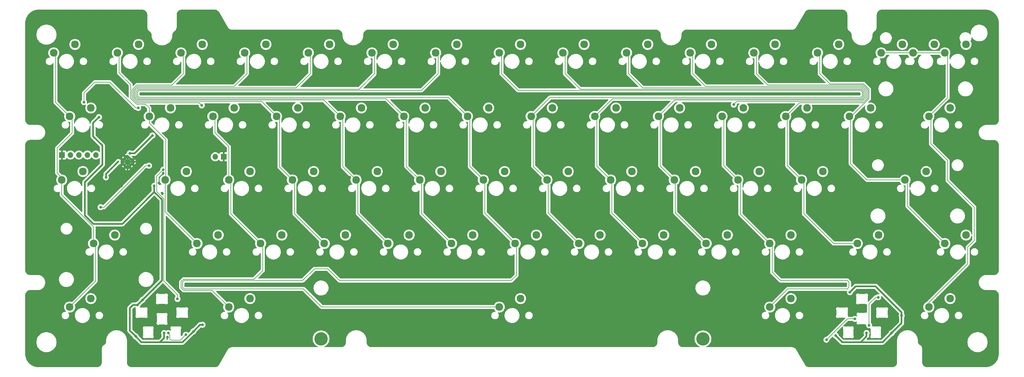
<source format=gbr>
%TF.GenerationSoftware,KiCad,Pcbnew,(7.0.0-0)*%
%TF.CreationDate,2023-06-03T23:25:32-07:00*%
%TF.ProjectId,popstar_plateless,706f7073-7461-4725-9f70-6c6174656c65,rev?*%
%TF.SameCoordinates,Original*%
%TF.FileFunction,Copper,L1,Top*%
%TF.FilePolarity,Positive*%
%FSLAX46Y46*%
G04 Gerber Fmt 4.6, Leading zero omitted, Abs format (unit mm)*
G04 Created by KiCad (PCBNEW (7.0.0-0)) date 2023-06-03 23:25:32*
%MOMM*%
%LPD*%
G01*
G04 APERTURE LIST*
%TA.AperFunction,ComponentPad*%
%ADD10C,2.300000*%
%TD*%
%TA.AperFunction,ComponentPad*%
%ADD11C,4.000000*%
%TD*%
%TA.AperFunction,ComponentPad*%
%ADD12R,1.700000X1.700000*%
%TD*%
%TA.AperFunction,ComponentPad*%
%ADD13O,1.700000X1.700000*%
%TD*%
%TA.AperFunction,ComponentPad*%
%ADD14C,0.600000*%
%TD*%
%TA.AperFunction,ViaPad*%
%ADD15C,0.800000*%
%TD*%
%TA.AperFunction,ViaPad*%
%ADD16C,0.600000*%
%TD*%
%TA.AperFunction,Conductor*%
%ADD17C,0.500000*%
%TD*%
%TA.AperFunction,Conductor*%
%ADD18C,0.600000*%
%TD*%
%TA.AperFunction,Conductor*%
%ADD19C,0.200000*%
%TD*%
G04 APERTURE END LIST*
D10*
%TO.P,SW15,1,1*%
%TO.N,COL13*%
X294640000Y-38735000D03*
%TO.P,SW15,2,2*%
%TO.N,Net-(D26-A)*%
X300990000Y-36195000D03*
%TD*%
%TO.P,SW22,1,1*%
%TO.N,COL05*%
X142240000Y-57785000D03*
%TO.P,SW22,2,2*%
%TO.N,Net-(D32-A)*%
X148590000Y-55245000D03*
%TD*%
%TO.P,SW55,1,1*%
%TO.N,COL12*%
X304165000Y-95885000D03*
%TO.P,SW55,2,2*%
%TO.N,Net-(D65-A)*%
X310515000Y-93345000D03*
%TD*%
%TO.P,SW29,1,1*%
%TO.N,COL12*%
X275590000Y-57785000D03*
%TO.P,SW29,2,2*%
%TO.N,Net-(D39-A)*%
X281940000Y-55245000D03*
%TD*%
%TO.P,SW33,1,1*%
%TO.N,COL03*%
X108902500Y-76835000D03*
%TO.P,SW33,2,2*%
%TO.N,Net-(D43-A)*%
X115252500Y-74295000D03*
%TD*%
%TO.P,SW25,1,1*%
%TO.N,COL08*%
X199390000Y-57785000D03*
%TO.P,SW25,2,2*%
%TO.N,Net-(D35-A)*%
X205740000Y-55245000D03*
%TD*%
%TO.P,SW53,1,1*%
%TO.N,COL10*%
X251777500Y-95885000D03*
%TO.P,SW53,2,2*%
%TO.N,Net-(D63-A)*%
X258127500Y-93345000D03*
%TD*%
%TO.P,SW17,1,1*%
%TO.N,COL00*%
X42227500Y-57785000D03*
%TO.P,SW17,2,2*%
%TO.N,Net-(D27-A)*%
X48577500Y-55245000D03*
%TD*%
%TO.P,SW41,1,1*%
%TO.N,COL11*%
X261302500Y-76835000D03*
%TO.P,SW41,2,2*%
%TO.N,Net-(D51-A)*%
X267652500Y-74295000D03*
%TD*%
%TO.P,SW36,1,1*%
%TO.N,COL06*%
X166052500Y-76835000D03*
%TO.P,SW36,2,2*%
%TO.N,Net-(D46-A)*%
X172402500Y-74295000D03*
%TD*%
%TO.P,SW47,1,1*%
%TO.N,COL04*%
X137477500Y-95885000D03*
%TO.P,SW47,2,2*%
%TO.N,Net-(D57-A)*%
X143827500Y-93345000D03*
%TD*%
%TO.P,SW11,1,1*%
%TO.N,COL09*%
X208915000Y-38735000D03*
%TO.P,SW11,2,2*%
%TO.N,Net-(D22-A)*%
X215265000Y-36195000D03*
%TD*%
%TO.P,SW45,1,1*%
%TO.N,COL02*%
X99377500Y-95885000D03*
%TO.P,SW45,2,2*%
%TO.N,Net-(D55-A)*%
X105727500Y-93345000D03*
%TD*%
%TO.P,SW57,1,1*%
%TO.N,COL02*%
X89852500Y-114935000D03*
%TO.P,SW57,2,2*%
%TO.N,Net-(D67-A)*%
X96202500Y-112395000D03*
%TD*%
%TO.P,SW56,1,1*%
%TO.N,COL00*%
X42227500Y-114935000D03*
%TO.P,SW56,2,2*%
%TO.N,Net-(D66-A)*%
X48577500Y-112395000D03*
%TD*%
%TO.P,SW24,1,1*%
%TO.N,COL07*%
X180340000Y-57785000D03*
%TO.P,SW24,2,2*%
%TO.N,Net-(D34-A)*%
X186690000Y-55245000D03*
%TD*%
%TO.P,SW59,1,1*%
%TO.N,COL10*%
X251777500Y-114935000D03*
%TO.P,SW59,2,2*%
%TO.N,Net-(D69-A)*%
X258127500Y-112395000D03*
%TD*%
%TO.P,SW7,1,1*%
%TO.N,COL05*%
X132715000Y-38735000D03*
%TO.P,SW7,2,2*%
%TO.N,Net-(D18-A)*%
X139065000Y-36195000D03*
%TD*%
%TO.P,SW20,1,1*%
%TO.N,COL03*%
X104140000Y-57785000D03*
%TO.P,SW20,2,2*%
%TO.N,Net-(D30-A)*%
X110490000Y-55245000D03*
%TD*%
%TO.P,SW2,1,1*%
%TO.N,COL00*%
X37465000Y-38735000D03*
%TO.P,SW2,2,2*%
%TO.N,Net-(D13-A)*%
X43815000Y-36195000D03*
%TD*%
%TO.P,SW31,1,1*%
%TO.N,COL01*%
X70802500Y-76835000D03*
%TO.P,SW31,2,2*%
%TO.N,Net-(D41-A)*%
X77152500Y-74295000D03*
%TD*%
%TO.P,SW27,1,1*%
%TO.N,COL10*%
X237490000Y-57785000D03*
%TO.P,SW27,2,2*%
%TO.N,Net-(D37-A)*%
X243840000Y-55245000D03*
%TD*%
%TO.P,SW32,1,1*%
%TO.N,COL02*%
X89852500Y-76835000D03*
%TO.P,SW32,2,2*%
%TO.N,Net-(D42-A)*%
X96202500Y-74295000D03*
%TD*%
%TO.P,SW34,1,1*%
%TO.N,COL04*%
X127952500Y-76835000D03*
%TO.P,SW34,2,2*%
%TO.N,Net-(D44-A)*%
X134302500Y-74295000D03*
%TD*%
%TO.P,SW37,1,1*%
%TO.N,COL07*%
X185102500Y-76835000D03*
%TO.P,SW37,2,2*%
%TO.N,Net-(D47-A)*%
X191452500Y-74295000D03*
%TD*%
%TO.P,SW10,1,1*%
%TO.N,COL08*%
X189865000Y-38735000D03*
%TO.P,SW10,2,2*%
%TO.N,Net-(D21-A)*%
X196215000Y-36195000D03*
%TD*%
%TO.P,SW21,1,1*%
%TO.N,COL04*%
X123190000Y-57785000D03*
%TO.P,SW21,2,2*%
%TO.N,Net-(D31-A)*%
X129540000Y-55245000D03*
%TD*%
%TO.P,SW3,1,1*%
%TO.N,COL01*%
X56515000Y-38735000D03*
%TO.P,SW3,2,2*%
%TO.N,Net-(D14-A)*%
X62865000Y-36195000D03*
%TD*%
%TO.P,SW38,1,1*%
%TO.N,COL08*%
X204152500Y-76835000D03*
%TO.P,SW38,2,2*%
%TO.N,Net-(D48-A)*%
X210502500Y-74295000D03*
%TD*%
%TO.P,SW50,1,1*%
%TO.N,COL07*%
X194627500Y-95885000D03*
%TO.P,SW50,2,2*%
%TO.N,Net-(D60-A)*%
X200977500Y-93345000D03*
%TD*%
%TO.P,SW52,1,1*%
%TO.N,COL09*%
X232727500Y-95885000D03*
%TO.P,SW52,2,2*%
%TO.N,Net-(D62-A)*%
X239077500Y-93345000D03*
%TD*%
%TO.P,SW13,1,1*%
%TO.N,COL11*%
X247015000Y-38735000D03*
%TO.P,SW13,2,2*%
%TO.N,Net-(D24-A)*%
X253365000Y-36195000D03*
%TD*%
%TO.P,SW35,1,1*%
%TO.N,COL05*%
X147002500Y-76835000D03*
%TO.P,SW35,2,2*%
%TO.N,Net-(D45-A)*%
X153352500Y-74295000D03*
%TD*%
%TO.P,SW39,1,1*%
%TO.N,COL09*%
X223202500Y-76835000D03*
%TO.P,SW39,2,2*%
%TO.N,Net-(D49-A)*%
X229552500Y-74295000D03*
%TD*%
%TO.P,SW23,1,1*%
%TO.N,COL06*%
X161290000Y-57785000D03*
%TO.P,SW23,2,2*%
%TO.N,Net-(D33-A)*%
X167640000Y-55245000D03*
%TD*%
%TO.P,SW51,1,1*%
%TO.N,COL08*%
X213677500Y-95885000D03*
%TO.P,SW51,2,2*%
%TO.N,Net-(D61-A)*%
X220027500Y-93345000D03*
%TD*%
%TO.P,SW43,1,1*%
%TO.N,COL00*%
X49371250Y-95885000D03*
%TO.P,SW43,2,2*%
%TO.N,Net-(D53-A)*%
X55721250Y-93345000D03*
%TD*%
%TO.P,SW61,1,1*%
%TO.N,COL13*%
X304165000Y-38735000D03*
%TO.P,SW61,2,2*%
%TO.N,Net-(D71-A)*%
X310515000Y-36195000D03*
%TD*%
%TO.P,SW44,1,1*%
%TO.N,COL01*%
X80327500Y-95885000D03*
%TO.P,SW44,2,2*%
%TO.N,Net-(D54-A)*%
X86677500Y-93345000D03*
%TD*%
%TO.P,SW58,1,1*%
%TO.N,COL06*%
X170815000Y-114935000D03*
%TO.P,SW58,2,2*%
%TO.N,Net-(D68-A)*%
X177165000Y-112395000D03*
%TD*%
D11*
%TO.P,S3,*%
%TO.N,*%
X231775000Y-124460000D03*
X117475000Y-124460000D03*
%TD*%
D10*
%TO.P,SW18,1,1*%
%TO.N,COL01*%
X66040000Y-57785000D03*
%TO.P,SW18,2,2*%
%TO.N,Net-(D28-A)*%
X72390000Y-55245000D03*
%TD*%
%TO.P,SW5,1,1*%
%TO.N,COL03*%
X94615000Y-38735000D03*
%TO.P,SW5,2,2*%
%TO.N,Net-(D16-A)*%
X100965000Y-36195000D03*
%TD*%
%TO.P,SW6,1,1*%
%TO.N,COL04*%
X113665000Y-38735000D03*
%TO.P,SW6,2,2*%
%TO.N,Net-(D17-A)*%
X120015000Y-36195000D03*
%TD*%
%TO.P,SW28,1,1*%
%TO.N,COL11*%
X256540000Y-57785000D03*
%TO.P,SW28,2,2*%
%TO.N,Net-(D38-A)*%
X262890000Y-55245000D03*
%TD*%
%TO.P,SW48,1,1*%
%TO.N,COL05*%
X156527500Y-95885000D03*
%TO.P,SW48,2,2*%
%TO.N,Net-(D58-A)*%
X162877500Y-93345000D03*
%TD*%
%TO.P,SW60,1,1*%
%TO.N,COL13*%
X299402500Y-114935000D03*
%TO.P,SW60,2,2*%
%TO.N,Net-(D70-A)*%
X305752500Y-112395000D03*
%TD*%
%TO.P,SW49,1,1*%
%TO.N,COL06*%
X175577500Y-95885000D03*
%TO.P,SW49,2,2*%
%TO.N,Net-(D59-A)*%
X181927500Y-93345000D03*
%TD*%
%TO.P,SW30,1,1*%
%TO.N,COL00*%
X39846250Y-76835000D03*
%TO.P,SW30,2,2*%
%TO.N,Net-(D40-A)*%
X46196250Y-74295000D03*
%TD*%
%TO.P,SW26,1,1*%
%TO.N,COL09*%
X218440000Y-57785000D03*
%TO.P,SW26,2,2*%
%TO.N,Net-(D36-A)*%
X224790000Y-55245000D03*
%TD*%
%TO.P,SW62,1,1*%
%TO.N,COL13*%
X299402500Y-57785000D03*
%TO.P,SW62,2,2*%
%TO.N,Net-(D72-A)*%
X305752500Y-55245000D03*
%TD*%
%TO.P,SW16,1,1*%
%TO.N,COL13*%
X285115000Y-38735000D03*
%TO.P,SW16,2,2*%
%TO.N,Net-(D26-A)*%
X291465000Y-36195000D03*
%TD*%
%TO.P,SW14,1,1*%
%TO.N,COL12*%
X266065000Y-38735000D03*
%TO.P,SW14,2,2*%
%TO.N,Net-(D25-A)*%
X272415000Y-36195000D03*
%TD*%
%TO.P,SW46,1,1*%
%TO.N,COL03*%
X118427500Y-95885000D03*
%TO.P,SW46,2,2*%
%TO.N,Net-(D56-A)*%
X124777500Y-93345000D03*
%TD*%
%TO.P,SW40,1,1*%
%TO.N,COL10*%
X242252500Y-76835000D03*
%TO.P,SW40,2,2*%
%TO.N,Net-(D50-A)*%
X248602500Y-74295000D03*
%TD*%
%TO.P,SW12,1,1*%
%TO.N,COL10*%
X227965000Y-38735000D03*
%TO.P,SW12,2,2*%
%TO.N,Net-(D23-A)*%
X234315000Y-36195000D03*
%TD*%
%TO.P,SW9,1,1*%
%TO.N,COL07*%
X170815000Y-38735000D03*
%TO.P,SW9,2,2*%
%TO.N,Net-(D20-A)*%
X177165000Y-36195000D03*
%TD*%
%TO.P,SW19,1,1*%
%TO.N,COL02*%
X85090000Y-57785000D03*
%TO.P,SW19,2,2*%
%TO.N,Net-(D29-A)*%
X91440000Y-55245000D03*
%TD*%
%TO.P,SW42,1,1*%
%TO.N,COL12*%
X292258750Y-76835000D03*
%TO.P,SW42,2,2*%
%TO.N,Net-(D52-A)*%
X298608750Y-74295000D03*
%TD*%
%TO.P,SW4,1,1*%
%TO.N,COL02*%
X75565000Y-38735000D03*
%TO.P,SW4,2,2*%
%TO.N,Net-(D15-A)*%
X81915000Y-36195000D03*
%TD*%
%TO.P,SW8,1,1*%
%TO.N,COL06*%
X151765000Y-38735000D03*
%TO.P,SW8,2,2*%
%TO.N,Net-(D19-A)*%
X158115000Y-36195000D03*
%TD*%
%TO.P,SW54,1,1*%
%TO.N,COL11*%
X277971250Y-95885000D03*
%TO.P,SW54,2,2*%
%TO.N,Net-(D64-A)*%
X284321250Y-93345000D03*
%TD*%
D12*
%TO.P,J2,1,Pin_1*%
%TO.N,GND*%
X39919999Y-69341999D03*
D13*
%TO.P,J2,2,Pin_2*%
%TO.N,SWCLK*%
X42459999Y-69341999D03*
%TO.P,J2,3,Pin_3*%
%TO.N,SWD*%
X44999999Y-69341999D03*
%TO.P,J2,4,Pin_4*%
%TO.N,~{RESET}*%
X47539999Y-69341999D03*
%TO.P,J2,5,Pin_5*%
%TO.N,+3V3*%
X50079999Y-69341999D03*
%TD*%
D14*
%TO.P,U6,57,GND*%
%TO.N,GND*%
X59531250Y-73240622D03*
X60432811Y-72339061D03*
X61334372Y-71437500D03*
X58629689Y-72339061D03*
X59531250Y-71437500D03*
X60432811Y-70535939D03*
X57728128Y-71437500D03*
X58629689Y-70535939D03*
X59531250Y-69634378D03*
%TD*%
D12*
%TO.P,SW1,1,1*%
%TO.N,GND*%
X88336249Y-69874999D03*
D13*
%TO.P,SW1,2,2*%
%TO.N,/~{USB_BOOT}*%
X85796249Y-69874999D03*
%TD*%
D15*
%TO.N,+1V1*%
X53086000Y-76073000D03*
X60200000Y-68850000D03*
X67000000Y-63500000D03*
D16*
X56800000Y-71350000D03*
D15*
%TO.N,GND*%
X128500000Y-89000000D03*
X282000000Y-48000000D03*
X202500000Y-120500000D03*
X165000000Y-124250000D03*
X45500000Y-76500000D03*
X83250000Y-118500000D03*
X51500000Y-104500000D03*
X65000000Y-73800500D03*
X233250000Y-47500000D03*
X288500000Y-125000000D03*
X270500000Y-124750000D03*
X166500000Y-89000000D03*
X72000000Y-82000000D03*
X70250000Y-108750000D03*
X70000000Y-81000000D03*
X67750000Y-120500000D03*
X165000000Y-120000000D03*
X56769000Y-53594000D03*
X267000000Y-125250000D03*
X155000000Y-120000000D03*
X115000000Y-120500000D03*
X62992000Y-63881000D03*
X126000000Y-76000000D03*
X261000000Y-122400000D03*
X204500000Y-89000000D03*
X60000000Y-123750000D03*
X134500000Y-46500000D03*
X54229000Y-78105000D03*
X71500000Y-88800000D03*
X283750000Y-113750000D03*
X300000000Y-93500000D03*
X306250000Y-46500000D03*
X210000000Y-120500000D03*
X292750000Y-117500000D03*
X47000000Y-63000000D03*
X49500000Y-57500000D03*
X48750000Y-73500000D03*
X196500000Y-120000000D03*
X95000000Y-122700000D03*
X65405000Y-62738000D03*
X62250000Y-112250000D03*
X59250000Y-91000000D03*
X277000000Y-107250000D03*
X265750000Y-121750000D03*
X68600000Y-101400000D03*
X76500000Y-105250000D03*
X151250000Y-116750000D03*
X66000000Y-76750000D03*
X68072000Y-71755000D03*
X64250000Y-114250000D03*
X98500000Y-121700000D03*
X76750000Y-113250000D03*
X71500000Y-101400000D03*
X50750000Y-88500000D03*
X101500000Y-123200000D03*
X233750000Y-120500000D03*
X272750000Y-110500000D03*
X51500000Y-76000000D03*
X244500000Y-120500000D03*
X289500000Y-119750000D03*
X221000000Y-76000000D03*
X163750000Y-76000000D03*
X86000000Y-122500000D03*
X55499000Y-78105000D03*
X48750000Y-83250000D03*
X109500000Y-89000000D03*
D16*
X277250000Y-119750000D03*
X71750000Y-116250000D03*
D15*
X48500000Y-104500000D03*
X72009000Y-65532000D03*
X81250000Y-122250000D03*
X48250000Y-71250000D03*
X200500000Y-82000000D03*
X68707000Y-65532000D03*
X200000000Y-116750000D03*
D16*
X69500000Y-123750000D03*
D15*
X80500000Y-73500000D03*
X76250000Y-121750000D03*
X46000000Y-71750000D03*
X45000000Y-83250000D03*
X185500000Y-89000000D03*
X124500000Y-82000000D03*
X115000000Y-46500000D03*
X285000000Y-107750000D03*
X127500000Y-116750000D03*
X115000000Y-116750000D03*
X143500000Y-82000000D03*
X72250000Y-73750000D03*
X65000000Y-84800000D03*
X54861000Y-85675000D03*
X41250000Y-67000000D03*
X147750000Y-120500000D03*
X286500000Y-122000000D03*
X281250000Y-124500000D03*
X75750000Y-111250000D03*
X272750000Y-122500000D03*
X251750000Y-47250000D03*
X74250000Y-108250000D03*
X147500000Y-89000000D03*
X103500000Y-66000000D03*
X292500000Y-39750000D03*
X45000000Y-39000000D03*
X62750000Y-122000000D03*
X81500000Y-117000000D03*
X182750000Y-76000000D03*
X177000000Y-48750000D03*
X251500000Y-122400000D03*
X162500000Y-82000000D03*
X223500000Y-89000000D03*
X49000000Y-77500000D03*
X233750000Y-116750000D03*
X68600000Y-103500000D03*
X141500000Y-66000000D03*
X96000000Y-46500000D03*
X83250000Y-121750000D03*
X61000000Y-113000000D03*
X43250000Y-86750000D03*
X283000000Y-52500000D03*
X57699500Y-78706111D03*
X63500000Y-79000000D03*
X81500000Y-56000000D03*
X262000000Y-89000000D03*
X61750000Y-119750000D03*
X181500000Y-82000000D03*
X306000000Y-79750000D03*
X71500000Y-103500000D03*
X153250000Y-124250000D03*
X195750000Y-48500000D03*
X65300000Y-70400000D03*
X106750000Y-76000000D03*
X52300000Y-86200000D03*
X66480713Y-77519287D03*
X58750000Y-119750000D03*
X87000000Y-118750000D03*
X254000000Y-104000000D03*
X198500000Y-124250000D03*
X220000000Y-82000000D03*
X68600000Y-88800000D03*
X122500000Y-66000000D03*
X239500000Y-54000000D03*
X53500000Y-72250000D03*
X77000000Y-46500000D03*
X270500000Y-46750000D03*
X198500000Y-66000000D03*
X140000000Y-116750000D03*
X243000000Y-89000000D03*
X105500000Y-82000000D03*
D16*
X72000000Y-115250000D03*
D15*
X62000000Y-125750000D03*
X259000000Y-76000000D03*
X186000000Y-120000000D03*
X144750000Y-76000000D03*
X61800000Y-84400000D03*
X58400000Y-62411000D03*
X186000000Y-124250000D03*
X153000000Y-46500000D03*
X83500000Y-54500000D03*
X90500000Y-89000000D03*
X274500000Y-66000000D03*
X279250000Y-123750000D03*
X236500000Y-66000000D03*
X79500000Y-123750000D03*
X210000000Y-116750000D03*
X71500000Y-124000000D03*
X86500000Y-82000000D03*
X165750000Y-67750000D03*
X105500000Y-119250000D03*
X59400000Y-62411000D03*
X71800000Y-121400000D03*
X83000000Y-68500000D03*
X140000000Y-120500000D03*
X301500000Y-54000000D03*
X282500000Y-114750000D03*
X41000000Y-62400000D03*
X174500000Y-104000000D03*
X104100000Y-125300000D03*
X258000000Y-82000000D03*
X63500000Y-111250000D03*
X50600000Y-86200000D03*
X301000000Y-75250000D03*
X70250000Y-74750000D03*
X201750000Y-76000000D03*
X268500000Y-120250000D03*
X64135000Y-63373000D03*
X80250000Y-119750000D03*
X104500000Y-116750000D03*
X74000000Y-69500000D03*
X89500000Y-126600000D03*
X273250000Y-113750000D03*
X39800000Y-64200000D03*
X91250000Y-121700000D03*
X214250000Y-48000000D03*
X277400000Y-110500000D03*
X108750000Y-120500000D03*
X37500000Y-56250000D03*
X289000000Y-82000000D03*
X271250000Y-125750000D03*
X241250000Y-55750000D03*
X221250000Y-116750000D03*
X50500000Y-62000000D03*
X58000000Y-117000000D03*
X57250000Y-88250000D03*
X87800000Y-124000000D03*
X64135000Y-55372000D03*
X52451000Y-58801000D03*
X67500000Y-118250000D03*
X50750000Y-67000000D03*
X46000000Y-56000000D03*
X58500000Y-57000000D03*
X47250000Y-67000000D03*
X65000000Y-79800000D03*
X57200000Y-62411000D03*
X60500000Y-46500000D03*
X53500000Y-66750000D03*
X69000000Y-77750000D03*
X247500000Y-116750000D03*
X48000000Y-91500000D03*
X50750000Y-91500000D03*
X290000000Y-75500000D03*
X77750000Y-121250000D03*
X239000000Y-82000000D03*
X240000000Y-76000000D03*
X177500000Y-104000000D03*
X98000000Y-104000000D03*
X57750000Y-61250000D03*
X217500000Y-66000000D03*
X255500000Y-66000000D03*
X39500000Y-47000000D03*
%TO.N,ARGB_5V*%
X74500000Y-112500000D03*
X70250000Y-73750000D03*
%TO.N,Net-(D6-DOUT)*%
X77000000Y-123250000D03*
X277250000Y-118500000D03*
X71750000Y-122750000D03*
X268750000Y-124750000D03*
%TO.N,Net-(D11-DOUT)*%
X281500000Y-120400000D03*
X284250000Y-112000000D03*
%TO.N,ROW1*%
X62750000Y-55250000D03*
X46500000Y-53500000D03*
%TO.N,ROW2*%
X65978417Y-72554430D03*
X51500000Y-85000000D03*
%TO.N,COL02*%
X81750000Y-54500000D03*
%TO.N,COL10*%
X241000000Y-54250000D03*
%TO.N,5V*%
X79250000Y-122250000D03*
X64020145Y-112820145D03*
X51000000Y-58000000D03*
X275750000Y-110500000D03*
X271500000Y-123500000D03*
X62000000Y-123750000D03*
X67550500Y-78589075D03*
X70500000Y-122750000D03*
X82000000Y-120250000D03*
X291250000Y-117500000D03*
X280750000Y-122750000D03*
X288250000Y-122750000D03*
X62545145Y-114295145D03*
%TD*%
D17*
%TO.N,+1V1*%
X53086000Y-76073000D02*
X53086000Y-75064000D01*
X53086000Y-75064000D02*
X56800000Y-71350000D01*
X61650000Y-68850000D02*
X60200000Y-68850000D01*
X67000000Y-63500000D02*
X61650000Y-68850000D01*
D18*
%TO.N,GND*%
X58629689Y-72339061D02*
X59531250Y-73240622D01*
X57728128Y-71437500D02*
X59531250Y-71437500D01*
X61334372Y-71437500D02*
X60432811Y-70535939D01*
X58629689Y-72339061D02*
X59531250Y-71437500D01*
X60432811Y-70535939D02*
X59531250Y-69634378D01*
X58629689Y-70535939D02*
X57728128Y-71437500D01*
X60432811Y-70535939D02*
X59531250Y-71437500D01*
X58629689Y-70535939D02*
X59531250Y-71437500D01*
X60432811Y-72339061D02*
X61334372Y-71437500D01*
X59531250Y-73240622D02*
X59531250Y-71437500D01*
X59531250Y-73240622D02*
X60432811Y-72339061D01*
X57728128Y-71437500D02*
X58629689Y-72339061D01*
X61334372Y-71437500D02*
X59531250Y-71437500D01*
X59531250Y-69634378D02*
X58629689Y-70535939D01*
X60432811Y-72339061D02*
X59531250Y-71437500D01*
X59531250Y-69634378D02*
X59531250Y-71437500D01*
D17*
X80032000Y-65532000D02*
X83000000Y-68500000D01*
X72009000Y-65532000D02*
X80032000Y-65532000D01*
D19*
%TO.N,ARGB_5V*%
X73375000Y-110125000D02*
X74500000Y-111250000D01*
X68250000Y-80347500D02*
X70402500Y-82500000D01*
X70402500Y-107152500D02*
X71000000Y-107750000D01*
X74500000Y-111250000D02*
X74500000Y-112500000D01*
X68250000Y-75750000D02*
X68250000Y-80347500D01*
X70402500Y-82500000D02*
X70402500Y-107152500D01*
X71000000Y-107750000D02*
X73375000Y-110125000D01*
X70250000Y-73750000D02*
X68250000Y-75750000D01*
%TO.N,Net-(D6-DOUT)*%
X72200000Y-123200000D02*
X72200000Y-124450000D01*
X71750000Y-122750000D02*
X72200000Y-123200000D01*
X75300000Y-124950000D02*
X77000000Y-123250000D01*
X72700000Y-124950000D02*
X75300000Y-124950000D01*
X72200000Y-124450000D02*
X72700000Y-124950000D01*
X275000000Y-118500000D02*
X277250000Y-118500000D01*
X268750000Y-124750000D02*
X275000000Y-118500000D01*
%TO.N,Net-(D11-DOUT)*%
X281500000Y-120400000D02*
X281500000Y-114000000D01*
X283500000Y-112000000D02*
X284250000Y-112000000D01*
X281500000Y-114000000D02*
X283500000Y-112000000D01*
%TO.N,ROW1*%
X46500000Y-53500000D02*
X46500000Y-50750000D01*
X46500000Y-50750000D02*
X49750000Y-47500000D01*
X49750000Y-47500000D02*
X54250000Y-47500000D01*
X54250000Y-47500000D02*
X62000000Y-55250000D01*
X62000000Y-55250000D02*
X62750000Y-55250000D01*
%TO.N,ROW2*%
X52510050Y-85000000D02*
X51500000Y-85000000D01*
X64955620Y-72554430D02*
X52510050Y-85000000D01*
X65978417Y-72554430D02*
X64955620Y-72554430D01*
%TO.N,COL00*%
X38500000Y-74777818D02*
X38500000Y-67250000D01*
X39846250Y-81346250D02*
X39846250Y-76835000D01*
X49371250Y-95885000D02*
X50000000Y-96513750D01*
X39846250Y-76835000D02*
X39846250Y-76124068D01*
X38500000Y-67250000D02*
X43000000Y-62750000D01*
X37465000Y-38735000D02*
X38000000Y-39270000D01*
X39846250Y-76124068D02*
X38500000Y-74777818D01*
X50000000Y-96513750D02*
X50000000Y-107162500D01*
X43000000Y-58557500D02*
X42227500Y-57785000D01*
X43000000Y-62750000D02*
X43000000Y-58557500D01*
X38000000Y-39270000D02*
X38000000Y-53557500D01*
X49371250Y-95885000D02*
X49371250Y-90871250D01*
X50000000Y-107162500D02*
X42227500Y-114935000D01*
X49371250Y-90871250D02*
X39846250Y-81346250D01*
X38000000Y-53557500D02*
X42227500Y-57785000D01*
%TO.N,COL01*%
X60500000Y-48250000D02*
X60500000Y-52328426D01*
X57000000Y-39220000D02*
X57000000Y-44750000D01*
X66040000Y-57785000D02*
X66040000Y-59829775D01*
X57000000Y-44750000D02*
X60500000Y-48250000D01*
X70950000Y-64739775D02*
X70950000Y-76687500D01*
X70802500Y-86360000D02*
X80327500Y-95885000D01*
X62271571Y-54099998D02*
X64900002Y-54099998D01*
X70802500Y-76835000D02*
X70802500Y-86360000D01*
X66040000Y-55239996D02*
X66040000Y-57785000D01*
X64900002Y-54099998D02*
X66040000Y-55239996D01*
X56515000Y-38735000D02*
X57000000Y-39220000D01*
X70950000Y-76687500D02*
X70802500Y-76835000D01*
X66040000Y-59829775D02*
X70950000Y-64739775D01*
X60500000Y-52328426D02*
X62271571Y-54099998D01*
%TO.N,COL02*%
X89852500Y-66833750D02*
X85725000Y-62706250D01*
X84817500Y-109900000D02*
X89852500Y-114935000D01*
X76250000Y-39420000D02*
X76250000Y-45000000D01*
X62337260Y-48400000D02*
X60900002Y-49837256D01*
X89852500Y-76835000D02*
X90487500Y-77470000D01*
X100000000Y-96500000D02*
X100000000Y-104000000D01*
X62437256Y-53699998D02*
X80950000Y-53700000D01*
X60900002Y-49837256D02*
X60900000Y-52162740D01*
X76250000Y-45000000D02*
X72850000Y-48400000D01*
X90487500Y-86995000D02*
X99377500Y-95885000D01*
X100000000Y-104000000D02*
X97400000Y-106600000D01*
X99377500Y-95885000D02*
X99385000Y-95885000D01*
X80950000Y-53700000D02*
X81750000Y-54500000D01*
X76334315Y-109900000D02*
X84817500Y-109900000D01*
X75600000Y-109165686D02*
X76334315Y-109900000D01*
X75565000Y-38735000D02*
X76250000Y-39420000D01*
X99385000Y-95885000D02*
X100000000Y-96500000D01*
X60900000Y-52162740D02*
X62437256Y-53699998D01*
X75600000Y-107334315D02*
X75600000Y-109165686D01*
X72850000Y-48400000D02*
X62337260Y-48400000D01*
X90487500Y-77470000D02*
X90487500Y-86995000D01*
X85725000Y-62706250D02*
X85725000Y-58420000D01*
X85725000Y-58420000D02*
X85090000Y-57785000D01*
X97400000Y-106600000D02*
X76334314Y-106600000D01*
X76334314Y-106600000D02*
X75600000Y-107334315D01*
X89852500Y-76835000D02*
X89852500Y-66833750D01*
%TO.N,COL03*%
X91450000Y-48800000D02*
X95250000Y-45000000D01*
X62502945Y-48800000D02*
X91450000Y-48800000D01*
X108902500Y-76835000D02*
X105000000Y-72932500D01*
X62602942Y-53299999D02*
X61300000Y-51997055D01*
X104140000Y-57785000D02*
X99655000Y-53300000D01*
X105000000Y-58645000D02*
X104140000Y-57785000D01*
X109500000Y-86957500D02*
X118427500Y-95885000D01*
X61300001Y-50002942D02*
X62502945Y-48800000D01*
X109500000Y-77432500D02*
X109500000Y-86957500D01*
X95250000Y-45000000D02*
X95250000Y-39370000D01*
X99655000Y-53300000D02*
X62602942Y-53299999D01*
X61300000Y-51997055D02*
X61300001Y-50002942D01*
X108902500Y-76835000D02*
X109500000Y-77432500D01*
X95250000Y-39370000D02*
X94615000Y-38735000D01*
X105000000Y-72932500D02*
X105000000Y-58645000D01*
%TO.N,COL04*%
X123190000Y-57785000D02*
X118305000Y-52900000D01*
X128500000Y-77382500D02*
X128500000Y-86907500D01*
X61700000Y-51831370D02*
X61700000Y-50168628D01*
X127952500Y-76835000D02*
X124000000Y-72882500D01*
X127952500Y-76835000D02*
X128500000Y-77382500D01*
X118305000Y-52900000D02*
X62768628Y-52900000D01*
X128500000Y-86907500D02*
X137477500Y-95885000D01*
X124000000Y-58595000D02*
X123190000Y-57785000D01*
X114250000Y-45000000D02*
X114250000Y-39320000D01*
X124000000Y-72882500D02*
X124000000Y-58595000D01*
X62668630Y-49200000D02*
X110050000Y-49200000D01*
X62768628Y-52900000D02*
X61700000Y-51831370D01*
X61700000Y-50168628D02*
X62668630Y-49200000D01*
X110050000Y-49200000D02*
X114250000Y-45000000D01*
X114250000Y-39320000D02*
X113665000Y-38735000D01*
%TO.N,COL05*%
X147500000Y-77332500D02*
X147500000Y-86857500D01*
X62100000Y-51665685D02*
X62100000Y-50334314D01*
X147002500Y-76835000D02*
X143000000Y-72832500D01*
X147500000Y-86857500D02*
X156527500Y-95885000D01*
X133500000Y-45000000D02*
X133500000Y-39520000D01*
X128900000Y-49600000D02*
X133500000Y-45000000D01*
X147002500Y-76835000D02*
X147500000Y-77332500D01*
X62100000Y-50334314D02*
X62834315Y-49600000D01*
X62834315Y-49600000D02*
X128900000Y-49600000D01*
X143000000Y-72832500D02*
X143000000Y-58545000D01*
X133500000Y-39520000D02*
X132715000Y-38735000D01*
X142240000Y-57785000D02*
X136955000Y-52500000D01*
X136955000Y-52500000D02*
X62934314Y-52500000D01*
X62934314Y-52500000D02*
X62100000Y-51665685D01*
X143000000Y-58545000D02*
X142240000Y-57785000D01*
%TO.N,COL06*%
X117685000Y-114935000D02*
X112250000Y-109500000D01*
X63000000Y-50000000D02*
X147500000Y-50000000D01*
X123000000Y-107000000D02*
X174400000Y-107000000D01*
X112250000Y-109500000D02*
X76500000Y-109500000D01*
X166500000Y-77282500D02*
X166500000Y-86807500D01*
X63100000Y-52100000D02*
X62500000Y-51500000D01*
X176000000Y-105400000D02*
X176000000Y-96307500D01*
X166500000Y-86807500D02*
X175577500Y-95885000D01*
X76500000Y-107000000D02*
X112000000Y-107000000D01*
X119500000Y-103500000D02*
X123000000Y-107000000D01*
X112000000Y-107000000D02*
X115500000Y-103500000D01*
X152500000Y-39470000D02*
X151765000Y-38735000D01*
X162000000Y-58495000D02*
X161290000Y-57785000D01*
X76000000Y-107500000D02*
X76500000Y-107000000D01*
X166052500Y-76835000D02*
X166500000Y-77282500D01*
X76500000Y-109500000D02*
X76000000Y-109000000D01*
X176000000Y-96307500D02*
X175577500Y-95885000D01*
X166052500Y-76835000D02*
X162000000Y-72782500D01*
X174400000Y-107000000D02*
X176000000Y-105400000D01*
X152500000Y-45000000D02*
X152500000Y-39470000D01*
X161290000Y-57785000D02*
X155605000Y-52100000D01*
X155605000Y-52100000D02*
X63100000Y-52100000D01*
X170815000Y-114935000D02*
X117685000Y-114935000D01*
X147500000Y-50000000D02*
X152500000Y-45000000D01*
X62500000Y-50500000D02*
X63000000Y-50000000D01*
X162000000Y-72782500D02*
X162000000Y-58495000D01*
X76000000Y-109000000D02*
X76000000Y-107500000D01*
X115500000Y-103500000D02*
X119500000Y-103500000D01*
X62500000Y-51500000D02*
X62500000Y-50500000D01*
%TO.N,COL07*%
X171500000Y-39420000D02*
X170815000Y-38735000D01*
X185102500Y-77102500D02*
X185500000Y-77500000D01*
X185500000Y-86757500D02*
X194627500Y-95885000D01*
X180340000Y-57785000D02*
X186025000Y-52100000D01*
X185102500Y-76835000D02*
X181000000Y-72732500D01*
X185102500Y-76835000D02*
X185102500Y-77102500D01*
X171500000Y-45000000D02*
X171500000Y-39420000D01*
X176500000Y-50000000D02*
X171500000Y-45000000D01*
X181000000Y-72732500D02*
X181000000Y-58445000D01*
X181000000Y-58445000D02*
X180340000Y-57785000D01*
X279000000Y-50000000D02*
X176500000Y-50000000D01*
X185500000Y-77500000D02*
X185500000Y-86757500D01*
X186025000Y-52100000D02*
X279000000Y-52100000D01*
X279500000Y-50500000D02*
X279000000Y-50000000D01*
X279000000Y-52100000D02*
X279500000Y-51600000D01*
X279500000Y-51600000D02*
X279500000Y-50500000D01*
%TO.N,COL08*%
X190500000Y-39370000D02*
X189865000Y-38735000D01*
X190500000Y-45000000D02*
X190500000Y-39370000D01*
X279165686Y-52500000D02*
X279900000Y-51765685D01*
X279900000Y-50334314D02*
X279165685Y-49600000D01*
X195100000Y-49600000D02*
X190500000Y-45000000D01*
X204152500Y-76835000D02*
X204335000Y-76835000D01*
X279165685Y-49600000D02*
X195100000Y-49600000D01*
X200000000Y-58395000D02*
X199390000Y-57785000D01*
X204335000Y-76835000D02*
X204500000Y-77000000D01*
X204152500Y-76835000D02*
X200000000Y-72682500D01*
X204675000Y-52500000D02*
X279165686Y-52500000D01*
X204152500Y-76835000D02*
X204500000Y-77182500D01*
X279900000Y-51765685D02*
X279900000Y-50334314D01*
X200000000Y-72682500D02*
X200000000Y-58395000D01*
X204500000Y-77182500D02*
X204500000Y-86707500D01*
X199390000Y-57785000D02*
X204675000Y-52500000D01*
X204500000Y-86707500D02*
X213677500Y-95885000D01*
%TO.N,COL09*%
X280300000Y-51931370D02*
X280300000Y-50168628D01*
X209500000Y-45000000D02*
X209500000Y-39320000D01*
X223500000Y-86657500D02*
X232727500Y-95885000D01*
X219000000Y-58345000D02*
X218440000Y-57785000D01*
X219000000Y-72632500D02*
X219000000Y-58345000D01*
X218440000Y-57785000D02*
X223325000Y-52900000D01*
X279331370Y-49200000D02*
X213700000Y-49200000D01*
X279331370Y-52900000D02*
X279865685Y-52365685D01*
X223202500Y-76835000D02*
X223500000Y-77132500D01*
X279865685Y-52365685D02*
X280300000Y-51931370D01*
X279331372Y-52900000D02*
X279865685Y-52365685D01*
X223325000Y-52900000D02*
X279331370Y-52900000D01*
X280300000Y-50168628D02*
X279331370Y-49200000D01*
X209500000Y-39320000D02*
X208915000Y-38735000D01*
X213700000Y-49200000D02*
X209500000Y-45000000D01*
X223202500Y-76835000D02*
X219000000Y-72632500D01*
X223500000Y-77132500D02*
X223500000Y-86657500D01*
%TO.N,COL10*%
X243000000Y-77582500D02*
X243000000Y-87107500D01*
X242252500Y-76835000D02*
X243000000Y-77582500D01*
X252500000Y-96607500D02*
X252500000Y-104500000D01*
X238000000Y-72582500D02*
X242252500Y-76835000D01*
X228750000Y-39520000D02*
X227965000Y-38735000D01*
X242000000Y-53300000D02*
X279497056Y-53300000D01*
X255000000Y-107000000D02*
X275000000Y-107000000D01*
X275500000Y-109000000D02*
X275000000Y-109500000D01*
X279497055Y-48800000D02*
X232550000Y-48800000D01*
X280699999Y-50002942D02*
X279497055Y-48800000D01*
X257212500Y-109500000D02*
X251777500Y-114935000D01*
X243000000Y-87107500D02*
X251777500Y-95885000D01*
X228750000Y-45000000D02*
X228750000Y-39520000D01*
X238000000Y-58295000D02*
X238000000Y-72582500D01*
X280700000Y-52097055D02*
X280699999Y-50002942D01*
X275000000Y-107000000D02*
X275500000Y-107500000D01*
X241950000Y-53300000D02*
X241000000Y-54250000D01*
X232550000Y-48800000D02*
X228750000Y-45000000D01*
X237490000Y-57785000D02*
X238000000Y-58295000D01*
X279898528Y-52898528D02*
X280700000Y-52097055D01*
X252500000Y-104500000D02*
X255000000Y-107000000D01*
X242000000Y-53300000D02*
X241950000Y-53300000D01*
X251777500Y-95885000D02*
X252500000Y-96607500D01*
X279497056Y-53300000D02*
X279898528Y-52898528D01*
X275500000Y-107500000D02*
X275500000Y-109000000D01*
X275000000Y-109500000D02*
X257212500Y-109500000D01*
X279497058Y-53299999D02*
X279898528Y-52898528D01*
%TO.N,COL11*%
X281099998Y-49837256D02*
X279662740Y-48400000D01*
X257000000Y-72532500D02*
X257000000Y-58245000D01*
X281100000Y-52262740D02*
X281099998Y-49837256D01*
X247750000Y-39470000D02*
X247015000Y-38735000D01*
X279662742Y-53700000D02*
X281100000Y-52262740D01*
X279662740Y-48400000D02*
X251150000Y-48400000D01*
X270885000Y-95885000D02*
X262000000Y-87000000D01*
X262000000Y-77532500D02*
X261302500Y-76835000D01*
X247750000Y-45000000D02*
X247750000Y-39470000D01*
X261302500Y-76835000D02*
X257000000Y-72532500D01*
X262000000Y-87000000D02*
X262000000Y-77532500D01*
X251150000Y-48400000D02*
X247750000Y-45000000D01*
X260625000Y-53700000D02*
X279662742Y-53700000D01*
X257000000Y-58245000D02*
X256540000Y-57785000D01*
X277971250Y-95885000D02*
X270885000Y-95885000D01*
X256540000Y-57785000D02*
X260625000Y-53700000D01*
%TO.N,COL12*%
X266750000Y-45000000D02*
X266750000Y-39420000D01*
X292258750Y-76835000D02*
X293000000Y-77576250D01*
X276000000Y-58195000D02*
X275590000Y-57785000D01*
X293000000Y-84720000D02*
X304165000Y-95885000D01*
X269750000Y-48000000D02*
X266750000Y-45000000D01*
X266750000Y-39420000D02*
X266065000Y-38735000D01*
X276000000Y-72000000D02*
X276000000Y-58195000D01*
X275590000Y-57785000D02*
X276143427Y-57785000D01*
X279828426Y-48000000D02*
X269750000Y-48000000D01*
X292258750Y-76835000D02*
X280835000Y-76835000D01*
X281500000Y-49671574D02*
X279828426Y-48000000D01*
X280835000Y-76835000D02*
X276000000Y-72000000D01*
X281500000Y-52428427D02*
X281500000Y-49671574D01*
X276143427Y-57785000D02*
X281500000Y-52428427D01*
X293000000Y-77576250D02*
X293000000Y-84720000D01*
%TO.N,COL13*%
X294640000Y-38735000D02*
X285115000Y-38735000D01*
X299402500Y-113597500D02*
X299402500Y-114935000D01*
X313000000Y-95000000D02*
X311000000Y-97000000D01*
X305000000Y-39570000D02*
X304165000Y-38735000D01*
X304165000Y-38735000D02*
X294640000Y-38735000D01*
X305000000Y-52187500D02*
X305000000Y-39570000D01*
X313000000Y-85000000D02*
X313000000Y-95000000D01*
X299402500Y-57785000D02*
X300000000Y-58382500D01*
X311000000Y-97000000D02*
X311000000Y-102000000D01*
X300000000Y-58382500D02*
X300000000Y-66000000D01*
X305000000Y-71000000D02*
X305000000Y-77000000D01*
X305000000Y-77000000D02*
X313000000Y-85000000D01*
X300000000Y-66000000D02*
X305000000Y-71000000D01*
X311000000Y-102000000D02*
X299402500Y-113597500D01*
X299402500Y-57785000D02*
X305000000Y-52187500D01*
D17*
%TO.N,5V*%
X68250000Y-125500000D02*
X69250000Y-125500000D01*
X285500000Y-125500000D02*
X288250000Y-122750000D01*
X60875000Y-122625000D02*
X62000000Y-123750000D01*
X60250000Y-115250000D02*
X60250000Y-122000000D01*
X291250000Y-116500000D02*
X283875000Y-109125000D01*
X69250000Y-125500000D02*
X70500000Y-124250000D01*
X58000000Y-90000000D02*
X49277818Y-90000000D01*
X52000000Y-72250000D02*
X52000000Y-66500000D01*
X70500000Y-124250000D02*
X70500000Y-122750000D01*
X49277818Y-90000000D02*
X46750000Y-87472182D01*
X68250000Y-125500000D02*
X76000000Y-125500000D01*
X61204855Y-114295145D02*
X60250000Y-115250000D01*
X79250000Y-122250000D02*
X81250000Y-120250000D01*
X271500000Y-123500000D02*
X273500000Y-125500000D01*
X69852500Y-106987790D02*
X64020145Y-112820145D01*
X291250000Y-117500000D02*
X291250000Y-116500000D01*
X52000000Y-66500000D02*
X49250000Y-63750000D01*
X279000000Y-125500000D02*
X285500000Y-125500000D01*
X60875000Y-122625000D02*
X61500000Y-123250000D01*
X61500000Y-123250000D02*
X62000000Y-123750000D01*
X69852500Y-82727818D02*
X69852500Y-106987790D01*
X67550500Y-80449500D02*
X58000000Y-90000000D01*
X282000000Y-108750000D02*
X277500000Y-108750000D01*
X283875000Y-109125000D02*
X283500000Y-108750000D01*
X67550500Y-78589075D02*
X67550500Y-79500000D01*
X291250000Y-119750000D02*
X291250000Y-118750000D01*
X67550500Y-80425818D02*
X69852500Y-82727818D01*
X49250000Y-59750000D02*
X51000000Y-58000000D01*
X273500000Y-125500000D02*
X279000000Y-125500000D01*
X279000000Y-125500000D02*
X280750000Y-123750000D01*
X288250000Y-122750000D02*
X291250000Y-119750000D01*
X67550500Y-79500000D02*
X67550500Y-80425818D01*
X277500000Y-108750000D02*
X275750000Y-110500000D01*
X60250000Y-122000000D02*
X60875000Y-122625000D01*
X67550500Y-79500000D02*
X67550500Y-80449500D01*
X62545145Y-114295145D02*
X61204855Y-114295145D01*
X64020145Y-112820145D02*
X62545145Y-114295145D01*
X49250000Y-63750000D02*
X49250000Y-59750000D01*
X76000000Y-125500000D02*
X79250000Y-122250000D01*
X81250000Y-120250000D02*
X82000000Y-120250000D01*
X46750000Y-87472182D02*
X46750000Y-77500000D01*
X291250000Y-118750000D02*
X291250000Y-117500000D01*
X63750000Y-125500000D02*
X68250000Y-125500000D01*
X280750000Y-123750000D02*
X280750000Y-122750000D01*
X62000000Y-123750000D02*
X63750000Y-125500000D01*
X283500000Y-108750000D02*
X282000000Y-108750000D01*
X46750000Y-77500000D02*
X52000000Y-72250000D01*
%TD*%
%TA.AperFunction,Conductor*%
%TO.N,GND*%
G36*
X285325358Y-111636726D02*
G01*
X290463181Y-116774549D01*
X290490061Y-116814777D01*
X290499500Y-116862230D01*
X290499500Y-116965679D01*
X290482887Y-117027679D01*
X290426069Y-117126089D01*
X290426066Y-117126094D01*
X290422821Y-117131716D01*
X290420815Y-117137888D01*
X290420813Y-117137894D01*
X290366333Y-117305564D01*
X290366331Y-117305573D01*
X290364326Y-117311744D01*
X290363648Y-117318194D01*
X290363646Y-117318204D01*
X290346075Y-117485393D01*
X290344540Y-117500000D01*
X290345219Y-117506460D01*
X290363646Y-117681795D01*
X290363647Y-117681803D01*
X290364326Y-117688256D01*
X290366331Y-117694428D01*
X290366333Y-117694435D01*
X290413176Y-117838601D01*
X290422821Y-117868284D01*
X290426068Y-117873908D01*
X290426069Y-117873910D01*
X290449434Y-117914379D01*
X290480267Y-117967784D01*
X290482887Y-117972321D01*
X290499500Y-118034321D01*
X290499500Y-119387771D01*
X290490061Y-119435224D01*
X290463181Y-119475452D01*
X288097228Y-121841402D01*
X288068715Y-121862694D01*
X288035330Y-121875011D01*
X287976556Y-121887504D01*
X287976552Y-121887504D01*
X287970197Y-121888856D01*
X287964262Y-121891498D01*
X287964254Y-121891501D01*
X287803207Y-121963205D01*
X287803202Y-121963207D01*
X287797270Y-121965849D01*
X287792016Y-121969665D01*
X287792011Y-121969669D01*
X287649388Y-122073290D01*
X287649381Y-122073295D01*
X287644129Y-122077112D01*
X287639784Y-122081937D01*
X287639779Y-122081942D01*
X287521813Y-122212956D01*
X287521808Y-122212962D01*
X287517467Y-122217784D01*
X287514222Y-122223404D01*
X287514218Y-122223410D01*
X287426069Y-122376089D01*
X287426066Y-122376094D01*
X287422821Y-122381716D01*
X287420816Y-122387885D01*
X287420814Y-122387891D01*
X287367479Y-122552039D01*
X287337229Y-122601401D01*
X285225451Y-124713181D01*
X285185223Y-124740061D01*
X285137770Y-124749500D01*
X281111230Y-124749500D01*
X281054935Y-124735985D01*
X281010912Y-124698386D01*
X280988757Y-124644898D01*
X280993299Y-124587182D01*
X281023547Y-124537820D01*
X281235648Y-124325718D01*
X281249266Y-124313950D01*
X281268530Y-124299610D01*
X281300366Y-124261667D01*
X281307680Y-124253688D01*
X281308264Y-124253103D01*
X281311591Y-124249777D01*
X281330833Y-124225439D01*
X281333090Y-124222670D01*
X281374520Y-124173296D01*
X281381302Y-124165214D01*
X281384548Y-124158748D01*
X281386436Y-124155879D01*
X281386645Y-124155589D01*
X281386819Y-124155278D01*
X281388624Y-124152350D01*
X281393111Y-124146677D01*
X281424834Y-124078645D01*
X281426349Y-124075514D01*
X281460040Y-124008433D01*
X281461708Y-124001391D01*
X281462878Y-123998178D01*
X281463022Y-123997831D01*
X281463118Y-123997492D01*
X281464199Y-123994227D01*
X281467257Y-123987673D01*
X281482435Y-123914157D01*
X281483197Y-123910722D01*
X281500500Y-123837721D01*
X281500500Y-123830501D01*
X281500902Y-123827062D01*
X281500956Y-123826723D01*
X281500972Y-123826373D01*
X281501273Y-123822930D01*
X281502734Y-123815855D01*
X281500552Y-123740869D01*
X281500500Y-123737262D01*
X281500500Y-123284321D01*
X281517113Y-123222321D01*
X281577179Y-123118284D01*
X281635674Y-122938256D01*
X281655460Y-122750000D01*
X281635674Y-122561744D01*
X281577179Y-122381716D01*
X281482533Y-122217784D01*
X281449702Y-122181322D01*
X281360220Y-122081942D01*
X281360219Y-122081941D01*
X281355871Y-122077112D01*
X281350613Y-122073292D01*
X281350611Y-122073290D01*
X281207988Y-121969669D01*
X281207987Y-121969668D01*
X281202730Y-121965849D01*
X281196792Y-121963205D01*
X281035745Y-121891501D01*
X281035740Y-121891499D01*
X281029803Y-121888856D01*
X281023444Y-121887504D01*
X281023440Y-121887503D01*
X280851008Y-121850852D01*
X280851005Y-121850851D01*
X280844646Y-121849500D01*
X280655354Y-121849500D01*
X280648995Y-121850851D01*
X280648991Y-121850852D01*
X280476559Y-121887503D01*
X280476552Y-121887505D01*
X280470197Y-121888856D01*
X280464262Y-121891498D01*
X280464254Y-121891501D01*
X280303207Y-121963205D01*
X280303202Y-121963207D01*
X280297270Y-121965849D01*
X280292016Y-121969665D01*
X280292011Y-121969669D01*
X280149388Y-122073290D01*
X280149381Y-122073295D01*
X280144129Y-122077112D01*
X280139784Y-122081937D01*
X280139779Y-122081942D01*
X280021813Y-122212956D01*
X280021808Y-122212962D01*
X280017467Y-122217784D01*
X280014222Y-122223404D01*
X280014218Y-122223410D01*
X279926069Y-122376089D01*
X279926066Y-122376094D01*
X279922821Y-122381716D01*
X279920815Y-122387888D01*
X279920813Y-122387894D01*
X279866333Y-122555564D01*
X279866331Y-122555573D01*
X279864326Y-122561744D01*
X279863648Y-122568194D01*
X279863646Y-122568204D01*
X279848115Y-122715981D01*
X279844540Y-122750000D01*
X279845219Y-122756460D01*
X279863646Y-122931795D01*
X279863647Y-122931803D01*
X279864326Y-122938256D01*
X279866331Y-122944428D01*
X279866333Y-122944435D01*
X279919642Y-123108500D01*
X279922821Y-123118284D01*
X279980267Y-123217784D01*
X279982887Y-123222321D01*
X279999500Y-123284321D01*
X279999500Y-123387771D01*
X279990061Y-123435224D01*
X279963181Y-123475452D01*
X278725451Y-124713181D01*
X278685223Y-124740061D01*
X278637770Y-124749500D01*
X273862230Y-124749500D01*
X273814777Y-124740061D01*
X273774549Y-124713181D01*
X272412770Y-123351402D01*
X272382521Y-123302041D01*
X272327179Y-123131716D01*
X272232533Y-122967784D01*
X272211509Y-122944435D01*
X272110220Y-122831942D01*
X272110219Y-122831941D01*
X272105871Y-122827112D01*
X272100613Y-122823292D01*
X272100611Y-122823290D01*
X271957988Y-122719669D01*
X271957987Y-122719668D01*
X271952730Y-122715849D01*
X271896584Y-122690851D01*
X271849643Y-122654341D01*
X271825098Y-122600170D01*
X271828600Y-122540802D01*
X271859339Y-122489894D01*
X273519076Y-120830158D01*
X273580172Y-120796723D01*
X273649656Y-120801497D01*
X273705605Y-120842975D01*
X273730371Y-120908071D01*
X273716138Y-120976248D01*
X273695517Y-121014863D01*
X273695512Y-121014874D01*
X273691792Y-121021842D01*
X273689947Y-121029525D01*
X273689946Y-121029529D01*
X273663706Y-121138823D01*
X273663706Y-121138824D01*
X273661860Y-121146514D01*
X273662011Y-121154415D01*
X273662011Y-121154423D01*
X273664170Y-121266785D01*
X273664322Y-121274705D01*
X273666462Y-121282318D01*
X273666463Y-121282324D01*
X273689057Y-121362694D01*
X273699020Y-121398136D01*
X273702969Y-121404921D01*
X273702972Y-121404927D01*
X273728566Y-121448898D01*
X273733559Y-121458399D01*
X273734921Y-121461288D01*
X273737134Y-121466263D01*
X273772272Y-121550161D01*
X273777591Y-121565667D01*
X273782930Y-121585393D01*
X273786155Y-121601443D01*
X273798081Y-121691126D01*
X273798680Y-121696541D01*
X273799017Y-121700349D01*
X273799500Y-121711280D01*
X273799500Y-123288980D01*
X273799017Y-123299908D01*
X273798932Y-123300877D01*
X273798749Y-123302945D01*
X273798150Y-123308352D01*
X273786131Y-123398731D01*
X273782905Y-123414784D01*
X273777658Y-123434168D01*
X273772340Y-123449670D01*
X273736925Y-123534231D01*
X273734719Y-123539191D01*
X273733497Y-123541784D01*
X273728498Y-123551299D01*
X273703008Y-123595091D01*
X273703002Y-123595104D01*
X273699058Y-123601881D01*
X273696936Y-123609430D01*
X273696932Y-123609440D01*
X273666504Y-123717681D01*
X273666502Y-123717689D01*
X273664363Y-123725301D01*
X273664211Y-123733206D01*
X273664210Y-123733214D01*
X273662052Y-123845572D01*
X273662052Y-123845579D01*
X273661901Y-123853482D01*
X273663746Y-123861169D01*
X273663747Y-123861172D01*
X273675629Y-123910661D01*
X273691831Y-123978144D01*
X273695554Y-123985117D01*
X273695555Y-123985118D01*
X273744649Y-124077057D01*
X273752220Y-124091234D01*
X273757586Y-124097048D01*
X273757588Y-124097051D01*
X273833799Y-124179632D01*
X273833802Y-124179634D01*
X273839168Y-124185449D01*
X273947057Y-124254704D01*
X274068921Y-124294523D01*
X274196887Y-124302337D01*
X274322690Y-124277640D01*
X274376422Y-124251885D01*
X274384661Y-124248301D01*
X274390810Y-124245889D01*
X274395018Y-124244329D01*
X274463438Y-124220405D01*
X274476735Y-124216576D01*
X274495940Y-124212193D01*
X274509608Y-124209870D01*
X274581974Y-124201710D01*
X274586448Y-124201291D01*
X274592377Y-124200845D01*
X274601641Y-124200499D01*
X275998204Y-124200499D01*
X276007455Y-124200844D01*
X276013778Y-124201318D01*
X276018343Y-124201746D01*
X276090399Y-124209868D01*
X276104051Y-124212187D01*
X276123219Y-124216560D01*
X276136549Y-124220398D01*
X276205241Y-124244420D01*
X276209549Y-124246018D01*
X276211933Y-124246953D01*
X276214648Y-124248018D01*
X276222956Y-124251633D01*
X276270209Y-124274281D01*
X276270214Y-124274282D01*
X276277296Y-124277677D01*
X276403109Y-124302376D01*
X276531085Y-124294562D01*
X276652959Y-124254739D01*
X276760857Y-124185479D01*
X276847812Y-124091257D01*
X276908206Y-123978157D01*
X276938138Y-123853485D01*
X276935676Y-123725294D01*
X276900977Y-123601864D01*
X276871433Y-123551106D01*
X276866470Y-123541665D01*
X276866243Y-123541183D01*
X276865060Y-123538675D01*
X276862874Y-123533764D01*
X276827653Y-123449662D01*
X276822352Y-123434211D01*
X276817095Y-123414804D01*
X276813869Y-123398755D01*
X276801774Y-123307802D01*
X276801176Y-123302390D01*
X276800981Y-123300184D01*
X276800499Y-123289266D01*
X276800499Y-121711010D01*
X276800976Y-121700148D01*
X276801090Y-121698845D01*
X276801244Y-121697096D01*
X276801838Y-121691716D01*
X276813869Y-121601246D01*
X276817086Y-121585231D01*
X276822340Y-121565820D01*
X276827645Y-121550357D01*
X276863115Y-121465663D01*
X276865255Y-121460852D01*
X276866516Y-121458179D01*
X276871472Y-121448748D01*
X276900943Y-121398121D01*
X276935638Y-121274699D01*
X276938100Y-121146518D01*
X276908170Y-121021856D01*
X276847780Y-120908765D01*
X276842395Y-120902930D01*
X276766194Y-120820359D01*
X276766193Y-120820358D01*
X276760832Y-120814549D01*
X276740498Y-120801497D01*
X276659596Y-120749566D01*
X276659595Y-120749565D01*
X276652942Y-120745295D01*
X276645427Y-120742839D01*
X276645424Y-120742838D01*
X276559256Y-120714682D01*
X276531077Y-120705475D01*
X276523187Y-120704993D01*
X276523186Y-120704993D01*
X276411002Y-120698143D01*
X276410995Y-120698143D01*
X276403111Y-120697662D01*
X276395355Y-120699184D01*
X276395349Y-120699185D01*
X276285017Y-120720846D01*
X276285014Y-120720846D01*
X276277307Y-120722360D01*
X276270227Y-120725753D01*
X276270225Y-120725754D01*
X276223583Y-120748109D01*
X276215272Y-120751724D01*
X276209294Y-120754069D01*
X276204956Y-120755678D01*
X276136573Y-120779599D01*
X276123220Y-120783446D01*
X276104103Y-120787809D01*
X276090392Y-120790138D01*
X276017978Y-120798295D01*
X276013392Y-120798725D01*
X276007711Y-120799152D01*
X275998417Y-120799501D01*
X274601799Y-120799501D01*
X274592521Y-120799153D01*
X274588816Y-120798875D01*
X274586174Y-120798677D01*
X274581584Y-120798246D01*
X274509756Y-120790156D01*
X274496043Y-120787826D01*
X274479956Y-120784154D01*
X274476636Y-120783397D01*
X274463290Y-120779552D01*
X274395486Y-120755835D01*
X274391158Y-120754230D01*
X274384992Y-120751810D01*
X274376714Y-120748207D01*
X274329789Y-120725716D01*
X274329780Y-120725713D01*
X274322703Y-120722321D01*
X274314996Y-120720808D01*
X274314993Y-120720807D01*
X274204652Y-120699145D01*
X274204645Y-120699144D01*
X274196890Y-120697622D01*
X274189004Y-120698103D01*
X274188997Y-120698103D01*
X274076803Y-120704954D01*
X274076801Y-120704954D01*
X274068913Y-120705436D01*
X274061397Y-120707891D01*
X274061396Y-120707892D01*
X273980551Y-120734309D01*
X273947040Y-120745259D01*
X273940389Y-120749527D01*
X273940145Y-120749644D01*
X273872534Y-120760780D01*
X273809333Y-120734309D01*
X273769839Y-120678314D01*
X273766112Y-120609894D01*
X273799289Y-120549945D01*
X275212415Y-119136819D01*
X275252644Y-119109939D01*
X275300097Y-119100500D01*
X276523741Y-119100500D01*
X276574176Y-119111220D01*
X276615890Y-119141527D01*
X276639776Y-119168055D01*
X276639782Y-119168061D01*
X276644129Y-119172888D01*
X276797270Y-119284151D01*
X276970197Y-119361144D01*
X277155354Y-119400500D01*
X277338143Y-119400500D01*
X277344646Y-119400500D01*
X277529803Y-119361144D01*
X277653077Y-119306258D01*
X277713970Y-119295980D01*
X277772272Y-119316351D01*
X277813517Y-119362318D01*
X277827474Y-119422479D01*
X277810680Y-119481911D01*
X277803009Y-119495091D01*
X277803006Y-119495097D01*
X277799058Y-119501881D01*
X277796935Y-119509432D01*
X277796932Y-119509440D01*
X277766504Y-119617681D01*
X277766502Y-119617689D01*
X277764363Y-119625301D01*
X277764211Y-119633206D01*
X277764210Y-119633214D01*
X277762052Y-119745572D01*
X277762052Y-119745579D01*
X277761901Y-119753482D01*
X277763746Y-119761169D01*
X277763747Y-119761172D01*
X277775143Y-119808637D01*
X277791831Y-119878144D01*
X277795554Y-119885117D01*
X277795555Y-119885118D01*
X277841131Y-119970469D01*
X277852220Y-119991234D01*
X277857586Y-119997049D01*
X277857588Y-119997051D01*
X277933799Y-120079632D01*
X277933802Y-120079634D01*
X277939168Y-120085449D01*
X278047057Y-120154704D01*
X278168921Y-120194523D01*
X278296887Y-120202337D01*
X278422690Y-120177640D01*
X278476422Y-120151885D01*
X278484661Y-120148301D01*
X278490810Y-120145889D01*
X278495018Y-120144329D01*
X278563438Y-120120405D01*
X278576735Y-120116576D01*
X278595940Y-120112193D01*
X278609608Y-120109870D01*
X278681974Y-120101710D01*
X278686448Y-120101291D01*
X278692377Y-120100845D01*
X278701641Y-120100499D01*
X280098204Y-120100499D01*
X280107455Y-120100844D01*
X280113778Y-120101318D01*
X280118343Y-120101746D01*
X280190399Y-120109868D01*
X280204051Y-120112187D01*
X280223219Y-120116560D01*
X280236549Y-120120398D01*
X280305241Y-120144420D01*
X280309549Y-120146018D01*
X280313855Y-120147707D01*
X280314648Y-120148018D01*
X280322956Y-120151633D01*
X280370209Y-120174281D01*
X280370214Y-120174282D01*
X280377296Y-120177677D01*
X280501757Y-120202110D01*
X280556579Y-120227972D01*
X280592593Y-120276736D01*
X280601187Y-120336745D01*
X280595219Y-120393537D01*
X280594540Y-120400000D01*
X280595219Y-120406459D01*
X280595219Y-120406460D01*
X280613646Y-120581795D01*
X280613647Y-120581803D01*
X280614326Y-120588256D01*
X280616331Y-120594428D01*
X280616333Y-120594435D01*
X280670813Y-120762105D01*
X280672821Y-120768284D01*
X280676068Y-120773908D01*
X280676069Y-120773910D01*
X280753927Y-120908765D01*
X280767467Y-120932216D01*
X280771811Y-120937041D01*
X280771813Y-120937043D01*
X280884898Y-121062636D01*
X280894129Y-121072888D01*
X281047270Y-121184151D01*
X281220197Y-121261144D01*
X281405354Y-121300500D01*
X281588143Y-121300500D01*
X281594646Y-121300500D01*
X281742264Y-121269123D01*
X281803813Y-121271684D01*
X281856534Y-121303548D01*
X281887416Y-121356852D01*
X281896896Y-121390573D01*
X281896897Y-121390575D01*
X281899023Y-121398136D01*
X281902972Y-121404920D01*
X281902973Y-121404923D01*
X281928556Y-121448876D01*
X281933524Y-121458325D01*
X281934914Y-121461270D01*
X281937137Y-121466263D01*
X281938564Y-121469669D01*
X281972338Y-121550317D01*
X281977649Y-121565794D01*
X281982900Y-121585179D01*
X281986131Y-121601253D01*
X281998223Y-121692179D01*
X281998822Y-121697596D01*
X281999018Y-121699811D01*
X281999501Y-121710741D01*
X281999501Y-123288980D01*
X281999017Y-123299927D01*
X281998749Y-123302951D01*
X281998151Y-123308348D01*
X281986132Y-123398737D01*
X281982906Y-123414794D01*
X281977663Y-123434162D01*
X281972345Y-123449662D01*
X281936922Y-123534242D01*
X281934715Y-123539205D01*
X281933508Y-123541766D01*
X281928509Y-123551280D01*
X281922419Y-123561744D01*
X281899057Y-123601879D01*
X281896932Y-123609440D01*
X281896930Y-123609445D01*
X281866503Y-123717681D01*
X281866501Y-123717688D01*
X281864362Y-123725301D01*
X281864210Y-123733206D01*
X281864209Y-123733214D01*
X281862051Y-123845572D01*
X281862051Y-123845579D01*
X281861900Y-123853482D01*
X281863745Y-123861169D01*
X281863746Y-123861172D01*
X281875628Y-123910661D01*
X281891830Y-123978144D01*
X281895553Y-123985117D01*
X281895554Y-123985118D01*
X281948491Y-124084253D01*
X281952220Y-124091235D01*
X281957582Y-124097045D01*
X281957584Y-124097048D01*
X282031100Y-124176709D01*
X282039168Y-124185451D01*
X282147058Y-124254705D01*
X282268923Y-124294525D01*
X282396889Y-124302338D01*
X282522693Y-124277640D01*
X282576433Y-124251881D01*
X282584688Y-124248289D01*
X282590705Y-124245928D01*
X282594994Y-124244337D01*
X282663442Y-124220394D01*
X282676774Y-124216553D01*
X282695901Y-124212188D01*
X282709592Y-124209862D01*
X282782126Y-124201692D01*
X282786631Y-124201270D01*
X282790605Y-124200972D01*
X282792312Y-124200845D01*
X282801564Y-124200499D01*
X284198201Y-124200499D01*
X284207454Y-124200845D01*
X284208703Y-124200938D01*
X284213851Y-124201324D01*
X284218353Y-124201745D01*
X284290266Y-124209845D01*
X284303927Y-124212166D01*
X284323386Y-124216608D01*
X284336701Y-124220443D01*
X284404537Y-124244172D01*
X284408816Y-124245760D01*
X284415013Y-124248191D01*
X284423282Y-124251791D01*
X284469139Y-124273769D01*
X284477297Y-124277679D01*
X284603110Y-124302378D01*
X284731087Y-124294564D01*
X284852960Y-124254741D01*
X284960859Y-124185481D01*
X285047813Y-124091258D01*
X285108208Y-123978158D01*
X285138140Y-123853486D01*
X285135678Y-123725295D01*
X285100980Y-123601864D01*
X285071434Y-123551105D01*
X285066447Y-123541616D01*
X285066215Y-123541123D01*
X285065076Y-123538709D01*
X285062880Y-123533773D01*
X285027719Y-123449818D01*
X285022409Y-123434338D01*
X285017066Y-123414597D01*
X285013845Y-123398568D01*
X285001914Y-123308850D01*
X285001317Y-123303444D01*
X285000979Y-123299607D01*
X285000500Y-123288722D01*
X285000500Y-121711013D01*
X285000977Y-121700151D01*
X285001249Y-121697066D01*
X285001840Y-121691707D01*
X285013871Y-121601243D01*
X285017090Y-121585225D01*
X285022341Y-121565824D01*
X285027648Y-121550353D01*
X285063118Y-121465660D01*
X285065277Y-121460810D01*
X285066527Y-121458159D01*
X285071492Y-121448713D01*
X285100942Y-121398119D01*
X285135637Y-121274699D01*
X285138099Y-121146518D01*
X285108169Y-121021856D01*
X285047780Y-120908766D01*
X285042394Y-120902930D01*
X284966200Y-120820367D01*
X284966197Y-120820364D01*
X284960832Y-120814551D01*
X284852943Y-120745296D01*
X284845425Y-120742839D01*
X284845422Y-120742838D01*
X284738603Y-120707935D01*
X284738599Y-120707934D01*
X284731079Y-120705477D01*
X284723182Y-120704994D01*
X284723178Y-120704994D01*
X284611007Y-120698145D01*
X284603113Y-120697663D01*
X284595357Y-120699185D01*
X284595350Y-120699186D01*
X284485022Y-120720845D01*
X284485014Y-120720847D01*
X284477310Y-120722360D01*
X284470227Y-120725754D01*
X284470226Y-120725755D01*
X284423604Y-120748100D01*
X284415290Y-120751717D01*
X284409268Y-120754079D01*
X284404927Y-120755688D01*
X284365410Y-120769506D01*
X284336585Y-120779586D01*
X284323244Y-120783427D01*
X284304068Y-120787803D01*
X284290374Y-120790130D01*
X284218123Y-120798277D01*
X284213534Y-120798708D01*
X284207647Y-120799151D01*
X284198342Y-120799501D01*
X282801810Y-120799501D01*
X282792517Y-120799152D01*
X282786210Y-120798678D01*
X282781615Y-120798247D01*
X282709614Y-120790132D01*
X282695922Y-120787806D01*
X282689408Y-120786320D01*
X282676792Y-120783442D01*
X282663441Y-120779597D01*
X282594789Y-120755589D01*
X282590465Y-120753986D01*
X282585376Y-120751991D01*
X282577038Y-120748365D01*
X282529786Y-120725717D01*
X282529783Y-120725716D01*
X282522704Y-120722323D01*
X282485922Y-120715102D01*
X282431099Y-120689239D01*
X282395085Y-120640474D01*
X282386492Y-120580467D01*
X282405460Y-120400000D01*
X282390921Y-120261669D01*
X282386353Y-120218204D01*
X282386352Y-120218203D01*
X282385674Y-120211744D01*
X282327179Y-120031716D01*
X282232533Y-119867784D01*
X282219655Y-119853482D01*
X282132350Y-119756520D01*
X282108736Y-119717986D01*
X282100500Y-119673548D01*
X282100500Y-117703110D01*
X283597622Y-117703110D01*
X283598103Y-117710995D01*
X283598103Y-117711002D01*
X283604954Y-117823194D01*
X283605436Y-117831087D01*
X283607892Y-117838603D01*
X283642796Y-117945424D01*
X283645259Y-117952960D01*
X283649529Y-117959612D01*
X283649530Y-117959614D01*
X283710230Y-118054177D01*
X283714519Y-118060859D01*
X283720326Y-118066218D01*
X283720329Y-118066221D01*
X283802928Y-118142448D01*
X283802930Y-118142449D01*
X283808742Y-118147813D01*
X283921842Y-118208208D01*
X284046514Y-118238140D01*
X284174705Y-118235678D01*
X284298136Y-118200980D01*
X284348911Y-118171424D01*
X284358360Y-118166458D01*
X284361332Y-118165057D01*
X284366192Y-118162894D01*
X284450190Y-118127715D01*
X284465652Y-118122412D01*
X284485408Y-118117064D01*
X284501429Y-118113846D01*
X284591144Y-118101915D01*
X284596530Y-118101319D01*
X284600399Y-118100978D01*
X284611276Y-118100500D01*
X286188985Y-118100500D01*
X286199879Y-118100979D01*
X286202917Y-118101248D01*
X286208341Y-118101847D01*
X286298747Y-118113870D01*
X286314780Y-118117092D01*
X286328153Y-118120712D01*
X286334168Y-118122340D01*
X286349663Y-118127655D01*
X286434263Y-118163086D01*
X286439219Y-118165291D01*
X286441816Y-118166516D01*
X286451297Y-118171499D01*
X286461138Y-118177227D01*
X286501881Y-118200942D01*
X286509446Y-118203068D01*
X286509447Y-118203069D01*
X286577754Y-118222271D01*
X286625301Y-118235637D01*
X286633213Y-118235788D01*
X286633214Y-118235789D01*
X286635193Y-118235827D01*
X286753482Y-118238099D01*
X286878144Y-118208169D01*
X286991234Y-118147780D01*
X287085449Y-118060832D01*
X287154704Y-117952943D01*
X287194523Y-117831079D01*
X287202337Y-117703113D01*
X287177640Y-117577310D01*
X287151897Y-117523600D01*
X287148284Y-117515294D01*
X287146891Y-117511744D01*
X287145916Y-117509259D01*
X287144318Y-117504947D01*
X287120407Y-117436565D01*
X287116574Y-117423254D01*
X287112194Y-117404065D01*
X287109868Y-117390373D01*
X287109853Y-117390242D01*
X287101720Y-117318113D01*
X287101289Y-117313517D01*
X287100847Y-117307630D01*
X287100499Y-117298346D01*
X287100499Y-115901798D01*
X287100845Y-115892543D01*
X287101017Y-115890236D01*
X287101318Y-115886227D01*
X287101745Y-115881667D01*
X287109869Y-115809594D01*
X287112185Y-115795956D01*
X287116564Y-115776763D01*
X287120396Y-115763457D01*
X287144441Y-115694699D01*
X287145999Y-115690496D01*
X287148019Y-115685346D01*
X287151615Y-115677078D01*
X287177677Y-115622704D01*
X287202376Y-115496891D01*
X287194562Y-115368915D01*
X287154739Y-115247041D01*
X287144539Y-115231151D01*
X287089751Y-115145798D01*
X287089750Y-115145797D01*
X287085479Y-115139143D01*
X286991257Y-115052188D01*
X286878157Y-114991794D01*
X286870470Y-114989948D01*
X286870469Y-114989948D01*
X286761175Y-114963708D01*
X286761173Y-114963707D01*
X286753485Y-114961862D01*
X286745582Y-114962013D01*
X286745575Y-114962013D01*
X286633206Y-114964172D01*
X286633205Y-114964172D01*
X286625294Y-114964324D01*
X286617679Y-114966464D01*
X286617677Y-114966465D01*
X286509424Y-114996897D01*
X286509419Y-114996899D01*
X286501864Y-114999023D01*
X286495078Y-115002972D01*
X286495077Y-115002973D01*
X286451116Y-115028560D01*
X286441648Y-115033536D01*
X286438708Y-115034923D01*
X286433699Y-115037153D01*
X286349681Y-115072338D01*
X286334204Y-115077649D01*
X286314819Y-115082900D01*
X286298744Y-115086131D01*
X286207839Y-115098220D01*
X286202451Y-115098817D01*
X286200208Y-115099016D01*
X286189250Y-115099501D01*
X284611018Y-115099501D01*
X284600064Y-115099016D01*
X284597042Y-115098748D01*
X284591652Y-115098151D01*
X284501261Y-115086132D01*
X284485205Y-115082906D01*
X284481724Y-115081964D01*
X284465836Y-115077663D01*
X284450337Y-115072346D01*
X284382948Y-115044123D01*
X284365762Y-115036926D01*
X284360795Y-115034716D01*
X284358226Y-115033505D01*
X284348732Y-115028517D01*
X284298121Y-114999057D01*
X284265849Y-114989985D01*
X284182318Y-114966503D01*
X284182312Y-114966502D01*
X284174699Y-114964362D01*
X284166792Y-114964210D01*
X284166785Y-114964209D01*
X284054427Y-114962051D01*
X284054419Y-114962051D01*
X284046518Y-114961900D01*
X284038831Y-114963745D01*
X284038827Y-114963746D01*
X283929544Y-114989984D01*
X283929542Y-114989984D01*
X283921856Y-114991830D01*
X283914884Y-114995552D01*
X283914881Y-114995554D01*
X283815743Y-115048493D01*
X283815738Y-115048496D01*
X283808765Y-115052220D01*
X283802958Y-115057578D01*
X283802951Y-115057584D01*
X283720359Y-115133805D01*
X283720354Y-115133810D01*
X283714549Y-115139168D01*
X283710280Y-115145817D01*
X283710277Y-115145822D01*
X283649566Y-115240403D01*
X283649563Y-115240407D01*
X283645295Y-115247058D01*
X283642840Y-115254569D01*
X283642838Y-115254575D01*
X283612003Y-115348945D01*
X283605475Y-115368923D01*
X283604993Y-115376810D01*
X283604993Y-115376813D01*
X283598143Y-115488997D01*
X283598143Y-115489003D01*
X283597662Y-115496889D01*
X283599184Y-115504644D01*
X283599185Y-115504650D01*
X283620846Y-115614985D01*
X283620847Y-115614990D01*
X283622360Y-115622693D01*
X283625752Y-115629770D01*
X283625755Y-115629779D01*
X283648106Y-115676411D01*
X283651723Y-115684724D01*
X283654066Y-115690697D01*
X283655675Y-115695035D01*
X283679601Y-115763432D01*
X283683448Y-115776788D01*
X283687809Y-115795898D01*
X283690138Y-115809606D01*
X283698295Y-115882021D01*
X283698725Y-115886607D01*
X283699152Y-115892288D01*
X283699501Y-115901582D01*
X283699501Y-117298201D01*
X283699152Y-117307492D01*
X283698676Y-117313827D01*
X283698246Y-117318414D01*
X283690156Y-117390242D01*
X283687826Y-117403959D01*
X283683397Y-117423362D01*
X283679552Y-117436708D01*
X283655833Y-117504518D01*
X283654215Y-117508880D01*
X283651815Y-117514995D01*
X283648208Y-117523285D01*
X283629977Y-117561324D01*
X283622321Y-117577297D01*
X283620808Y-117585001D01*
X283620807Y-117585006D01*
X283599145Y-117695347D01*
X283599145Y-117695350D01*
X283597622Y-117703110D01*
X282100500Y-117703110D01*
X282100500Y-114300097D01*
X282109939Y-114252644D01*
X282136819Y-114212416D01*
X282496293Y-113852942D01*
X283587904Y-112761329D01*
X283637265Y-112731081D01*
X283694981Y-112726539D01*
X283748465Y-112748692D01*
X283797270Y-112784151D01*
X283970197Y-112861144D01*
X284155354Y-112900500D01*
X284338143Y-112900500D01*
X284344646Y-112900500D01*
X284529803Y-112861144D01*
X284702730Y-112784151D01*
X284855871Y-112672888D01*
X284982533Y-112532216D01*
X285077179Y-112368284D01*
X285135674Y-112188256D01*
X285155460Y-112000000D01*
X285135674Y-111811744D01*
X285119746Y-111762725D01*
X285116663Y-111697359D01*
X285147284Y-111639524D01*
X285203081Y-111605331D01*
X285268514Y-111604303D01*
X285325358Y-111636726D01*
G37*
%TD.AperFunction*%
%TA.AperFunction,Conductor*%
G36*
X71424935Y-123590991D02*
G01*
X71470197Y-123611144D01*
X71476558Y-123612496D01*
X71501281Y-123617751D01*
X71551842Y-123641327D01*
X71586950Y-123684683D01*
X71599500Y-123739041D01*
X71599500Y-124402513D01*
X71598438Y-124418698D01*
X71594318Y-124450000D01*
X71595379Y-124458059D01*
X71599500Y-124489361D01*
X71614956Y-124606762D01*
X71612922Y-124607029D01*
X71614318Y-124649694D01*
X71591076Y-124700988D01*
X71547544Y-124736713D01*
X71492701Y-124749500D01*
X71290006Y-124749500D01*
X71229574Y-124733777D01*
X71184467Y-124690597D01*
X71166124Y-124630909D01*
X71179196Y-124569849D01*
X71199043Y-124530330D01*
X71210040Y-124508433D01*
X71211708Y-124501391D01*
X71212878Y-124498178D01*
X71213022Y-124497830D01*
X71213118Y-124497492D01*
X71214199Y-124494227D01*
X71217257Y-124487673D01*
X71232450Y-124414088D01*
X71233186Y-124410771D01*
X71250500Y-124337721D01*
X71250500Y-124330489D01*
X71250900Y-124327067D01*
X71250957Y-124326714D01*
X71250972Y-124326374D01*
X71251273Y-124322931D01*
X71252734Y-124315856D01*
X71250552Y-124240870D01*
X71250500Y-124237263D01*
X71250500Y-123704271D01*
X71265527Y-123645103D01*
X71306965Y-123600276D01*
X71364772Y-123580653D01*
X71424935Y-123590991D01*
G37*
%TD.AperFunction*%
%TA.AperFunction,Conductor*%
G36*
X48443382Y-60599805D02*
G01*
X48484572Y-60644588D01*
X48499500Y-60703574D01*
X48499500Y-63686293D01*
X48498191Y-63704264D01*
X48494711Y-63728023D01*
X48495340Y-63735214D01*
X48495340Y-63735221D01*
X48499028Y-63777369D01*
X48499500Y-63788176D01*
X48499500Y-63793709D01*
X48499916Y-63797272D01*
X48499917Y-63797282D01*
X48503098Y-63824496D01*
X48503464Y-63828082D01*
X48509371Y-63895604D01*
X48509372Y-63895609D01*
X48510001Y-63902797D01*
X48512271Y-63909649D01*
X48512976Y-63913063D01*
X48513028Y-63913384D01*
X48513120Y-63913709D01*
X48513920Y-63917085D01*
X48514759Y-63924255D01*
X48540413Y-63994742D01*
X48541582Y-63998108D01*
X48562913Y-64062479D01*
X48562917Y-64062489D01*
X48565186Y-64069334D01*
X48568971Y-64075472D01*
X48570443Y-64078628D01*
X48570570Y-64078935D01*
X48570729Y-64079220D01*
X48572295Y-64082338D01*
X48574763Y-64089117D01*
X48578727Y-64095144D01*
X48578729Y-64095148D01*
X48615979Y-64151784D01*
X48617900Y-64154799D01*
X48657288Y-64218656D01*
X48662392Y-64223760D01*
X48664542Y-64226479D01*
X48664739Y-64226752D01*
X48664973Y-64227007D01*
X48667202Y-64229663D01*
X48671170Y-64235696D01*
X48676423Y-64240652D01*
X48676424Y-64240653D01*
X48725709Y-64287151D01*
X48728296Y-64289664D01*
X49980565Y-65541933D01*
X51213181Y-66774548D01*
X51240061Y-66814776D01*
X51249500Y-66862229D01*
X51249500Y-68302242D01*
X51235985Y-68358537D01*
X51198385Y-68402560D01*
X51144898Y-68424715D01*
X51087182Y-68420173D01*
X51037819Y-68389923D01*
X50955232Y-68307336D01*
X50955230Y-68307334D01*
X50951401Y-68303505D01*
X50946970Y-68300402D01*
X50946966Y-68300399D01*
X50762259Y-68171066D01*
X50762257Y-68171064D01*
X50757830Y-68167965D01*
X50752933Y-68165681D01*
X50752927Y-68165678D01*
X50548572Y-68070386D01*
X50548570Y-68070385D01*
X50543663Y-68068097D01*
X50538438Y-68066697D01*
X50538430Y-68066694D01*
X50320634Y-68008337D01*
X50320630Y-68008336D01*
X50315408Y-68006937D01*
X50310020Y-68006465D01*
X50310017Y-68006465D01*
X50085395Y-67986813D01*
X50080000Y-67986341D01*
X50074605Y-67986813D01*
X49849982Y-68006465D01*
X49849977Y-68006465D01*
X49844592Y-68006937D01*
X49839371Y-68008335D01*
X49839365Y-68008337D01*
X49621569Y-68066694D01*
X49621557Y-68066698D01*
X49616337Y-68068097D01*
X49611432Y-68070383D01*
X49611427Y-68070386D01*
X49407081Y-68165675D01*
X49407077Y-68165677D01*
X49402171Y-68167965D01*
X49397738Y-68171068D01*
X49397731Y-68171073D01*
X49213034Y-68300399D01*
X49213029Y-68300402D01*
X49208599Y-68303505D01*
X49204775Y-68307328D01*
X49204769Y-68307334D01*
X49045334Y-68466769D01*
X49045328Y-68466775D01*
X49041505Y-68470599D01*
X49038402Y-68475029D01*
X49038399Y-68475034D01*
X48911575Y-68656159D01*
X48867257Y-68695025D01*
X48810000Y-68709036D01*
X48752743Y-68695025D01*
X48708425Y-68656159D01*
X48620489Y-68530573D01*
X48578495Y-68470599D01*
X48411401Y-68303505D01*
X48406970Y-68300402D01*
X48406966Y-68300399D01*
X48222259Y-68171066D01*
X48222257Y-68171064D01*
X48217830Y-68167965D01*
X48212933Y-68165681D01*
X48212927Y-68165678D01*
X48008572Y-68070386D01*
X48008570Y-68070385D01*
X48003663Y-68068097D01*
X47998438Y-68066697D01*
X47998430Y-68066694D01*
X47780634Y-68008337D01*
X47780630Y-68008336D01*
X47775408Y-68006937D01*
X47770020Y-68006465D01*
X47770017Y-68006465D01*
X47545395Y-67986813D01*
X47540000Y-67986341D01*
X47534605Y-67986813D01*
X47309982Y-68006465D01*
X47309977Y-68006465D01*
X47304592Y-68006937D01*
X47299371Y-68008335D01*
X47299365Y-68008337D01*
X47081569Y-68066694D01*
X47081557Y-68066698D01*
X47076337Y-68068097D01*
X47071432Y-68070383D01*
X47071427Y-68070386D01*
X46867081Y-68165675D01*
X46867077Y-68165677D01*
X46862171Y-68167965D01*
X46857738Y-68171068D01*
X46857731Y-68171073D01*
X46673034Y-68300399D01*
X46673029Y-68300402D01*
X46668599Y-68303505D01*
X46664775Y-68307328D01*
X46664769Y-68307334D01*
X46505334Y-68466769D01*
X46505328Y-68466775D01*
X46501505Y-68470599D01*
X46498402Y-68475029D01*
X46498399Y-68475034D01*
X46371575Y-68656159D01*
X46327257Y-68695025D01*
X46270000Y-68709036D01*
X46212743Y-68695025D01*
X46168425Y-68656159D01*
X46080489Y-68530573D01*
X46038495Y-68470599D01*
X45871401Y-68303505D01*
X45866970Y-68300402D01*
X45866966Y-68300399D01*
X45682259Y-68171066D01*
X45682257Y-68171064D01*
X45677830Y-68167965D01*
X45672933Y-68165681D01*
X45672927Y-68165678D01*
X45468572Y-68070386D01*
X45468570Y-68070385D01*
X45463663Y-68068097D01*
X45458438Y-68066697D01*
X45458430Y-68066694D01*
X45240634Y-68008337D01*
X45240630Y-68008336D01*
X45235408Y-68006937D01*
X45230020Y-68006465D01*
X45230017Y-68006465D01*
X45005395Y-67986813D01*
X45000000Y-67986341D01*
X44994605Y-67986813D01*
X44769982Y-68006465D01*
X44769977Y-68006465D01*
X44764592Y-68006937D01*
X44759371Y-68008335D01*
X44759365Y-68008337D01*
X44541569Y-68066694D01*
X44541557Y-68066698D01*
X44536337Y-68068097D01*
X44531432Y-68070383D01*
X44531427Y-68070386D01*
X44327081Y-68165675D01*
X44327077Y-68165677D01*
X44322171Y-68167965D01*
X44317738Y-68171068D01*
X44317731Y-68171073D01*
X44133034Y-68300399D01*
X44133029Y-68300402D01*
X44128599Y-68303505D01*
X44124775Y-68307328D01*
X44124769Y-68307334D01*
X43965334Y-68466769D01*
X43965328Y-68466775D01*
X43961505Y-68470599D01*
X43958402Y-68475029D01*
X43958399Y-68475034D01*
X43831575Y-68656159D01*
X43787257Y-68695025D01*
X43730000Y-68709036D01*
X43672743Y-68695025D01*
X43628425Y-68656159D01*
X43540489Y-68530573D01*
X43498495Y-68470599D01*
X43331401Y-68303505D01*
X43326970Y-68300402D01*
X43326966Y-68300399D01*
X43142259Y-68171066D01*
X43142257Y-68171064D01*
X43137830Y-68167965D01*
X43132933Y-68165681D01*
X43132927Y-68165678D01*
X42928572Y-68070386D01*
X42928570Y-68070385D01*
X42923663Y-68068097D01*
X42918438Y-68066697D01*
X42918430Y-68066694D01*
X42700634Y-68008337D01*
X42700630Y-68008336D01*
X42695408Y-68006937D01*
X42690020Y-68006465D01*
X42690017Y-68006465D01*
X42465395Y-67986813D01*
X42460000Y-67986341D01*
X42454605Y-67986813D01*
X42229982Y-68006465D01*
X42229977Y-68006465D01*
X42224592Y-68006937D01*
X42219371Y-68008335D01*
X42219365Y-68008337D01*
X42001569Y-68066694D01*
X42001557Y-68066698D01*
X41996337Y-68068097D01*
X41991432Y-68070383D01*
X41991427Y-68070386D01*
X41787081Y-68165675D01*
X41787077Y-68165677D01*
X41782171Y-68167965D01*
X41777738Y-68171068D01*
X41777731Y-68171073D01*
X41593034Y-68300399D01*
X41593029Y-68300402D01*
X41588599Y-68303505D01*
X41584775Y-68307328D01*
X41584775Y-68307329D01*
X41466285Y-68425819D01*
X41413538Y-68457114D01*
X41352246Y-68459303D01*
X41297401Y-68431850D01*
X41262422Y-68381471D01*
X41216451Y-68258220D01*
X41208037Y-68242810D01*
X41132501Y-68141907D01*
X41120092Y-68129498D01*
X41019189Y-68053962D01*
X41003777Y-68045547D01*
X40884641Y-68001111D01*
X40869667Y-67997573D01*
X40821114Y-67992353D01*
X40814518Y-67992000D01*
X40186326Y-67992000D01*
X40173450Y-67995450D01*
X40170000Y-68008326D01*
X40170000Y-70675674D01*
X40173450Y-70688549D01*
X40186326Y-70692000D01*
X40814518Y-70692000D01*
X40821114Y-70691646D01*
X40869667Y-70686426D01*
X40884641Y-70682888D01*
X41003777Y-70638452D01*
X41019189Y-70630037D01*
X41120092Y-70554501D01*
X41132501Y-70542092D01*
X41208037Y-70441189D01*
X41216452Y-70425777D01*
X41262422Y-70302529D01*
X41297401Y-70252149D01*
X41352246Y-70224696D01*
X41413539Y-70226885D01*
X41466285Y-70258181D01*
X41588599Y-70380495D01*
X41782170Y-70516035D01*
X41996337Y-70615903D01*
X42224592Y-70677063D01*
X42460000Y-70697659D01*
X42695408Y-70677063D01*
X42923663Y-70615903D01*
X43137830Y-70516035D01*
X43331401Y-70380495D01*
X43498495Y-70213401D01*
X43628424Y-70027842D01*
X43672743Y-69988976D01*
X43730000Y-69974965D01*
X43787257Y-69988976D01*
X43831575Y-70027842D01*
X43958395Y-70208961D01*
X43958401Y-70208968D01*
X43961505Y-70213401D01*
X44128599Y-70380495D01*
X44322170Y-70516035D01*
X44536337Y-70615903D01*
X44764592Y-70677063D01*
X45000000Y-70697659D01*
X45235408Y-70677063D01*
X45463663Y-70615903D01*
X45677830Y-70516035D01*
X45871401Y-70380495D01*
X46038495Y-70213401D01*
X46168424Y-70027842D01*
X46212743Y-69988976D01*
X46270000Y-69974965D01*
X46327257Y-69988976D01*
X46371575Y-70027842D01*
X46498395Y-70208961D01*
X46498401Y-70208968D01*
X46501505Y-70213401D01*
X46668599Y-70380495D01*
X46862170Y-70516035D01*
X47076337Y-70615903D01*
X47304592Y-70677063D01*
X47540000Y-70697659D01*
X47775408Y-70677063D01*
X48003663Y-70615903D01*
X48217830Y-70516035D01*
X48411401Y-70380495D01*
X48578495Y-70213401D01*
X48708424Y-70027842D01*
X48752743Y-69988976D01*
X48810000Y-69974965D01*
X48867257Y-69988976D01*
X48911575Y-70027842D01*
X49038395Y-70208961D01*
X49038401Y-70208968D01*
X49041505Y-70213401D01*
X49208599Y-70380495D01*
X49402170Y-70516035D01*
X49616337Y-70615903D01*
X49844592Y-70677063D01*
X50080000Y-70697659D01*
X50315408Y-70677063D01*
X50543663Y-70615903D01*
X50757830Y-70516035D01*
X50951401Y-70380495D01*
X51037819Y-70294077D01*
X51087182Y-70263827D01*
X51144898Y-70259285D01*
X51198385Y-70281440D01*
X51235985Y-70325463D01*
X51249500Y-70381758D01*
X51249500Y-71887770D01*
X51240061Y-71935223D01*
X51213181Y-71975451D01*
X46264358Y-76924272D01*
X46250730Y-76936050D01*
X46237263Y-76946076D01*
X46237257Y-76946081D01*
X46231470Y-76950390D01*
X46226832Y-76955916D01*
X46226830Y-76955919D01*
X46199633Y-76988330D01*
X46192350Y-76996280D01*
X46190969Y-76997661D01*
X46190955Y-76997676D01*
X46188409Y-77000223D01*
X46186173Y-77003050D01*
X46186171Y-77003053D01*
X46169176Y-77024546D01*
X46166902Y-77027337D01*
X46123339Y-77079254D01*
X46123335Y-77079258D01*
X46118698Y-77084786D01*
X46115460Y-77091230D01*
X46113537Y-77094155D01*
X46113352Y-77094411D01*
X46113192Y-77094698D01*
X46111363Y-77097663D01*
X46106889Y-77103323D01*
X46103839Y-77109862D01*
X46103838Y-77109865D01*
X46075192Y-77171294D01*
X46073623Y-77174536D01*
X46043196Y-77235122D01*
X46043194Y-77235127D01*
X46039960Y-77241567D01*
X46038296Y-77248584D01*
X46037109Y-77251847D01*
X46036977Y-77252163D01*
X46036888Y-77252480D01*
X46035791Y-77255787D01*
X46032743Y-77262327D01*
X46031284Y-77269390D01*
X46031283Y-77269395D01*
X46017574Y-77335787D01*
X46016794Y-77339306D01*
X46001164Y-77405255D01*
X46001163Y-77405260D01*
X45999500Y-77412279D01*
X45999500Y-77419491D01*
X45999097Y-77422939D01*
X45999043Y-77423273D01*
X45999028Y-77423626D01*
X45998726Y-77427070D01*
X45997266Y-77434144D01*
X45997476Y-77441360D01*
X45997476Y-77441361D01*
X45999448Y-77509130D01*
X45999500Y-77512737D01*
X45999500Y-78547420D01*
X45980901Y-78612739D01*
X45930684Y-78658464D01*
X45863913Y-78670877D01*
X45800618Y-78646257D01*
X45759786Y-78591987D01*
X45742621Y-78547420D01*
X45696681Y-78428140D01*
X45692853Y-78421155D01*
X45598937Y-78249780D01*
X45552271Y-78164625D01*
X45516484Y-78116055D01*
X45437499Y-78008855D01*
X45374027Y-77922710D01*
X45165129Y-77706711D01*
X44985140Y-77564575D01*
X44932558Y-77523051D01*
X44932551Y-77523046D01*
X44929304Y-77520482D01*
X44925743Y-77518372D01*
X44925736Y-77518368D01*
X44674324Y-77369457D01*
X44674321Y-77369455D01*
X44670763Y-77367348D01*
X44666964Y-77365737D01*
X44666954Y-77365732D01*
X44397926Y-77251655D01*
X44397923Y-77251654D01*
X44394117Y-77250040D01*
X44390130Y-77248948D01*
X44390122Y-77248945D01*
X44108299Y-77171746D01*
X44108294Y-77171745D01*
X44104304Y-77170652D01*
X44100209Y-77170101D01*
X44100203Y-77170100D01*
X43810594Y-77131151D01*
X43810590Y-77131150D01*
X43806495Y-77130600D01*
X43581217Y-77130600D01*
X43579143Y-77130738D01*
X43579138Y-77130739D01*
X43360563Y-77145371D01*
X43360557Y-77145371D01*
X43356431Y-77145648D01*
X43352374Y-77146472D01*
X43352371Y-77146473D01*
X43066031Y-77204674D01*
X43066028Y-77204674D01*
X43061963Y-77205501D01*
X43058049Y-77206860D01*
X43058042Y-77206862D01*
X42782011Y-77302710D01*
X42782003Y-77302713D01*
X42778099Y-77304069D01*
X42774402Y-77305936D01*
X42774400Y-77305938D01*
X42513608Y-77437722D01*
X42513598Y-77437727D01*
X42509907Y-77439593D01*
X42506496Y-77441934D01*
X42506490Y-77441938D01*
X42265587Y-77607307D01*
X42265573Y-77607317D01*
X42262170Y-77609654D01*
X42259105Y-77612425D01*
X42259095Y-77612434D01*
X42042385Y-77808437D01*
X42042379Y-77808442D01*
X42039311Y-77811218D01*
X42036642Y-77814373D01*
X42036636Y-77814381D01*
X41847982Y-78037523D01*
X41847976Y-78037530D01*
X41845307Y-78040688D01*
X41843084Y-78044169D01*
X41843076Y-78044181D01*
X41685845Y-78290480D01*
X41685841Y-78290487D01*
X41683619Y-78293968D01*
X41681879Y-78297717D01*
X41681876Y-78297723D01*
X41558877Y-78562778D01*
X41558873Y-78562787D01*
X41557132Y-78566540D01*
X41555906Y-78570490D01*
X41555904Y-78570497D01*
X41477101Y-78824533D01*
X41468104Y-78853538D01*
X41467415Y-78857616D01*
X41467415Y-78857621D01*
X41420249Y-79137247D01*
X41418124Y-79149842D01*
X41417986Y-79153965D01*
X41417985Y-79153977D01*
X41408221Y-79446016D01*
X41408221Y-79446026D01*
X41408083Y-79450164D01*
X41408497Y-79454285D01*
X41408498Y-79454296D01*
X41437723Y-79744790D01*
X41438161Y-79749145D01*
X41439121Y-79753173D01*
X41439123Y-79753185D01*
X41488430Y-79960085D01*
X41507820Y-80041449D01*
X41509310Y-80045318D01*
X41509312Y-80045324D01*
X41538084Y-80120028D01*
X41615819Y-80321860D01*
X41617803Y-80325481D01*
X41617809Y-80325493D01*
X41713562Y-80500219D01*
X41760229Y-80585375D01*
X41762685Y-80588708D01*
X41762688Y-80588713D01*
X41936012Y-80823950D01*
X41938473Y-80827290D01*
X42147371Y-81043289D01*
X42302031Y-81165423D01*
X42379941Y-81226948D01*
X42379945Y-81226950D01*
X42383196Y-81229518D01*
X42386760Y-81231629D01*
X42386763Y-81231631D01*
X42513824Y-81306889D01*
X42641737Y-81382652D01*
X42645541Y-81384265D01*
X42645545Y-81384267D01*
X42648715Y-81385611D01*
X42918383Y-81499960D01*
X43208196Y-81579348D01*
X43506005Y-81619400D01*
X43729201Y-81619400D01*
X43731283Y-81619400D01*
X43956069Y-81604352D01*
X44250537Y-81544499D01*
X44534401Y-81445931D01*
X44802593Y-81310407D01*
X45050330Y-81140346D01*
X45273189Y-80938782D01*
X45467193Y-80709312D01*
X45628881Y-80456032D01*
X45755368Y-80183460D01*
X45757067Y-80177981D01*
X45757340Y-80177569D01*
X45758088Y-80175628D01*
X45758516Y-80175793D01*
X45795442Y-80120028D01*
X45858973Y-80091827D01*
X45927696Y-80102242D01*
X45980019Y-80147999D01*
X45999500Y-80214721D01*
X45999500Y-86350903D01*
X45985985Y-86407198D01*
X45948385Y-86451221D01*
X45894898Y-86473376D01*
X45837182Y-86468834D01*
X45787819Y-86438584D01*
X40483069Y-81133834D01*
X40456189Y-81093606D01*
X40446750Y-81046153D01*
X40446750Y-78455607D01*
X40456189Y-78408154D01*
X40483069Y-78367925D01*
X40523298Y-78341046D01*
X40554620Y-78328072D01*
X40597878Y-78310154D01*
X40819390Y-78174412D01*
X41016939Y-78005689D01*
X41185662Y-77808140D01*
X41321404Y-77586628D01*
X41420823Y-77346610D01*
X41481471Y-77093994D01*
X41501854Y-76835000D01*
X41481471Y-76576006D01*
X41420823Y-76323390D01*
X41321404Y-76083372D01*
X41311089Y-76066540D01*
X41188207Y-75866013D01*
X41188204Y-75866009D01*
X41185662Y-75861860D01*
X41016939Y-75664311D01*
X41013238Y-75661150D01*
X40823097Y-75498754D01*
X40823096Y-75498753D01*
X40819390Y-75495588D01*
X40815239Y-75493044D01*
X40815236Y-75493042D01*
X40602024Y-75362386D01*
X40602017Y-75362382D01*
X40597878Y-75359846D01*
X40593383Y-75357984D01*
X40593381Y-75357983D01*
X40362360Y-75262291D01*
X40357860Y-75260427D01*
X40353131Y-75259291D01*
X40353123Y-75259289D01*
X40109977Y-75200915D01*
X40109973Y-75200914D01*
X40105244Y-75199779D01*
X40100393Y-75199397D01*
X40100392Y-75199397D01*
X39851104Y-75179778D01*
X39846250Y-75179396D01*
X39841395Y-75179778D01*
X39841391Y-75179778D01*
X39814758Y-75181873D01*
X39762113Y-75174590D01*
X39717353Y-75145936D01*
X39136819Y-74565402D01*
X39109939Y-74525174D01*
X39100500Y-74477721D01*
X39100500Y-74295000D01*
X44540646Y-74295000D01*
X44541028Y-74299854D01*
X44556783Y-74500050D01*
X44561029Y-74553994D01*
X44562164Y-74558723D01*
X44562165Y-74558727D01*
X44620539Y-74801873D01*
X44620541Y-74801881D01*
X44621677Y-74806610D01*
X44623541Y-74811110D01*
X44704002Y-75005361D01*
X44721096Y-75046628D01*
X44723632Y-75050767D01*
X44723636Y-75050774D01*
X44853254Y-75262292D01*
X44856838Y-75268140D01*
X44860003Y-75271846D01*
X44860004Y-75271847D01*
X44933571Y-75357983D01*
X45025561Y-75465689D01*
X45223110Y-75634412D01*
X45227262Y-75636956D01*
X45227263Y-75636957D01*
X45424884Y-75758059D01*
X45444622Y-75770154D01*
X45684640Y-75869573D01*
X45937256Y-75930221D01*
X46196250Y-75950604D01*
X46455244Y-75930221D01*
X46707860Y-75869573D01*
X46947878Y-75770154D01*
X47169390Y-75634412D01*
X47366939Y-75465689D01*
X47535662Y-75268140D01*
X47671404Y-75046628D01*
X47770823Y-74806610D01*
X47831471Y-74553994D01*
X47851854Y-74295000D01*
X47831471Y-74036006D01*
X47770823Y-73783390D01*
X47671404Y-73543372D01*
X47649083Y-73506948D01*
X47538207Y-73326013D01*
X47538206Y-73326012D01*
X47535662Y-73321860D01*
X47366939Y-73124311D01*
X47328491Y-73091473D01*
X47173097Y-72958754D01*
X47173096Y-72958753D01*
X47169390Y-72955588D01*
X47165239Y-72953044D01*
X47165236Y-72953042D01*
X46952024Y-72822386D01*
X46952017Y-72822382D01*
X46947878Y-72819846D01*
X46943383Y-72817984D01*
X46943381Y-72817983D01*
X46712360Y-72722291D01*
X46707860Y-72720427D01*
X46703131Y-72719291D01*
X46703123Y-72719289D01*
X46459977Y-72660915D01*
X46459973Y-72660914D01*
X46455244Y-72659779D01*
X46450393Y-72659397D01*
X46450392Y-72659397D01*
X46201104Y-72639778D01*
X46196250Y-72639396D01*
X46191396Y-72639778D01*
X45942107Y-72659397D01*
X45942104Y-72659397D01*
X45937256Y-72659779D01*
X45932528Y-72660913D01*
X45932522Y-72660915D01*
X45689376Y-72719289D01*
X45689364Y-72719292D01*
X45684640Y-72720427D01*
X45680143Y-72722289D01*
X45680139Y-72722291D01*
X45449118Y-72817983D01*
X45449110Y-72817986D01*
X45444622Y-72819846D01*
X45440487Y-72822379D01*
X45440475Y-72822386D01*
X45227263Y-72953042D01*
X45227253Y-72953048D01*
X45223110Y-72955588D01*
X45219409Y-72958748D01*
X45219402Y-72958754D01*
X45029261Y-73121150D01*
X45029254Y-73121156D01*
X45025561Y-73124311D01*
X45022406Y-73128004D01*
X45022400Y-73128011D01*
X44860004Y-73318152D01*
X44859998Y-73318159D01*
X44856838Y-73321860D01*
X44854298Y-73326003D01*
X44854292Y-73326013D01*
X44723636Y-73539225D01*
X44723629Y-73539237D01*
X44721096Y-73543372D01*
X44719236Y-73547860D01*
X44719233Y-73547868D01*
X44633775Y-73754183D01*
X44621677Y-73783390D01*
X44620542Y-73788114D01*
X44620539Y-73788126D01*
X44562165Y-74031272D01*
X44562163Y-74031278D01*
X44561029Y-74036006D01*
X44560647Y-74040854D01*
X44560647Y-74040857D01*
X44556665Y-74091452D01*
X44540646Y-74295000D01*
X39100500Y-74295000D01*
X39100500Y-70816000D01*
X39117113Y-70754000D01*
X39162500Y-70708613D01*
X39224500Y-70692000D01*
X39653674Y-70692000D01*
X39666549Y-70688549D01*
X39670000Y-70675674D01*
X39670000Y-68008326D01*
X39666549Y-67995450D01*
X39653674Y-67992000D01*
X39224500Y-67992000D01*
X39162500Y-67975387D01*
X39117113Y-67930000D01*
X39100500Y-67868000D01*
X39100500Y-67550097D01*
X39109939Y-67502644D01*
X39136819Y-67462416D01*
X40198716Y-66400519D01*
X43391044Y-63208189D01*
X43403222Y-63197510D01*
X43428282Y-63178282D01*
X43524536Y-63052841D01*
X43585044Y-62906762D01*
X43600500Y-62789361D01*
X43605682Y-62750000D01*
X43601561Y-62718698D01*
X43600500Y-62702513D01*
X43600500Y-60835779D01*
X43614778Y-60778012D01*
X43654323Y-60733548D01*
X43710028Y-60712626D01*
X43769067Y-60720065D01*
X43817842Y-60754150D01*
X43845122Y-60807034D01*
X43875336Y-60933821D01*
X43889070Y-60991449D01*
X43890560Y-60995318D01*
X43890562Y-60995324D01*
X43919721Y-61071033D01*
X43997069Y-61271860D01*
X43999053Y-61275481D01*
X43999059Y-61275493D01*
X44094812Y-61450219D01*
X44141479Y-61535375D01*
X44143935Y-61538708D01*
X44143938Y-61538713D01*
X44292726Y-61740649D01*
X44319723Y-61777290D01*
X44528621Y-61993289D01*
X44651526Y-62090346D01*
X44761191Y-62176948D01*
X44761195Y-62176950D01*
X44764446Y-62179518D01*
X45022987Y-62332652D01*
X45026791Y-62334265D01*
X45026795Y-62334267D01*
X45131690Y-62378746D01*
X45299633Y-62449960D01*
X45589446Y-62529348D01*
X45887255Y-62569400D01*
X46110451Y-62569400D01*
X46112533Y-62569400D01*
X46337319Y-62554352D01*
X46631787Y-62494499D01*
X46915651Y-62395931D01*
X47183843Y-62260407D01*
X47431580Y-62090346D01*
X47654439Y-61888782D01*
X47848443Y-61659312D01*
X48010131Y-61406032D01*
X48136618Y-61133460D01*
X48225646Y-60846462D01*
X48253227Y-60682948D01*
X48277758Y-60627268D01*
X48325823Y-60589960D01*
X48385848Y-60580007D01*
X48443382Y-60599805D01*
G37*
%TD.AperFunction*%
%TA.AperFunction,Conductor*%
G36*
X70142538Y-80393667D02*
G01*
X70186117Y-80438830D01*
X70202000Y-80499548D01*
X70202000Y-81150903D01*
X70188485Y-81207198D01*
X70150885Y-81251221D01*
X70097398Y-81273376D01*
X70039682Y-81268834D01*
X69990319Y-81238584D01*
X69463916Y-80712181D01*
X69433666Y-80662818D01*
X69429124Y-80605102D01*
X69451279Y-80551615D01*
X69495302Y-80514015D01*
X69551597Y-80500500D01*
X69583164Y-80500500D01*
X69586118Y-80500500D01*
X69746471Y-80485188D01*
X69952709Y-80424631D01*
X70021179Y-80389332D01*
X70082426Y-80375627D01*
X70142538Y-80393667D01*
G37*
%TD.AperFunction*%
%TA.AperFunction,Conductor*%
G36*
X70298385Y-74698779D02*
G01*
X70335985Y-74742802D01*
X70349500Y-74799097D01*
X70349500Y-75153296D01*
X70340061Y-75200749D01*
X70313181Y-75240977D01*
X70272953Y-75267856D01*
X70263320Y-75271847D01*
X70055368Y-75357983D01*
X70055360Y-75357986D01*
X70050872Y-75359846D01*
X70046737Y-75362379D01*
X70046725Y-75362386D01*
X69833513Y-75493042D01*
X69833503Y-75493048D01*
X69829360Y-75495588D01*
X69825659Y-75498748D01*
X69825652Y-75498754D01*
X69635511Y-75661150D01*
X69635504Y-75661156D01*
X69631811Y-75664311D01*
X69628656Y-75668004D01*
X69628650Y-75668011D01*
X69466254Y-75858152D01*
X69466250Y-75858158D01*
X69463088Y-75861860D01*
X69460548Y-75866003D01*
X69460542Y-75866013D01*
X69329886Y-76079225D01*
X69329879Y-76079237D01*
X69327346Y-76083372D01*
X69325486Y-76087860D01*
X69325483Y-76087868D01*
X69251104Y-76267435D01*
X69227927Y-76323390D01*
X69226792Y-76328114D01*
X69226789Y-76328126D01*
X69168415Y-76571272D01*
X69168413Y-76571278D01*
X69167279Y-76576006D01*
X69146896Y-76835000D01*
X69147278Y-76839854D01*
X69161924Y-77025959D01*
X69167279Y-77093994D01*
X69168414Y-77098723D01*
X69168415Y-77098727D01*
X69226789Y-77341873D01*
X69226791Y-77341881D01*
X69227927Y-77346610D01*
X69229791Y-77351110D01*
X69325481Y-77582127D01*
X69327346Y-77586628D01*
X69329882Y-77590767D01*
X69329886Y-77590774D01*
X69454500Y-77794126D01*
X69463088Y-77808140D01*
X69466253Y-77811846D01*
X69466254Y-77811847D01*
X69624790Y-77997468D01*
X69631811Y-78005689D01*
X69635511Y-78008849D01*
X69661692Y-78031210D01*
X69696452Y-78079853D01*
X69704411Y-78139107D01*
X69683718Y-78195199D01*
X69639183Y-78235087D01*
X69581160Y-78249500D01*
X69478882Y-78249500D01*
X69475953Y-78249779D01*
X69475946Y-78249780D01*
X69324409Y-78264250D01*
X69324403Y-78264251D01*
X69318529Y-78264812D01*
X69312859Y-78266476D01*
X69312858Y-78266477D01*
X69117953Y-78323706D01*
X69117948Y-78323707D01*
X69112291Y-78325369D01*
X69107054Y-78328068D01*
X69107046Y-78328072D01*
X69031320Y-78367112D01*
X68970074Y-78380817D01*
X68909962Y-78362777D01*
X68866383Y-78317614D01*
X68850500Y-78256896D01*
X68850500Y-76050097D01*
X68859939Y-76002644D01*
X68886819Y-75962416D01*
X70137819Y-74711416D01*
X70187182Y-74681166D01*
X70244898Y-74676624D01*
X70298385Y-74698779D01*
G37*
%TD.AperFunction*%
%TA.AperFunction,Conductor*%
G36*
X85655874Y-25775792D02*
G01*
X85669159Y-25776787D01*
X85691239Y-25778443D01*
X85692624Y-25778555D01*
X85882180Y-25795098D01*
X85898978Y-25797735D01*
X85984310Y-25817214D01*
X85988623Y-25818284D01*
X86120546Y-25853638D01*
X86133726Y-25857975D01*
X86223159Y-25893079D01*
X86230245Y-25896119D01*
X86346871Y-25950508D01*
X86356449Y-25955494D01*
X86441270Y-26004469D01*
X86441289Y-26004480D01*
X86450411Y-26010291D01*
X86555852Y-26084128D01*
X86562001Y-26088726D01*
X86637109Y-26148627D01*
X86647465Y-26157882D01*
X86742316Y-26252741D01*
X86743973Y-26254398D01*
X86747154Y-26257701D01*
X86806620Y-26321795D01*
X86806665Y-26321843D01*
X86817339Y-26335060D01*
X86923932Y-26487302D01*
X86924726Y-26488451D01*
X86947694Y-26522141D01*
X86952607Y-26529961D01*
X89547702Y-31024799D01*
X89547702Y-31024800D01*
X89547709Y-31024813D01*
X89547739Y-31024868D01*
X89547741Y-31024867D01*
X89547952Y-31025233D01*
X89547942Y-31025239D01*
X89548002Y-31025343D01*
X89548003Y-31025345D01*
X89601845Y-31118602D01*
X89601848Y-31118607D01*
X89604166Y-31122621D01*
X89744386Y-31298451D01*
X89909246Y-31451418D01*
X90095064Y-31578105D01*
X90099251Y-31580121D01*
X90099254Y-31580123D01*
X90293503Y-31673667D01*
X90293507Y-31673668D01*
X90297688Y-31675682D01*
X90512593Y-31741968D01*
X90734976Y-31775484D01*
X90847424Y-31775483D01*
X90847924Y-31775483D01*
X122395078Y-31775482D01*
X122403923Y-31775798D01*
X122408988Y-31776160D01*
X122468522Y-31780418D01*
X122468919Y-31780448D01*
X122612040Y-31791720D01*
X122628632Y-31794166D01*
X122717501Y-31813499D01*
X122719890Y-31814045D01*
X122832163Y-31840999D01*
X122846529Y-31845386D01*
X122936869Y-31879080D01*
X122940938Y-31880681D01*
X123001455Y-31905748D01*
X123042408Y-31922712D01*
X123054381Y-31928441D01*
X123140842Y-31975652D01*
X123146204Y-31978756D01*
X123146813Y-31979129D01*
X123238053Y-32035040D01*
X123247558Y-32041491D01*
X123327207Y-32101115D01*
X123333399Y-32106068D01*
X123383635Y-32148973D01*
X123414693Y-32175499D01*
X123421842Y-32182108D01*
X123492383Y-32252649D01*
X123498991Y-32259797D01*
X123524814Y-32290031D01*
X123568418Y-32341084D01*
X123573379Y-32347286D01*
X123632999Y-32426928D01*
X123639458Y-32436446D01*
X123695349Y-32527650D01*
X123695724Y-32528261D01*
X123698823Y-32533616D01*
X123712477Y-32558620D01*
X123746060Y-32620122D01*
X123751789Y-32632096D01*
X123793804Y-32733528D01*
X123795424Y-32737646D01*
X123829104Y-32827941D01*
X123833497Y-32842328D01*
X123860436Y-32954534D01*
X123861028Y-32957124D01*
X123880324Y-33045825D01*
X123882776Y-33062453D01*
X123894124Y-33206621D01*
X123894190Y-33207502D01*
X123898690Y-33270399D01*
X123899006Y-33279248D01*
X123899006Y-33384463D01*
X123899000Y-33384508D01*
X123898994Y-33384508D01*
X123898994Y-33552612D01*
X123899356Y-33555949D01*
X123899357Y-33555950D01*
X123934981Y-33883503D01*
X123934983Y-33883520D01*
X123935346Y-33886850D01*
X123936067Y-33890127D01*
X123936069Y-33890137D01*
X124006897Y-34211911D01*
X124006899Y-34211919D01*
X124007621Y-34215198D01*
X124008690Y-34218370D01*
X124008694Y-34218385D01*
X124097734Y-34482643D01*
X124114974Y-34533807D01*
X124116382Y-34536852D01*
X124116384Y-34536855D01*
X124254732Y-34835888D01*
X124254733Y-34835889D01*
X124256145Y-34838941D01*
X124429479Y-35127023D01*
X124431507Y-35129691D01*
X124431514Y-35129701D01*
X124561006Y-35300044D01*
X124632944Y-35394676D01*
X124635252Y-35397112D01*
X124635255Y-35397116D01*
X124861845Y-35636324D01*
X124861850Y-35636329D01*
X124864155Y-35638762D01*
X124866710Y-35640932D01*
X124866713Y-35640935D01*
X124991535Y-35746960D01*
X125120400Y-35856419D01*
X125155526Y-35880235D01*
X125395786Y-36043135D01*
X125398676Y-36045094D01*
X125435280Y-36064500D01*
X125692744Y-36200999D01*
X125695721Y-36202577D01*
X126008051Y-36327020D01*
X126332005Y-36416966D01*
X126663784Y-36471358D01*
X126999499Y-36489560D01*
X127335215Y-36471358D01*
X127666994Y-36416966D01*
X127990948Y-36327021D01*
X128303278Y-36202577D01*
X128317570Y-36195000D01*
X137409396Y-36195000D01*
X137409778Y-36199854D01*
X137428938Y-36443316D01*
X137429779Y-36453994D01*
X137430914Y-36458723D01*
X137430915Y-36458727D01*
X137489289Y-36701873D01*
X137489291Y-36701881D01*
X137490427Y-36706610D01*
X137589846Y-36946628D01*
X137592382Y-36950767D01*
X137592386Y-36950774D01*
X137723042Y-37163986D01*
X137725588Y-37168140D01*
X137894311Y-37365689D01*
X138091860Y-37534412D01*
X138313372Y-37670154D01*
X138553390Y-37769573D01*
X138806006Y-37830221D01*
X139065000Y-37850604D01*
X139323994Y-37830221D01*
X139576610Y-37769573D01*
X139816628Y-37670154D01*
X140038140Y-37534412D01*
X140235689Y-37365689D01*
X140404412Y-37168140D01*
X140540154Y-36946628D01*
X140639573Y-36706610D01*
X140700221Y-36453994D01*
X140720604Y-36195000D01*
X156459396Y-36195000D01*
X156459778Y-36199854D01*
X156478938Y-36443316D01*
X156479779Y-36453994D01*
X156480914Y-36458723D01*
X156480915Y-36458727D01*
X156539289Y-36701873D01*
X156539291Y-36701881D01*
X156540427Y-36706610D01*
X156639846Y-36946628D01*
X156642382Y-36950767D01*
X156642386Y-36950774D01*
X156773042Y-37163986D01*
X156775588Y-37168140D01*
X156944311Y-37365689D01*
X157141860Y-37534412D01*
X157363372Y-37670154D01*
X157603390Y-37769573D01*
X157856006Y-37830221D01*
X158115000Y-37850604D01*
X158373994Y-37830221D01*
X158626610Y-37769573D01*
X158866628Y-37670154D01*
X159088140Y-37534412D01*
X159285689Y-37365689D01*
X159454412Y-37168140D01*
X159590154Y-36946628D01*
X159689573Y-36706610D01*
X159750221Y-36453994D01*
X159770604Y-36195000D01*
X175509396Y-36195000D01*
X175509778Y-36199854D01*
X175528938Y-36443316D01*
X175529779Y-36453994D01*
X175530914Y-36458723D01*
X175530915Y-36458727D01*
X175589289Y-36701873D01*
X175589291Y-36701881D01*
X175590427Y-36706610D01*
X175689846Y-36946628D01*
X175692382Y-36950767D01*
X175692386Y-36950774D01*
X175823042Y-37163986D01*
X175825588Y-37168140D01*
X175994311Y-37365689D01*
X176191860Y-37534412D01*
X176413372Y-37670154D01*
X176653390Y-37769573D01*
X176906006Y-37830221D01*
X177165000Y-37850604D01*
X177423994Y-37830221D01*
X177676610Y-37769573D01*
X177916628Y-37670154D01*
X178138140Y-37534412D01*
X178335689Y-37365689D01*
X178504412Y-37168140D01*
X178640154Y-36946628D01*
X178739573Y-36706610D01*
X178800221Y-36453994D01*
X178820604Y-36195000D01*
X194559396Y-36195000D01*
X194559778Y-36199854D01*
X194578938Y-36443316D01*
X194579779Y-36453994D01*
X194580914Y-36458723D01*
X194580915Y-36458727D01*
X194639289Y-36701873D01*
X194639291Y-36701881D01*
X194640427Y-36706610D01*
X194739846Y-36946628D01*
X194742382Y-36950767D01*
X194742386Y-36950774D01*
X194873042Y-37163986D01*
X194875588Y-37168140D01*
X195044311Y-37365689D01*
X195241860Y-37534412D01*
X195463372Y-37670154D01*
X195703390Y-37769573D01*
X195956006Y-37830221D01*
X196215000Y-37850604D01*
X196473994Y-37830221D01*
X196726610Y-37769573D01*
X196966628Y-37670154D01*
X197188140Y-37534412D01*
X197385689Y-37365689D01*
X197554412Y-37168140D01*
X197690154Y-36946628D01*
X197789573Y-36706610D01*
X197850221Y-36453994D01*
X197870604Y-36195000D01*
X213609396Y-36195000D01*
X213609778Y-36199854D01*
X213628938Y-36443316D01*
X213629779Y-36453994D01*
X213630914Y-36458723D01*
X213630915Y-36458727D01*
X213689289Y-36701873D01*
X213689291Y-36701881D01*
X213690427Y-36706610D01*
X213789846Y-36946628D01*
X213792382Y-36950767D01*
X213792386Y-36950774D01*
X213923042Y-37163986D01*
X213925588Y-37168140D01*
X214094311Y-37365689D01*
X214291860Y-37534412D01*
X214513372Y-37670154D01*
X214753390Y-37769573D01*
X215006006Y-37830221D01*
X215265000Y-37850604D01*
X215523994Y-37830221D01*
X215776610Y-37769573D01*
X216016628Y-37670154D01*
X216238140Y-37534412D01*
X216435689Y-37365689D01*
X216604412Y-37168140D01*
X216740154Y-36946628D01*
X216839573Y-36706610D01*
X216900221Y-36453994D01*
X216920604Y-36195000D01*
X216900221Y-35936006D01*
X216839573Y-35683390D01*
X216740154Y-35443372D01*
X216711808Y-35397116D01*
X216606957Y-35226013D01*
X216606956Y-35226012D01*
X216604412Y-35221860D01*
X216435689Y-35024311D01*
X216342002Y-34944295D01*
X216241847Y-34858754D01*
X216241846Y-34858753D01*
X216238140Y-34855588D01*
X216233989Y-34853044D01*
X216233986Y-34853042D01*
X216020774Y-34722386D01*
X216020767Y-34722382D01*
X216016628Y-34719846D01*
X216012133Y-34717984D01*
X216012131Y-34717983D01*
X215781110Y-34622291D01*
X215776610Y-34620427D01*
X215771881Y-34619291D01*
X215771873Y-34619289D01*
X215528727Y-34560915D01*
X215528723Y-34560914D01*
X215523994Y-34559779D01*
X215519143Y-34559397D01*
X215519142Y-34559397D01*
X215269854Y-34539778D01*
X215265000Y-34539396D01*
X215260146Y-34539778D01*
X215010857Y-34559397D01*
X215010854Y-34559397D01*
X215006006Y-34559779D01*
X215001278Y-34560913D01*
X215001272Y-34560915D01*
X214758126Y-34619289D01*
X214758114Y-34619292D01*
X214753390Y-34620427D01*
X214748893Y-34622289D01*
X214748889Y-34622291D01*
X214517868Y-34717983D01*
X214517860Y-34717986D01*
X214513372Y-34719846D01*
X214509237Y-34722379D01*
X214509225Y-34722386D01*
X214296013Y-34853042D01*
X214296003Y-34853048D01*
X214291860Y-34855588D01*
X214288159Y-34858748D01*
X214288152Y-34858754D01*
X214098011Y-35021150D01*
X214098004Y-35021156D01*
X214094311Y-35024311D01*
X214091156Y-35028004D01*
X214091150Y-35028011D01*
X213928754Y-35218152D01*
X213928748Y-35218159D01*
X213925588Y-35221860D01*
X213923048Y-35226003D01*
X213923042Y-35226013D01*
X213792386Y-35439225D01*
X213792379Y-35439237D01*
X213789846Y-35443372D01*
X213787986Y-35447860D01*
X213787983Y-35447868D01*
X213692291Y-35678889D01*
X213690427Y-35683390D01*
X213689292Y-35688114D01*
X213689289Y-35688126D01*
X213630915Y-35931272D01*
X213630913Y-35931278D01*
X213629779Y-35936006D01*
X213629397Y-35940854D01*
X213629397Y-35940857D01*
X213612477Y-36155851D01*
X213609396Y-36195000D01*
X197870604Y-36195000D01*
X197850221Y-35936006D01*
X197789573Y-35683390D01*
X197690154Y-35443372D01*
X197661808Y-35397116D01*
X197556957Y-35226013D01*
X197556956Y-35226012D01*
X197554412Y-35221860D01*
X197385689Y-35024311D01*
X197292002Y-34944295D01*
X197191847Y-34858754D01*
X197191846Y-34858753D01*
X197188140Y-34855588D01*
X197183989Y-34853044D01*
X197183986Y-34853042D01*
X196970774Y-34722386D01*
X196970767Y-34722382D01*
X196966628Y-34719846D01*
X196962133Y-34717984D01*
X196962131Y-34717983D01*
X196731110Y-34622291D01*
X196726610Y-34620427D01*
X196721881Y-34619291D01*
X196721873Y-34619289D01*
X196478727Y-34560915D01*
X196478723Y-34560914D01*
X196473994Y-34559779D01*
X196469143Y-34559397D01*
X196469142Y-34559397D01*
X196219854Y-34539778D01*
X196215000Y-34539396D01*
X196210146Y-34539778D01*
X195960857Y-34559397D01*
X195960854Y-34559397D01*
X195956006Y-34559779D01*
X195951278Y-34560913D01*
X195951272Y-34560915D01*
X195708126Y-34619289D01*
X195708114Y-34619292D01*
X195703390Y-34620427D01*
X195698893Y-34622289D01*
X195698889Y-34622291D01*
X195467868Y-34717983D01*
X195467860Y-34717986D01*
X195463372Y-34719846D01*
X195459237Y-34722379D01*
X195459225Y-34722386D01*
X195246013Y-34853042D01*
X195246003Y-34853048D01*
X195241860Y-34855588D01*
X195238159Y-34858748D01*
X195238152Y-34858754D01*
X195048011Y-35021150D01*
X195048004Y-35021156D01*
X195044311Y-35024311D01*
X195041156Y-35028004D01*
X195041150Y-35028011D01*
X194878754Y-35218152D01*
X194878748Y-35218159D01*
X194875588Y-35221860D01*
X194873048Y-35226003D01*
X194873042Y-35226013D01*
X194742386Y-35439225D01*
X194742379Y-35439237D01*
X194739846Y-35443372D01*
X194737986Y-35447860D01*
X194737983Y-35447868D01*
X194642291Y-35678889D01*
X194640427Y-35683390D01*
X194639292Y-35688114D01*
X194639289Y-35688126D01*
X194580915Y-35931272D01*
X194580913Y-35931278D01*
X194579779Y-35936006D01*
X194579397Y-35940854D01*
X194579397Y-35940857D01*
X194562477Y-36155851D01*
X194559396Y-36195000D01*
X178820604Y-36195000D01*
X178800221Y-35936006D01*
X178739573Y-35683390D01*
X178640154Y-35443372D01*
X178611808Y-35397116D01*
X178506957Y-35226013D01*
X178506956Y-35226012D01*
X178504412Y-35221860D01*
X178335689Y-35024311D01*
X178242002Y-34944295D01*
X178141847Y-34858754D01*
X178141846Y-34858753D01*
X178138140Y-34855588D01*
X178133989Y-34853044D01*
X178133986Y-34853042D01*
X177920774Y-34722386D01*
X177920767Y-34722382D01*
X177916628Y-34719846D01*
X177912133Y-34717984D01*
X177912131Y-34717983D01*
X177681110Y-34622291D01*
X177676610Y-34620427D01*
X177671881Y-34619291D01*
X177671873Y-34619289D01*
X177428727Y-34560915D01*
X177428723Y-34560914D01*
X177423994Y-34559779D01*
X177419143Y-34559397D01*
X177419142Y-34559397D01*
X177169854Y-34539778D01*
X177165000Y-34539396D01*
X177160146Y-34539778D01*
X176910857Y-34559397D01*
X176910854Y-34559397D01*
X176906006Y-34559779D01*
X176901278Y-34560913D01*
X176901272Y-34560915D01*
X176658126Y-34619289D01*
X176658114Y-34619292D01*
X176653390Y-34620427D01*
X176648893Y-34622289D01*
X176648889Y-34622291D01*
X176417868Y-34717983D01*
X176417860Y-34717986D01*
X176413372Y-34719846D01*
X176409237Y-34722379D01*
X176409225Y-34722386D01*
X176196013Y-34853042D01*
X176196003Y-34853048D01*
X176191860Y-34855588D01*
X176188159Y-34858748D01*
X176188152Y-34858754D01*
X175998011Y-35021150D01*
X175998004Y-35021156D01*
X175994311Y-35024311D01*
X175991156Y-35028004D01*
X175991150Y-35028011D01*
X175828754Y-35218152D01*
X175828748Y-35218159D01*
X175825588Y-35221860D01*
X175823048Y-35226003D01*
X175823042Y-35226013D01*
X175692386Y-35439225D01*
X175692379Y-35439237D01*
X175689846Y-35443372D01*
X175687986Y-35447860D01*
X175687983Y-35447868D01*
X175592291Y-35678889D01*
X175590427Y-35683390D01*
X175589292Y-35688114D01*
X175589289Y-35688126D01*
X175530915Y-35931272D01*
X175530913Y-35931278D01*
X175529779Y-35936006D01*
X175529397Y-35940854D01*
X175529397Y-35940857D01*
X175512477Y-36155851D01*
X175509396Y-36195000D01*
X159770604Y-36195000D01*
X159750221Y-35936006D01*
X159689573Y-35683390D01*
X159590154Y-35443372D01*
X159561808Y-35397116D01*
X159456957Y-35226013D01*
X159456956Y-35226012D01*
X159454412Y-35221860D01*
X159285689Y-35024311D01*
X159192002Y-34944295D01*
X159091847Y-34858754D01*
X159091846Y-34858753D01*
X159088140Y-34855588D01*
X159083989Y-34853044D01*
X159083986Y-34853042D01*
X158870774Y-34722386D01*
X158870767Y-34722382D01*
X158866628Y-34719846D01*
X158862133Y-34717984D01*
X158862131Y-34717983D01*
X158631110Y-34622291D01*
X158626610Y-34620427D01*
X158621881Y-34619291D01*
X158621873Y-34619289D01*
X158378727Y-34560915D01*
X158378723Y-34560914D01*
X158373994Y-34559779D01*
X158369143Y-34559397D01*
X158369142Y-34559397D01*
X158119854Y-34539778D01*
X158115000Y-34539396D01*
X158110146Y-34539778D01*
X157860857Y-34559397D01*
X157860854Y-34559397D01*
X157856006Y-34559779D01*
X157851278Y-34560913D01*
X157851272Y-34560915D01*
X157608126Y-34619289D01*
X157608114Y-34619292D01*
X157603390Y-34620427D01*
X157598893Y-34622289D01*
X157598889Y-34622291D01*
X157367868Y-34717983D01*
X157367860Y-34717986D01*
X157363372Y-34719846D01*
X157359237Y-34722379D01*
X157359225Y-34722386D01*
X157146013Y-34853042D01*
X157146003Y-34853048D01*
X157141860Y-34855588D01*
X157138159Y-34858748D01*
X157138152Y-34858754D01*
X156948011Y-35021150D01*
X156948004Y-35021156D01*
X156944311Y-35024311D01*
X156941156Y-35028004D01*
X156941150Y-35028011D01*
X156778754Y-35218152D01*
X156778748Y-35218159D01*
X156775588Y-35221860D01*
X156773048Y-35226003D01*
X156773042Y-35226013D01*
X156642386Y-35439225D01*
X156642379Y-35439237D01*
X156639846Y-35443372D01*
X156637986Y-35447860D01*
X156637983Y-35447868D01*
X156542291Y-35678889D01*
X156540427Y-35683390D01*
X156539292Y-35688114D01*
X156539289Y-35688126D01*
X156480915Y-35931272D01*
X156480913Y-35931278D01*
X156479779Y-35936006D01*
X156479397Y-35940854D01*
X156479397Y-35940857D01*
X156462477Y-36155851D01*
X156459396Y-36195000D01*
X140720604Y-36195000D01*
X140700221Y-35936006D01*
X140639573Y-35683390D01*
X140540154Y-35443372D01*
X140511808Y-35397116D01*
X140406957Y-35226013D01*
X140406956Y-35226012D01*
X140404412Y-35221860D01*
X140235689Y-35024311D01*
X140142002Y-34944295D01*
X140041847Y-34858754D01*
X140041846Y-34858753D01*
X140038140Y-34855588D01*
X140033989Y-34853044D01*
X140033986Y-34853042D01*
X139820774Y-34722386D01*
X139820767Y-34722382D01*
X139816628Y-34719846D01*
X139812133Y-34717984D01*
X139812131Y-34717983D01*
X139581110Y-34622291D01*
X139576610Y-34620427D01*
X139571881Y-34619291D01*
X139571873Y-34619289D01*
X139328727Y-34560915D01*
X139328723Y-34560914D01*
X139323994Y-34559779D01*
X139319143Y-34559397D01*
X139319142Y-34559397D01*
X139069854Y-34539778D01*
X139065000Y-34539396D01*
X139060146Y-34539778D01*
X138810857Y-34559397D01*
X138810854Y-34559397D01*
X138806006Y-34559779D01*
X138801278Y-34560913D01*
X138801272Y-34560915D01*
X138558126Y-34619289D01*
X138558114Y-34619292D01*
X138553390Y-34620427D01*
X138548893Y-34622289D01*
X138548889Y-34622291D01*
X138317868Y-34717983D01*
X138317860Y-34717986D01*
X138313372Y-34719846D01*
X138309237Y-34722379D01*
X138309225Y-34722386D01*
X138096013Y-34853042D01*
X138096003Y-34853048D01*
X138091860Y-34855588D01*
X138088159Y-34858748D01*
X138088152Y-34858754D01*
X137898011Y-35021150D01*
X137898004Y-35021156D01*
X137894311Y-35024311D01*
X137891156Y-35028004D01*
X137891150Y-35028011D01*
X137728754Y-35218152D01*
X137728748Y-35218159D01*
X137725588Y-35221860D01*
X137723048Y-35226003D01*
X137723042Y-35226013D01*
X137592386Y-35439225D01*
X137592379Y-35439237D01*
X137589846Y-35443372D01*
X137587986Y-35447860D01*
X137587983Y-35447868D01*
X137492291Y-35678889D01*
X137490427Y-35683390D01*
X137489292Y-35688114D01*
X137489289Y-35688126D01*
X137430915Y-35931272D01*
X137430913Y-35931278D01*
X137429779Y-35936006D01*
X137429397Y-35940854D01*
X137429397Y-35940857D01*
X137412477Y-36155851D01*
X137409396Y-36195000D01*
X128317570Y-36195000D01*
X128600323Y-36045095D01*
X128878599Y-35856419D01*
X129134845Y-35638763D01*
X129366056Y-35394677D01*
X129569521Y-35127024D01*
X129742855Y-34838942D01*
X129884026Y-34533808D01*
X129991379Y-34215199D01*
X130063654Y-33886851D01*
X130100006Y-33552613D01*
X130100006Y-33384509D01*
X130100006Y-33384009D01*
X130100006Y-33279412D01*
X130100322Y-33270567D01*
X130102985Y-33233336D01*
X130105072Y-33204167D01*
X130116192Y-33062702D01*
X130118640Y-33046096D01*
X130138377Y-32955372D01*
X130138929Y-32952956D01*
X130165422Y-32842608D01*
X130169810Y-32828241D01*
X130172986Y-32819728D01*
X130203961Y-32736680D01*
X130205557Y-32732622D01*
X130247081Y-32632376D01*
X130252783Y-32620456D01*
X130300561Y-32532958D01*
X130303614Y-32527686D01*
X130359340Y-32436751D01*
X130365768Y-32427277D01*
X130425986Y-32346836D01*
X130430919Y-32340670D01*
X130499740Y-32260091D01*
X130506275Y-32253021D01*
X130577533Y-32181765D01*
X130584604Y-32175228D01*
X130665182Y-32106409D01*
X130671351Y-32101475D01*
X130751785Y-32041263D01*
X130761260Y-32034834D01*
X130852208Y-31979101D01*
X130857475Y-31976052D01*
X130944963Y-31928280D01*
X130956890Y-31922574D01*
X131057151Y-31881045D01*
X131061179Y-31879460D01*
X131152777Y-31845296D01*
X131167105Y-31840922D01*
X131277477Y-31814425D01*
X131279908Y-31813868D01*
X131370627Y-31794134D01*
X131387216Y-31791688D01*
X131526161Y-31780754D01*
X131526981Y-31780692D01*
X131564345Y-31778020D01*
X131595423Y-31775798D01*
X131604268Y-31775482D01*
X217645558Y-31775482D01*
X217654392Y-31775796D01*
X217718352Y-31780366D01*
X217862673Y-31791736D01*
X217879279Y-31794185D01*
X217966975Y-31813256D01*
X217969415Y-31813815D01*
X218082824Y-31841035D01*
X218097185Y-31845417D01*
X218186838Y-31878851D01*
X218190870Y-31880438D01*
X218293082Y-31922770D01*
X218305048Y-31928495D01*
X218389960Y-31974857D01*
X218390977Y-31975412D01*
X218396336Y-31978513D01*
X218488757Y-32035145D01*
X218498252Y-32041588D01*
X218577441Y-32100865D01*
X218583646Y-32105829D01*
X218665223Y-32175499D01*
X218665415Y-32175663D01*
X218672566Y-32182273D01*
X218742705Y-32252411D01*
X218749314Y-32259561D01*
X218818933Y-32341074D01*
X218819143Y-32341319D01*
X218824102Y-32347518D01*
X218873403Y-32413375D01*
X218883377Y-32426699D01*
X218889837Y-32436219D01*
X218946468Y-32528633D01*
X218949573Y-32533998D01*
X218996486Y-32619917D01*
X219002215Y-32631891D01*
X219044535Y-32734065D01*
X219046156Y-32738185D01*
X219079564Y-32827762D01*
X219083956Y-32842150D01*
X219111158Y-32955471D01*
X219111750Y-32958061D01*
X219130804Y-33045667D01*
X219133255Y-33062297D01*
X219144839Y-33209574D01*
X219144905Y-33210456D01*
X219149168Y-33270097D01*
X219149484Y-33278938D01*
X219149484Y-33384624D01*
X219149498Y-33384659D01*
X219149506Y-33384733D01*
X219149506Y-33549270D01*
X219149506Y-33549288D01*
X219149507Y-33552628D01*
X219149868Y-33555947D01*
X219149869Y-33555965D01*
X219185496Y-33883518D01*
X219185860Y-33886863D01*
X219186580Y-33890134D01*
X219186582Y-33890146D01*
X219257415Y-34211932D01*
X219257418Y-34211943D01*
X219258137Y-34215209D01*
X219365490Y-34533815D01*
X219366898Y-34536860D01*
X219366900Y-34536863D01*
X219505248Y-34835894D01*
X219505252Y-34835901D01*
X219506661Y-34838947D01*
X219679995Y-35127027D01*
X219883460Y-35394677D01*
X219885767Y-35397112D01*
X219885771Y-35397117D01*
X219990282Y-35507446D01*
X220114670Y-35638760D01*
X220117224Y-35640929D01*
X220117228Y-35640933D01*
X220242049Y-35746956D01*
X220370915Y-35856415D01*
X220406047Y-35880235D01*
X220646412Y-36043205D01*
X220646418Y-36043209D01*
X220649190Y-36045088D01*
X220946232Y-36202569D01*
X221258561Y-36327011D01*
X221506385Y-36395818D01*
X221579277Y-36416057D01*
X221579280Y-36416057D01*
X221582512Y-36416955D01*
X221914290Y-36471347D01*
X222250003Y-36489548D01*
X222585716Y-36471346D01*
X222917494Y-36416954D01*
X223241445Y-36327009D01*
X223553773Y-36202567D01*
X223568046Y-36195000D01*
X232659396Y-36195000D01*
X232659778Y-36199854D01*
X232678938Y-36443316D01*
X232679779Y-36453994D01*
X232680914Y-36458723D01*
X232680915Y-36458727D01*
X232739289Y-36701873D01*
X232739291Y-36701881D01*
X232740427Y-36706610D01*
X232839846Y-36946628D01*
X232842382Y-36950767D01*
X232842386Y-36950774D01*
X232973042Y-37163986D01*
X232975588Y-37168140D01*
X233144311Y-37365689D01*
X233341860Y-37534412D01*
X233563372Y-37670154D01*
X233803390Y-37769573D01*
X234056006Y-37830221D01*
X234315000Y-37850604D01*
X234573994Y-37830221D01*
X234826610Y-37769573D01*
X235066628Y-37670154D01*
X235288140Y-37534412D01*
X235485689Y-37365689D01*
X235654412Y-37168140D01*
X235790154Y-36946628D01*
X235889573Y-36706610D01*
X235950221Y-36453994D01*
X235970604Y-36195000D01*
X251709396Y-36195000D01*
X251709778Y-36199854D01*
X251728938Y-36443316D01*
X251729779Y-36453994D01*
X251730914Y-36458723D01*
X251730915Y-36458727D01*
X251789289Y-36701873D01*
X251789291Y-36701881D01*
X251790427Y-36706610D01*
X251889846Y-36946628D01*
X251892382Y-36950767D01*
X251892386Y-36950774D01*
X252023042Y-37163986D01*
X252025588Y-37168140D01*
X252194311Y-37365689D01*
X252391860Y-37534412D01*
X252613372Y-37670154D01*
X252853390Y-37769573D01*
X253106006Y-37830221D01*
X253365000Y-37850604D01*
X253623994Y-37830221D01*
X253876610Y-37769573D01*
X254116628Y-37670154D01*
X254338140Y-37534412D01*
X254535689Y-37365689D01*
X254704412Y-37168140D01*
X254840154Y-36946628D01*
X254939573Y-36706610D01*
X255000221Y-36453994D01*
X255020604Y-36195000D01*
X270759396Y-36195000D01*
X270759778Y-36199854D01*
X270778938Y-36443316D01*
X270779779Y-36453994D01*
X270780914Y-36458723D01*
X270780915Y-36458727D01*
X270839289Y-36701873D01*
X270839291Y-36701881D01*
X270840427Y-36706610D01*
X270939846Y-36946628D01*
X270942382Y-36950767D01*
X270942386Y-36950774D01*
X271073042Y-37163986D01*
X271075588Y-37168140D01*
X271244311Y-37365689D01*
X271441860Y-37534412D01*
X271663372Y-37670154D01*
X271903390Y-37769573D01*
X272156006Y-37830221D01*
X272415000Y-37850604D01*
X272673994Y-37830221D01*
X272926610Y-37769573D01*
X273166628Y-37670154D01*
X273388140Y-37534412D01*
X273585689Y-37365689D01*
X273754412Y-37168140D01*
X273890154Y-36946628D01*
X273989573Y-36706610D01*
X274050221Y-36453994D01*
X274070604Y-36195000D01*
X274050221Y-35936006D01*
X273989573Y-35683390D01*
X273890154Y-35443372D01*
X273861808Y-35397116D01*
X273756957Y-35226013D01*
X273756956Y-35226012D01*
X273754412Y-35221860D01*
X273585689Y-35024311D01*
X273492002Y-34944295D01*
X273391847Y-34858754D01*
X273391846Y-34858753D01*
X273388140Y-34855588D01*
X273383989Y-34853044D01*
X273383986Y-34853042D01*
X273170774Y-34722386D01*
X273170767Y-34722382D01*
X273166628Y-34719846D01*
X273162133Y-34717984D01*
X273162131Y-34717983D01*
X272931110Y-34622291D01*
X272926610Y-34620427D01*
X272921881Y-34619291D01*
X272921873Y-34619289D01*
X272678727Y-34560915D01*
X272678723Y-34560914D01*
X272673994Y-34559779D01*
X272669143Y-34559397D01*
X272669142Y-34559397D01*
X272419854Y-34539778D01*
X272415000Y-34539396D01*
X272410146Y-34539778D01*
X272160857Y-34559397D01*
X272160854Y-34559397D01*
X272156006Y-34559779D01*
X272151278Y-34560913D01*
X272151272Y-34560915D01*
X271908126Y-34619289D01*
X271908114Y-34619292D01*
X271903390Y-34620427D01*
X271898893Y-34622289D01*
X271898889Y-34622291D01*
X271667868Y-34717983D01*
X271667860Y-34717986D01*
X271663372Y-34719846D01*
X271659237Y-34722379D01*
X271659225Y-34722386D01*
X271446013Y-34853042D01*
X271446003Y-34853048D01*
X271441860Y-34855588D01*
X271438159Y-34858748D01*
X271438152Y-34858754D01*
X271248011Y-35021150D01*
X271248004Y-35021156D01*
X271244311Y-35024311D01*
X271241156Y-35028004D01*
X271241150Y-35028011D01*
X271078754Y-35218152D01*
X271078748Y-35218159D01*
X271075588Y-35221860D01*
X271073048Y-35226003D01*
X271073042Y-35226013D01*
X270942386Y-35439225D01*
X270942379Y-35439237D01*
X270939846Y-35443372D01*
X270937986Y-35447860D01*
X270937983Y-35447868D01*
X270842291Y-35678889D01*
X270840427Y-35683390D01*
X270839292Y-35688114D01*
X270839289Y-35688126D01*
X270780915Y-35931272D01*
X270780913Y-35931278D01*
X270779779Y-35936006D01*
X270779397Y-35940854D01*
X270779397Y-35940857D01*
X270762477Y-36155851D01*
X270759396Y-36195000D01*
X255020604Y-36195000D01*
X255000221Y-35936006D01*
X254939573Y-35683390D01*
X254840154Y-35443372D01*
X254811808Y-35397116D01*
X254706957Y-35226013D01*
X254706956Y-35226012D01*
X254704412Y-35221860D01*
X254535689Y-35024311D01*
X254442002Y-34944295D01*
X254341847Y-34858754D01*
X254341846Y-34858753D01*
X254338140Y-34855588D01*
X254333989Y-34853044D01*
X254333986Y-34853042D01*
X254120774Y-34722386D01*
X254120767Y-34722382D01*
X254116628Y-34719846D01*
X254112133Y-34717984D01*
X254112131Y-34717983D01*
X253881110Y-34622291D01*
X253876610Y-34620427D01*
X253871881Y-34619291D01*
X253871873Y-34619289D01*
X253628727Y-34560915D01*
X253628723Y-34560914D01*
X253623994Y-34559779D01*
X253619143Y-34559397D01*
X253619142Y-34559397D01*
X253369854Y-34539778D01*
X253365000Y-34539396D01*
X253360146Y-34539778D01*
X253110857Y-34559397D01*
X253110854Y-34559397D01*
X253106006Y-34559779D01*
X253101278Y-34560913D01*
X253101272Y-34560915D01*
X252858126Y-34619289D01*
X252858114Y-34619292D01*
X252853390Y-34620427D01*
X252848893Y-34622289D01*
X252848889Y-34622291D01*
X252617868Y-34717983D01*
X252617860Y-34717986D01*
X252613372Y-34719846D01*
X252609237Y-34722379D01*
X252609225Y-34722386D01*
X252396013Y-34853042D01*
X252396003Y-34853048D01*
X252391860Y-34855588D01*
X252388159Y-34858748D01*
X252388152Y-34858754D01*
X252198011Y-35021150D01*
X252198004Y-35021156D01*
X252194311Y-35024311D01*
X252191156Y-35028004D01*
X252191150Y-35028011D01*
X252028754Y-35218152D01*
X252028748Y-35218159D01*
X252025588Y-35221860D01*
X252023048Y-35226003D01*
X252023042Y-35226013D01*
X251892386Y-35439225D01*
X251892379Y-35439237D01*
X251889846Y-35443372D01*
X251887986Y-35447860D01*
X251887983Y-35447868D01*
X251792291Y-35678889D01*
X251790427Y-35683390D01*
X251789292Y-35688114D01*
X251789289Y-35688126D01*
X251730915Y-35931272D01*
X251730913Y-35931278D01*
X251729779Y-35936006D01*
X251729397Y-35940854D01*
X251729397Y-35940857D01*
X251712477Y-36155851D01*
X251709396Y-36195000D01*
X235970604Y-36195000D01*
X235950221Y-35936006D01*
X235889573Y-35683390D01*
X235790154Y-35443372D01*
X235761808Y-35397116D01*
X235656957Y-35226013D01*
X235656956Y-35226012D01*
X235654412Y-35221860D01*
X235485689Y-35024311D01*
X235392002Y-34944295D01*
X235291847Y-34858754D01*
X235291846Y-34858753D01*
X235288140Y-34855588D01*
X235283989Y-34853044D01*
X235283986Y-34853042D01*
X235070774Y-34722386D01*
X235070767Y-34722382D01*
X235066628Y-34719846D01*
X235062133Y-34717984D01*
X235062131Y-34717983D01*
X234831110Y-34622291D01*
X234826610Y-34620427D01*
X234821881Y-34619291D01*
X234821873Y-34619289D01*
X234578727Y-34560915D01*
X234578723Y-34560914D01*
X234573994Y-34559779D01*
X234569143Y-34559397D01*
X234569142Y-34559397D01*
X234319854Y-34539778D01*
X234315000Y-34539396D01*
X234310146Y-34539778D01*
X234060857Y-34559397D01*
X234060854Y-34559397D01*
X234056006Y-34559779D01*
X234051278Y-34560913D01*
X234051272Y-34560915D01*
X233808126Y-34619289D01*
X233808114Y-34619292D01*
X233803390Y-34620427D01*
X233798893Y-34622289D01*
X233798889Y-34622291D01*
X233567868Y-34717983D01*
X233567860Y-34717986D01*
X233563372Y-34719846D01*
X233559237Y-34722379D01*
X233559225Y-34722386D01*
X233346013Y-34853042D01*
X233346003Y-34853048D01*
X233341860Y-34855588D01*
X233338159Y-34858748D01*
X233338152Y-34858754D01*
X233148011Y-35021150D01*
X233148004Y-35021156D01*
X233144311Y-35024311D01*
X233141156Y-35028004D01*
X233141150Y-35028011D01*
X232978754Y-35218152D01*
X232978748Y-35218159D01*
X232975588Y-35221860D01*
X232973048Y-35226003D01*
X232973042Y-35226013D01*
X232842386Y-35439225D01*
X232842379Y-35439237D01*
X232839846Y-35443372D01*
X232837986Y-35447860D01*
X232837983Y-35447868D01*
X232742291Y-35678889D01*
X232740427Y-35683390D01*
X232739292Y-35688114D01*
X232739289Y-35688126D01*
X232680915Y-35931272D01*
X232680913Y-35931278D01*
X232679779Y-35936006D01*
X232679397Y-35940854D01*
X232679397Y-35940857D01*
X232662477Y-36155851D01*
X232659396Y-36195000D01*
X223568046Y-36195000D01*
X223850816Y-36045085D01*
X224129090Y-35856411D01*
X224385334Y-35638756D01*
X224616544Y-35394672D01*
X224820008Y-35127022D01*
X224993342Y-34838941D01*
X225134512Y-34533809D01*
X225241865Y-34215203D01*
X225314141Y-33886857D01*
X225350493Y-33552622D01*
X225350494Y-33384519D01*
X225350494Y-33384019D01*
X225350494Y-33279412D01*
X225350809Y-33270574D01*
X225351637Y-33258985D01*
X225355204Y-33209070D01*
X225355245Y-33208529D01*
X225366834Y-33061884D01*
X225369275Y-33045344D01*
X225387734Y-32960467D01*
X225388293Y-32958025D01*
X225416214Y-32841701D01*
X225420590Y-32827365D01*
X225453345Y-32739535D01*
X225454902Y-32735575D01*
X225498047Y-32631400D01*
X225503738Y-32619505D01*
X225549953Y-32534861D01*
X225552992Y-32529611D01*
X225610520Y-32435728D01*
X225616945Y-32426258D01*
X225675403Y-32348162D01*
X225680339Y-32341991D01*
X225751191Y-32259029D01*
X225757756Y-32251927D01*
X225826959Y-32182720D01*
X225834075Y-32176141D01*
X225917030Y-32105287D01*
X225923182Y-32100366D01*
X226001282Y-32041897D01*
X226010758Y-32035466D01*
X226104621Y-31977945D01*
X226109929Y-31974872D01*
X226194498Y-31928691D01*
X226206428Y-31922982D01*
X226310576Y-31879841D01*
X226314578Y-31878267D01*
X226402373Y-31845519D01*
X226416718Y-31841139D01*
X226533056Y-31813208D01*
X226535502Y-31812649D01*
X226620295Y-31794202D01*
X226636895Y-31791755D01*
X226792405Y-31779514D01*
X226792794Y-31779485D01*
X226844345Y-31775797D01*
X226853190Y-31775482D01*
X258401866Y-31775482D01*
X258402048Y-31775482D01*
X258402104Y-31775458D01*
X258402231Y-31775446D01*
X258514395Y-31775449D01*
X258736776Y-31741937D01*
X258951679Y-31675655D01*
X259154302Y-31578082D01*
X259340118Y-31451399D01*
X259504978Y-31298436D01*
X259645197Y-31122609D01*
X259701370Y-31025317D01*
X259701373Y-31025315D01*
X262297106Y-26529347D01*
X262302036Y-26521502D01*
X262308922Y-26511400D01*
X262321892Y-26492377D01*
X262322476Y-26491533D01*
X262432048Y-26335004D01*
X262442697Y-26321818D01*
X262501619Y-26258319D01*
X262504798Y-26255020D01*
X262506265Y-26253553D01*
X262601967Y-26157854D01*
X262612313Y-26148608D01*
X262686964Y-26089079D01*
X262693067Y-26084517D01*
X262799114Y-26010265D01*
X262808196Y-26004480D01*
X262892556Y-25955777D01*
X262902128Y-25950794D01*
X263019446Y-25896091D01*
X263026486Y-25893072D01*
X263115334Y-25858204D01*
X263128515Y-25853867D01*
X263261240Y-25818306D01*
X263265638Y-25817215D01*
X263350181Y-25797920D01*
X263366924Y-25795291D01*
X263554409Y-25778892D01*
X263555489Y-25778804D01*
X263593975Y-25775920D01*
X263603180Y-25775576D01*
X273495309Y-25775565D01*
X273504156Y-25775881D01*
X273506875Y-25776075D01*
X273569578Y-25780561D01*
X273569783Y-25780577D01*
X273712147Y-25791780D01*
X273728745Y-25794228D01*
X273795040Y-25808651D01*
X273818536Y-25813763D01*
X273821075Y-25814344D01*
X273932247Y-25841036D01*
X273946601Y-25845418D01*
X274037610Y-25879364D01*
X274041643Y-25880951D01*
X274142490Y-25922724D01*
X274154435Y-25928441D01*
X274168994Y-25936391D01*
X274241424Y-25975942D01*
X274246762Y-25979032D01*
X274338108Y-26035010D01*
X274347598Y-26041449D01*
X274386782Y-26070782D01*
X274427659Y-26101383D01*
X274433878Y-26106359D01*
X274514737Y-26175419D01*
X274521888Y-26182028D01*
X274592776Y-26252917D01*
X274599378Y-26260058D01*
X274668465Y-26340949D01*
X274673399Y-26347117D01*
X274733349Y-26427200D01*
X274739799Y-26436706D01*
X274795758Y-26528022D01*
X274798863Y-26533385D01*
X274846357Y-26620363D01*
X274852086Y-26632336D01*
X274893829Y-26733110D01*
X274895449Y-26737229D01*
X274929377Y-26828189D01*
X274933769Y-26842575D01*
X274960443Y-26953673D01*
X274961036Y-26956263D01*
X274980569Y-27046050D01*
X274983021Y-27062677D01*
X274994149Y-27204031D01*
X274994215Y-27204912D01*
X274998926Y-27270746D01*
X274999242Y-27279597D01*
X274999242Y-31020284D01*
X274996078Y-31020284D01*
X274996077Y-31020285D01*
X274999237Y-31020284D01*
X274999281Y-31128229D01*
X274999915Y-31132619D01*
X274999916Y-31132620D01*
X275029543Y-31337481D01*
X275029544Y-31337489D01*
X275030182Y-31341895D01*
X275031442Y-31346162D01*
X275031444Y-31346168D01*
X275081010Y-31513936D01*
X275091351Y-31548938D01*
X275093208Y-31552978D01*
X275093212Y-31552988D01*
X275164414Y-31707870D01*
X275181526Y-31745093D01*
X275183946Y-31748831D01*
X275183951Y-31748840D01*
X275296427Y-31922574D01*
X275298852Y-31926319D01*
X275301781Y-31929671D01*
X275301782Y-31929672D01*
X275425022Y-32070703D01*
X275440911Y-32088885D01*
X275454870Y-32100858D01*
X275601211Y-32226382D01*
X275604778Y-32229441D01*
X275692159Y-32284926D01*
X275699451Y-32289932D01*
X275728669Y-32311560D01*
X275729753Y-32312371D01*
X275848755Y-32402697D01*
X275861041Y-32413366D01*
X275912674Y-32464529D01*
X275915715Y-32467653D01*
X275927830Y-32480552D01*
X275991829Y-32548694D01*
X276000430Y-32558901D01*
X276048257Y-32622293D01*
X276052547Y-32628348D01*
X276110637Y-32715766D01*
X276116017Y-32724648D01*
X276146263Y-32779656D01*
X276155012Y-32795566D01*
X276159628Y-32804863D01*
X276202067Y-32900162D01*
X276202330Y-32900751D01*
X276205144Y-32907617D01*
X276233055Y-32981971D01*
X276237067Y-32994702D01*
X276264711Y-33102332D01*
X276265741Y-33106664D01*
X276281269Y-33177603D01*
X276283701Y-33193733D01*
X276296289Y-33343508D01*
X276296405Y-33344984D01*
X276298832Y-33378676D01*
X276299152Y-33387585D01*
X276299152Y-33552711D01*
X276299514Y-33556048D01*
X276299515Y-33556049D01*
X276335139Y-33883606D01*
X276335141Y-33883623D01*
X276335504Y-33886953D01*
X276336225Y-33890230D01*
X276336227Y-33890240D01*
X276407036Y-34211927D01*
X276407780Y-34215306D01*
X276408854Y-34218493D01*
X276514060Y-34530734D01*
X276514063Y-34530742D01*
X276515134Y-34533920D01*
X276656307Y-34839059D01*
X276829643Y-35127146D01*
X276831670Y-35129812D01*
X276831678Y-35129824D01*
X276942998Y-35276262D01*
X277033111Y-35394803D01*
X277035417Y-35397237D01*
X277035422Y-35397243D01*
X277075190Y-35439225D01*
X277264326Y-35638892D01*
X277520575Y-35856552D01*
X277798856Y-36045231D01*
X278003609Y-36153784D01*
X278092542Y-36200934D01*
X278095904Y-36202716D01*
X278408239Y-36327161D01*
X278619009Y-36385680D01*
X278728963Y-36416209D01*
X278728966Y-36416209D01*
X278732198Y-36417107D01*
X279063982Y-36471500D01*
X279399703Y-36489702D01*
X279406915Y-36489311D01*
X279434418Y-36487819D01*
X279735423Y-36471499D01*
X280067208Y-36417106D01*
X280391166Y-36327159D01*
X280703501Y-36202713D01*
X280718049Y-36195000D01*
X289809396Y-36195000D01*
X289809778Y-36199854D01*
X289828938Y-36443316D01*
X289829779Y-36453994D01*
X289830914Y-36458723D01*
X289830915Y-36458727D01*
X289889289Y-36701873D01*
X289889291Y-36701881D01*
X289890427Y-36706610D01*
X289989846Y-36946628D01*
X289992382Y-36950767D01*
X289992386Y-36950774D01*
X290123042Y-37163986D01*
X290125588Y-37168140D01*
X290294311Y-37365689D01*
X290491860Y-37534412D01*
X290713372Y-37670154D01*
X290953390Y-37769573D01*
X291206006Y-37830221D01*
X291465000Y-37850604D01*
X291723994Y-37830221D01*
X291976610Y-37769573D01*
X292216628Y-37670154D01*
X292438140Y-37534412D01*
X292635689Y-37365689D01*
X292804412Y-37168140D01*
X292940154Y-36946628D01*
X293039573Y-36706610D01*
X293100221Y-36453994D01*
X293120604Y-36195000D01*
X299334396Y-36195000D01*
X299334778Y-36199854D01*
X299353938Y-36443316D01*
X299354779Y-36453994D01*
X299355914Y-36458723D01*
X299355915Y-36458727D01*
X299414289Y-36701873D01*
X299414291Y-36701881D01*
X299415427Y-36706610D01*
X299514846Y-36946628D01*
X299517382Y-36950767D01*
X299517386Y-36950774D01*
X299648042Y-37163986D01*
X299650588Y-37168140D01*
X299819311Y-37365689D01*
X300016860Y-37534412D01*
X300238372Y-37670154D01*
X300478390Y-37769573D01*
X300731006Y-37830221D01*
X300990000Y-37850604D01*
X301248994Y-37830221D01*
X301501610Y-37769573D01*
X301741628Y-37670154D01*
X301963140Y-37534412D01*
X302160689Y-37365689D01*
X302329412Y-37168140D01*
X302465154Y-36946628D01*
X302564573Y-36706610D01*
X302625221Y-36453994D01*
X302645604Y-36195000D01*
X302625221Y-35936006D01*
X302564573Y-35683390D01*
X302465154Y-35443372D01*
X302436808Y-35397116D01*
X302331957Y-35226013D01*
X302331956Y-35226012D01*
X302329412Y-35221860D01*
X302160689Y-35024311D01*
X302067002Y-34944295D01*
X301966847Y-34858754D01*
X301966846Y-34858753D01*
X301963140Y-34855588D01*
X301958989Y-34853044D01*
X301958986Y-34853042D01*
X301745774Y-34722386D01*
X301745767Y-34722382D01*
X301741628Y-34719846D01*
X301737133Y-34717984D01*
X301737131Y-34717983D01*
X301506110Y-34622291D01*
X301501610Y-34620427D01*
X301496881Y-34619291D01*
X301496873Y-34619289D01*
X301253727Y-34560915D01*
X301253723Y-34560914D01*
X301248994Y-34559779D01*
X301244143Y-34559397D01*
X301244142Y-34559397D01*
X300994854Y-34539778D01*
X300990000Y-34539396D01*
X300985146Y-34539778D01*
X300735857Y-34559397D01*
X300735854Y-34559397D01*
X300731006Y-34559779D01*
X300726278Y-34560913D01*
X300726272Y-34560915D01*
X300483126Y-34619289D01*
X300483114Y-34619292D01*
X300478390Y-34620427D01*
X300473893Y-34622289D01*
X300473889Y-34622291D01*
X300242868Y-34717983D01*
X300242860Y-34717986D01*
X300238372Y-34719846D01*
X300234237Y-34722379D01*
X300234225Y-34722386D01*
X300021013Y-34853042D01*
X300021003Y-34853048D01*
X300016860Y-34855588D01*
X300013159Y-34858748D01*
X300013152Y-34858754D01*
X299823011Y-35021150D01*
X299823004Y-35021156D01*
X299819311Y-35024311D01*
X299816156Y-35028004D01*
X299816150Y-35028011D01*
X299653754Y-35218152D01*
X299653748Y-35218159D01*
X299650588Y-35221860D01*
X299648048Y-35226003D01*
X299648042Y-35226013D01*
X299517386Y-35439225D01*
X299517379Y-35439237D01*
X299514846Y-35443372D01*
X299512986Y-35447860D01*
X299512983Y-35447868D01*
X299417291Y-35678889D01*
X299415427Y-35683390D01*
X299414292Y-35688114D01*
X299414289Y-35688126D01*
X299355915Y-35931272D01*
X299355913Y-35931278D01*
X299354779Y-35936006D01*
X299354397Y-35940854D01*
X299354397Y-35940857D01*
X299337477Y-36155851D01*
X299334396Y-36195000D01*
X293120604Y-36195000D01*
X293100221Y-35936006D01*
X293039573Y-35683390D01*
X292940154Y-35443372D01*
X292911808Y-35397116D01*
X292806957Y-35226013D01*
X292806956Y-35226012D01*
X292804412Y-35221860D01*
X292635689Y-35024311D01*
X292542002Y-34944295D01*
X292441847Y-34858754D01*
X292441846Y-34858753D01*
X292438140Y-34855588D01*
X292433989Y-34853044D01*
X292433986Y-34853042D01*
X292220774Y-34722386D01*
X292220767Y-34722382D01*
X292216628Y-34719846D01*
X292212133Y-34717984D01*
X292212131Y-34717983D01*
X291981110Y-34622291D01*
X291976610Y-34620427D01*
X291971881Y-34619291D01*
X291971873Y-34619289D01*
X291728727Y-34560915D01*
X291728723Y-34560914D01*
X291723994Y-34559779D01*
X291719143Y-34559397D01*
X291719142Y-34559397D01*
X291469854Y-34539778D01*
X291465000Y-34539396D01*
X291460146Y-34539778D01*
X291210857Y-34559397D01*
X291210854Y-34559397D01*
X291206006Y-34559779D01*
X291201278Y-34560913D01*
X291201272Y-34560915D01*
X290958126Y-34619289D01*
X290958114Y-34619292D01*
X290953390Y-34620427D01*
X290948893Y-34622289D01*
X290948889Y-34622291D01*
X290717868Y-34717983D01*
X290717860Y-34717986D01*
X290713372Y-34719846D01*
X290709237Y-34722379D01*
X290709225Y-34722386D01*
X290496013Y-34853042D01*
X290496003Y-34853048D01*
X290491860Y-34855588D01*
X290488159Y-34858748D01*
X290488152Y-34858754D01*
X290298011Y-35021150D01*
X290298004Y-35021156D01*
X290294311Y-35024311D01*
X290291156Y-35028004D01*
X290291150Y-35028011D01*
X290128754Y-35218152D01*
X290128748Y-35218159D01*
X290125588Y-35221860D01*
X290123048Y-35226003D01*
X290123042Y-35226013D01*
X289992386Y-35439225D01*
X289992379Y-35439237D01*
X289989846Y-35443372D01*
X289987986Y-35447860D01*
X289987983Y-35447868D01*
X289892291Y-35678889D01*
X289890427Y-35683390D01*
X289889292Y-35688114D01*
X289889289Y-35688126D01*
X289830915Y-35931272D01*
X289830913Y-35931278D01*
X289829779Y-35936006D01*
X289829397Y-35940854D01*
X289829397Y-35940857D01*
X289812477Y-36155851D01*
X289809396Y-36195000D01*
X280718049Y-36195000D01*
X281000550Y-36045228D01*
X281278830Y-35856549D01*
X281535079Y-35638888D01*
X281766293Y-35394799D01*
X281969760Y-35127141D01*
X282143096Y-34839054D01*
X282284268Y-34533915D01*
X282321647Y-34422980D01*
X284769250Y-34422980D01*
X284769940Y-34427564D01*
X284769941Y-34427565D01*
X284808197Y-34681385D01*
X284808199Y-34681395D01*
X284808889Y-34685971D01*
X284810253Y-34690394D01*
X284810255Y-34690401D01*
X284885915Y-34935684D01*
X284885919Y-34935694D01*
X284887283Y-34940116D01*
X284889292Y-34944289D01*
X284889295Y-34944295D01*
X284989768Y-35152928D01*
X285002679Y-35179738D01*
X285040940Y-35235856D01*
X285149307Y-35394803D01*
X285152500Y-35399485D01*
X285333399Y-35594448D01*
X285541335Y-35760272D01*
X285679389Y-35839977D01*
X285767643Y-35890931D01*
X285767648Y-35890933D01*
X285771664Y-35893252D01*
X286019240Y-35990419D01*
X286278533Y-36049601D01*
X286477349Y-36064500D01*
X286607834Y-36064500D01*
X286610151Y-36064500D01*
X286808967Y-36049601D01*
X287068260Y-35990419D01*
X287315836Y-35893252D01*
X287546165Y-35760272D01*
X287754101Y-35594448D01*
X287935000Y-35399485D01*
X288084821Y-35179738D01*
X288200217Y-34940116D01*
X288278611Y-34685971D01*
X288318250Y-34422980D01*
X308581750Y-34422980D01*
X308582440Y-34427564D01*
X308582441Y-34427565D01*
X308620697Y-34681385D01*
X308620699Y-34681395D01*
X308621389Y-34685971D01*
X308622753Y-34690394D01*
X308622755Y-34690401D01*
X308698415Y-34935684D01*
X308698419Y-34935694D01*
X308699783Y-34940116D01*
X308701792Y-34944289D01*
X308701795Y-34944295D01*
X308802268Y-35152928D01*
X308815179Y-35179738D01*
X308853440Y-35235856D01*
X308961807Y-35394803D01*
X308965000Y-35399485D01*
X308975213Y-35410492D01*
X309006361Y-35472918D01*
X308998874Y-35542283D01*
X308942290Y-35678890D01*
X308942286Y-35678900D01*
X308940427Y-35683390D01*
X308939292Y-35688114D01*
X308939290Y-35688123D01*
X308880915Y-35931272D01*
X308880913Y-35931278D01*
X308879779Y-35936006D01*
X308879397Y-35940854D01*
X308879397Y-35940857D01*
X308862477Y-36155851D01*
X308859396Y-36195000D01*
X308859778Y-36199854D01*
X308878938Y-36443316D01*
X308879779Y-36453994D01*
X308880914Y-36458723D01*
X308880915Y-36458727D01*
X308939289Y-36701873D01*
X308939291Y-36701881D01*
X308940427Y-36706610D01*
X309039846Y-36946628D01*
X309042382Y-36950767D01*
X309042386Y-36950774D01*
X309173042Y-37163986D01*
X309175588Y-37168140D01*
X309344311Y-37365689D01*
X309541860Y-37534412D01*
X309763372Y-37670154D01*
X310003390Y-37769573D01*
X310256006Y-37830221D01*
X310515000Y-37850604D01*
X310773994Y-37830221D01*
X311026610Y-37769573D01*
X311266628Y-37670154D01*
X311488140Y-37534412D01*
X311685689Y-37365689D01*
X311854412Y-37168140D01*
X311990154Y-36946628D01*
X312089573Y-36706610D01*
X312150221Y-36453994D01*
X312170604Y-36195000D01*
X312150221Y-35936006D01*
X312089573Y-35683390D01*
X311990154Y-35443372D01*
X311961808Y-35397116D01*
X311902323Y-35300044D01*
X311884061Y-35236866D01*
X311898791Y-35180446D01*
X311897321Y-35179738D01*
X311899337Y-35175552D01*
X312012717Y-34940116D01*
X312091111Y-34685971D01*
X312130750Y-34422980D01*
X312130750Y-34182688D01*
X312146847Y-34121590D01*
X312190960Y-34076355D01*
X312251634Y-34058727D01*
X312313117Y-34073284D01*
X312359447Y-34116246D01*
X312441239Y-34245131D01*
X312441243Y-34245137D01*
X312443330Y-34248425D01*
X312445809Y-34251422D01*
X312445813Y-34251427D01*
X312547307Y-34374111D01*
X312643887Y-34490856D01*
X312873247Y-34706240D01*
X313127793Y-34891178D01*
X313131200Y-34893051D01*
X313294064Y-34982587D01*
X313403511Y-35042756D01*
X313696052Y-35158581D01*
X314000804Y-35236828D01*
X314312959Y-35276262D01*
X314623700Y-35276262D01*
X314627595Y-35276262D01*
X314939750Y-35236828D01*
X315244502Y-35158581D01*
X315537043Y-35042756D01*
X315812761Y-34891178D01*
X316067307Y-34706240D01*
X316296667Y-34490856D01*
X316497224Y-34248425D01*
X316665814Y-33982769D01*
X316799780Y-33698077D01*
X316897008Y-33398841D01*
X316955965Y-33089777D01*
X316975721Y-32775762D01*
X316955965Y-32461747D01*
X316897008Y-32152683D01*
X316799780Y-31853447D01*
X316665814Y-31568755D01*
X316589338Y-31448248D01*
X316499314Y-31306392D01*
X316499312Y-31306389D01*
X316497224Y-31303099D01*
X316493366Y-31298436D01*
X316420122Y-31209899D01*
X316296667Y-31060668D01*
X316067307Y-30845284D01*
X315812761Y-30660346D01*
X315809358Y-30658475D01*
X315809353Y-30658472D01*
X315540460Y-30510646D01*
X315540453Y-30510642D01*
X315537043Y-30508768D01*
X315533417Y-30507332D01*
X315533412Y-30507330D01*
X315248124Y-30394377D01*
X315248123Y-30394376D01*
X315244502Y-30392943D01*
X315240732Y-30391975D01*
X315240729Y-30391974D01*
X314943533Y-30315667D01*
X314943528Y-30315666D01*
X314939750Y-30314696D01*
X314935879Y-30314207D01*
X314935874Y-30314206D01*
X314631461Y-30275750D01*
X314631454Y-30275749D01*
X314627595Y-30275262D01*
X314312959Y-30275262D01*
X314309100Y-30275749D01*
X314309092Y-30275750D01*
X314004679Y-30314206D01*
X314004671Y-30314207D01*
X314000804Y-30314696D01*
X313997028Y-30315665D01*
X313997020Y-30315667D01*
X313699824Y-30391974D01*
X313699816Y-30391976D01*
X313696052Y-30392943D01*
X313692435Y-30394374D01*
X313692429Y-30394377D01*
X313407141Y-30507330D01*
X313407130Y-30507334D01*
X313403511Y-30508768D01*
X313400106Y-30510639D01*
X313400093Y-30510646D01*
X313131200Y-30658472D01*
X313131188Y-30658479D01*
X313127793Y-30660346D01*
X313124649Y-30662629D01*
X313124643Y-30662634D01*
X312876403Y-30842990D01*
X312876392Y-30842998D01*
X312873247Y-30845284D01*
X312870412Y-30847945D01*
X312870405Y-30847952D01*
X312646724Y-31058003D01*
X312646717Y-31058010D01*
X312643887Y-31060668D01*
X312641412Y-31063659D01*
X312641408Y-31063664D01*
X312445813Y-31300096D01*
X312445803Y-31300108D01*
X312443330Y-31303099D01*
X312441248Y-31306378D01*
X312441239Y-31306392D01*
X312276825Y-31565468D01*
X312276818Y-31565479D01*
X312274740Y-31568755D01*
X312273087Y-31572266D01*
X312273084Y-31572273D01*
X312144500Y-31845528D01*
X312140774Y-31853447D01*
X312139572Y-31857144D01*
X312139570Y-31857151D01*
X312047097Y-32141753D01*
X312043546Y-32152683D01*
X312042817Y-32156503D01*
X312042815Y-32156512D01*
X311985318Y-32457920D01*
X311985315Y-32457936D01*
X311984589Y-32461747D01*
X311984344Y-32465638D01*
X311984344Y-32465640D01*
X311973872Y-32632096D01*
X311964833Y-32775762D01*
X311968989Y-32841813D01*
X311982814Y-33061572D01*
X311984589Y-33089777D01*
X311985316Y-33093591D01*
X311985319Y-33093610D01*
X311988951Y-33112648D01*
X311983291Y-33179315D01*
X311943818Y-33233336D01*
X311882024Y-33258985D01*
X311815898Y-33248795D01*
X311764693Y-33205732D01*
X311750116Y-33184352D01*
X311747500Y-33180515D01*
X311735584Y-33167673D01*
X311659694Y-33085883D01*
X311566601Y-32985552D01*
X311358665Y-32819728D01*
X311249002Y-32756414D01*
X311132356Y-32689068D01*
X311132346Y-32689063D01*
X311128336Y-32686748D01*
X311107068Y-32678401D01*
X310885084Y-32591278D01*
X310885083Y-32591277D01*
X310880760Y-32589581D01*
X310876234Y-32588548D01*
X310876231Y-32588547D01*
X310625986Y-32531430D01*
X310625980Y-32531429D01*
X310621467Y-32530399D01*
X310616845Y-32530052D01*
X310616841Y-32530052D01*
X310424965Y-32515673D01*
X310424954Y-32515672D01*
X310422651Y-32515500D01*
X310289849Y-32515500D01*
X310287546Y-32515672D01*
X310287534Y-32515673D01*
X310095658Y-32530052D01*
X310095652Y-32530052D01*
X310091033Y-32530399D01*
X310086521Y-32531428D01*
X310086513Y-32531430D01*
X309836268Y-32588547D01*
X309836261Y-32588548D01*
X309831740Y-32589581D01*
X309827420Y-32591276D01*
X309827415Y-32591278D01*
X309588484Y-32685052D01*
X309588478Y-32685054D01*
X309584164Y-32686748D01*
X309580158Y-32689060D01*
X309580143Y-32689068D01*
X309378693Y-32805376D01*
X309353835Y-32819728D01*
X309350211Y-32822617D01*
X309350208Y-32822620D01*
X309149526Y-32982659D01*
X309149521Y-32982662D01*
X309145899Y-32985552D01*
X309142743Y-32988952D01*
X309142740Y-32988956D01*
X308968159Y-33177109D01*
X308968151Y-33177118D01*
X308965000Y-33180515D01*
X308962394Y-33184336D01*
X308962387Y-33184346D01*
X308818759Y-33395011D01*
X308815179Y-33400262D01*
X308813166Y-33404440D01*
X308813163Y-33404447D01*
X308701795Y-33635704D01*
X308701790Y-33635715D01*
X308699783Y-33639884D01*
X308698420Y-33644300D01*
X308698415Y-33644315D01*
X308622755Y-33889598D01*
X308622752Y-33889607D01*
X308621389Y-33894029D01*
X308620699Y-33898601D01*
X308620697Y-33898614D01*
X308587090Y-34121590D01*
X308581750Y-34157020D01*
X308581750Y-34422980D01*
X288318250Y-34422980D01*
X288318250Y-34157020D01*
X288278611Y-33894029D01*
X288224814Y-33719624D01*
X288201584Y-33644315D01*
X288201583Y-33644312D01*
X288200217Y-33639884D01*
X288084821Y-33400262D01*
X287935000Y-33180515D01*
X287923084Y-33167673D01*
X287847194Y-33085883D01*
X287754101Y-32985552D01*
X287546165Y-32819728D01*
X287436502Y-32756414D01*
X287319856Y-32689068D01*
X287319846Y-32689063D01*
X287315836Y-32686748D01*
X287294568Y-32678401D01*
X287072584Y-32591278D01*
X287072583Y-32591277D01*
X287068260Y-32589581D01*
X287063734Y-32588548D01*
X287063731Y-32588547D01*
X286813486Y-32531430D01*
X286813480Y-32531429D01*
X286808967Y-32530399D01*
X286804345Y-32530052D01*
X286804341Y-32530052D01*
X286612465Y-32515673D01*
X286612454Y-32515672D01*
X286610151Y-32515500D01*
X286477349Y-32515500D01*
X286475046Y-32515672D01*
X286475034Y-32515673D01*
X286283158Y-32530052D01*
X286283152Y-32530052D01*
X286278533Y-32530399D01*
X286274021Y-32531428D01*
X286274013Y-32531430D01*
X286023768Y-32588547D01*
X286023761Y-32588548D01*
X286019240Y-32589581D01*
X286014920Y-32591276D01*
X286014915Y-32591278D01*
X285775984Y-32685052D01*
X285775978Y-32685054D01*
X285771664Y-32686748D01*
X285767658Y-32689060D01*
X285767643Y-32689068D01*
X285566193Y-32805376D01*
X285541335Y-32819728D01*
X285537711Y-32822617D01*
X285537708Y-32822620D01*
X285337026Y-32982659D01*
X285337021Y-32982662D01*
X285333399Y-32985552D01*
X285330243Y-32988952D01*
X285330240Y-32988956D01*
X285155659Y-33177109D01*
X285155651Y-33177118D01*
X285152500Y-33180515D01*
X285149894Y-33184336D01*
X285149887Y-33184346D01*
X285006259Y-33395011D01*
X285002679Y-33400262D01*
X285000666Y-33404440D01*
X285000663Y-33404447D01*
X284889295Y-33635704D01*
X284889290Y-33635715D01*
X284887283Y-33639884D01*
X284885920Y-33644300D01*
X284885915Y-33644315D01*
X284810255Y-33889598D01*
X284810252Y-33889607D01*
X284808889Y-33894029D01*
X284808199Y-33898601D01*
X284808197Y-33898614D01*
X284774590Y-34121590D01*
X284769250Y-34157020D01*
X284769250Y-34422980D01*
X282321647Y-34422980D01*
X282391622Y-34215301D01*
X282463897Y-33886948D01*
X282500248Y-33552705D01*
X282500248Y-33389058D01*
X282500567Y-33380163D01*
X282500674Y-33378676D01*
X282503222Y-33343251D01*
X282503311Y-33342115D01*
X282515737Y-33193984D01*
X282518167Y-33177855D01*
X282533988Y-33105566D01*
X282534978Y-33101404D01*
X282562304Y-32994993D01*
X282566294Y-32982327D01*
X282594580Y-32906973D01*
X282597350Y-32900215D01*
X282639648Y-32805232D01*
X282644245Y-32795973D01*
X282683698Y-32724221D01*
X282689036Y-32715409D01*
X282746593Y-32628797D01*
X282750835Y-32622811D01*
X282799281Y-32558601D01*
X282807840Y-32548444D01*
X282883076Y-32468345D01*
X282886069Y-32465271D01*
X282938644Y-32413179D01*
X282950933Y-32402511D01*
X283068121Y-32313588D01*
X283069086Y-32312865D01*
X283099952Y-32290020D01*
X283107230Y-32285027D01*
X283146959Y-32259797D01*
X283194725Y-32229463D01*
X283358586Y-32088899D01*
X283500640Y-31926329D01*
X283617961Y-31745099D01*
X283708133Y-31548942D01*
X283769298Y-31341897D01*
X283800198Y-31128230D01*
X283800242Y-31020285D01*
X283800242Y-31019785D01*
X283800242Y-27279483D01*
X283800558Y-27270635D01*
X283800565Y-27270536D01*
X283805208Y-27205652D01*
X283816482Y-27062536D01*
X283818930Y-27045936D01*
X283838294Y-26956930D01*
X283838829Y-26954594D01*
X283865765Y-26842407D01*
X283870145Y-26828060D01*
X283903906Y-26737547D01*
X283905454Y-26733616D01*
X283947479Y-26632163D01*
X283953190Y-26620226D01*
X284000459Y-26533660D01*
X284003536Y-26528346D01*
X284059799Y-26436533D01*
X284066249Y-26427029D01*
X284079762Y-26408978D01*
X284125912Y-26347329D01*
X284130849Y-26341156D01*
X284200287Y-26259855D01*
X284206830Y-26252777D01*
X284277452Y-26182154D01*
X284284567Y-26175578D01*
X284365852Y-26106153D01*
X284372004Y-26101231D01*
X284451741Y-26041540D01*
X284461208Y-26035115D01*
X284553076Y-25978816D01*
X284558268Y-25975810D01*
X284644927Y-25928489D01*
X284656862Y-25922779D01*
X284758302Y-25880759D01*
X284762225Y-25879215D01*
X284852754Y-25845446D01*
X284867099Y-25841067D01*
X284979295Y-25814128D01*
X284981652Y-25813589D01*
X285070615Y-25794233D01*
X285087208Y-25791786D01*
X285231480Y-25780425D01*
X285295206Y-25775865D01*
X285303996Y-25775551D01*
X316322170Y-25775515D01*
X316327897Y-25775647D01*
X316333845Y-25775922D01*
X316492626Y-25783264D01*
X316695199Y-25793237D01*
X316706228Y-25794275D01*
X316884059Y-25819083D01*
X316884544Y-25819153D01*
X317072704Y-25847066D01*
X317082880Y-25849014D01*
X317261214Y-25890959D01*
X317262801Y-25891344D01*
X317443337Y-25936568D01*
X317452567Y-25939266D01*
X317627829Y-25998008D01*
X317630048Y-25998778D01*
X317803721Y-26060919D01*
X317811996Y-26064221D01*
X317981890Y-26139237D01*
X317984608Y-26140480D01*
X318150648Y-26219012D01*
X318157920Y-26222752D01*
X318320488Y-26313302D01*
X318323850Y-26315245D01*
X318480911Y-26409384D01*
X318487206Y-26413421D01*
X318571406Y-26471100D01*
X318640941Y-26518733D01*
X318644730Y-26521434D01*
X318660844Y-26533385D01*
X318791527Y-26630305D01*
X318796850Y-26634483D01*
X318868528Y-26694003D01*
X318940373Y-26753662D01*
X318944429Y-26757182D01*
X318981528Y-26790806D01*
X319079049Y-26879194D01*
X319079738Y-26879818D01*
X319084146Y-26884014D01*
X319216055Y-27015922D01*
X319220237Y-27020314D01*
X319342209Y-27154888D01*
X319342901Y-27155651D01*
X319346420Y-27159707D01*
X319438453Y-27270536D01*
X319445977Y-27279597D01*
X319465576Y-27303198D01*
X319469759Y-27308527D01*
X319578663Y-27455365D01*
X319581335Y-27459113D01*
X319686649Y-27612851D01*
X319690708Y-27619178D01*
X319784816Y-27776183D01*
X319786786Y-27779593D01*
X319877320Y-27942128D01*
X319881083Y-27949444D01*
X319916099Y-28023477D01*
X319959564Y-28115374D01*
X319960904Y-28118305D01*
X320035849Y-28288034D01*
X320039166Y-28296345D01*
X320101301Y-28469993D01*
X320102111Y-28472332D01*
X320112169Y-28502337D01*
X320160813Y-28647467D01*
X320163524Y-28656742D01*
X320208729Y-28837197D01*
X320209152Y-28838937D01*
X320251073Y-29017162D01*
X320253024Y-29027357D01*
X320280911Y-29215328D01*
X320281065Y-29216392D01*
X320305815Y-29393798D01*
X320306855Y-29404844D01*
X320317172Y-29614757D01*
X320317189Y-29615116D01*
X320324416Y-29771391D01*
X320324548Y-29777119D01*
X320324530Y-58848192D01*
X320324213Y-58857049D01*
X320319604Y-58921411D01*
X320319538Y-58922296D01*
X320308283Y-59065113D01*
X320305831Y-59081737D01*
X320286474Y-59170693D01*
X320285881Y-59173282D01*
X320258997Y-59285229D01*
X320254605Y-59299612D01*
X320220867Y-59390056D01*
X320219247Y-59394174D01*
X320177293Y-59495451D01*
X320171563Y-59507426D01*
X320124266Y-59594037D01*
X320121162Y-59599399D01*
X320064968Y-59691094D01*
X320058508Y-59700613D01*
X319998835Y-59780325D01*
X319993859Y-59786545D01*
X319924513Y-59867738D01*
X319917905Y-59874887D01*
X319847292Y-59945501D01*
X319840143Y-59952109D01*
X319758961Y-60021447D01*
X319752740Y-60026424D01*
X319673015Y-60086107D01*
X319663496Y-60092567D01*
X319571790Y-60148768D01*
X319566427Y-60151873D01*
X319479838Y-60199157D01*
X319467866Y-60204885D01*
X319366574Y-60246847D01*
X319362456Y-60248467D01*
X319272021Y-60282203D01*
X319257636Y-60286596D01*
X319145700Y-60313477D01*
X319143110Y-60314070D01*
X319054143Y-60333429D01*
X319037517Y-60335881D01*
X318894046Y-60347184D01*
X318893164Y-60347250D01*
X318829557Y-60351805D01*
X318820700Y-60352122D01*
X316575182Y-60352122D01*
X316575017Y-60352100D01*
X316575017Y-60352078D01*
X316574855Y-60352077D01*
X316574848Y-60352077D01*
X316437320Y-60352077D01*
X316437319Y-60352077D01*
X316433425Y-60352077D01*
X316429566Y-60352564D01*
X316429557Y-60352565D01*
X316156340Y-60387078D01*
X316156328Y-60387080D01*
X316152475Y-60387567D01*
X316148710Y-60388533D01*
X316148708Y-60388534D01*
X315881953Y-60457023D01*
X315881948Y-60457024D01*
X315878188Y-60457990D01*
X315874581Y-60459418D01*
X315874572Y-60459421D01*
X315618509Y-60560802D01*
X315618501Y-60560805D01*
X315614891Y-60562235D01*
X315611486Y-60564106D01*
X315611475Y-60564112D01*
X315370160Y-60696774D01*
X315370146Y-60696782D01*
X315366735Y-60698658D01*
X315363579Y-60700950D01*
X315363571Y-60700956D01*
X315140786Y-60862817D01*
X315140776Y-60862824D01*
X315137634Y-60865108D01*
X315134804Y-60867764D01*
X315134790Y-60867777D01*
X314934047Y-61056286D01*
X314934035Y-61056297D01*
X314931202Y-61058959D01*
X314928723Y-61061954D01*
X314928715Y-61061964D01*
X314774112Y-61248846D01*
X314750693Y-61277155D01*
X314748610Y-61280437D01*
X314748608Y-61280440D01*
X314640685Y-61450500D01*
X314598956Y-61516254D01*
X314597298Y-61519777D01*
X314597296Y-61519781D01*
X314480041Y-61768959D01*
X314480037Y-61768968D01*
X314478382Y-61772486D01*
X314477180Y-61776183D01*
X314477178Y-61776190D01*
X314392075Y-62038107D01*
X314392071Y-62038119D01*
X314390873Y-62041809D01*
X314390145Y-62045620D01*
X314390144Y-62045628D01*
X314342470Y-62295543D01*
X314337809Y-62319976D01*
X314337564Y-62323861D01*
X314337564Y-62323866D01*
X314326915Y-62493137D01*
X314320028Y-62602600D01*
X314320273Y-62606494D01*
X314336411Y-62863012D01*
X314337809Y-62885224D01*
X314338537Y-62889042D01*
X314338538Y-62889047D01*
X314389978Y-63158701D01*
X314390873Y-63163391D01*
X314392072Y-63167084D01*
X314392075Y-63167092D01*
X314467969Y-63400667D01*
X314478382Y-63432714D01*
X314480039Y-63436237D01*
X314480041Y-63436240D01*
X314507005Y-63493540D01*
X314598956Y-63688946D01*
X314750693Y-63928045D01*
X314867578Y-64069334D01*
X314883944Y-64089117D01*
X314931202Y-64146241D01*
X314934043Y-64148909D01*
X314934047Y-64148913D01*
X315134790Y-64337422D01*
X315134796Y-64337426D01*
X315137634Y-64340092D01*
X315366735Y-64506542D01*
X315370158Y-64508424D01*
X315370160Y-64508425D01*
X315505837Y-64583013D01*
X315614891Y-64642965D01*
X315878188Y-64747210D01*
X316152475Y-64817633D01*
X316433425Y-64853123D01*
X316575017Y-64853122D01*
X316575517Y-64853122D01*
X318820596Y-64853122D01*
X318829441Y-64853438D01*
X318834084Y-64853770D01*
X318892619Y-64857957D01*
X318892654Y-64857960D01*
X319037842Y-64869421D01*
X319054432Y-64871869D01*
X319141119Y-64890727D01*
X319143541Y-64891281D01*
X319258007Y-64918763D01*
X319272373Y-64923149D01*
X319312754Y-64938211D01*
X319361329Y-64956329D01*
X319365436Y-64957945D01*
X319468249Y-65000531D01*
X319480216Y-65006256D01*
X319565679Y-65052922D01*
X319571027Y-65056018D01*
X319663930Y-65112948D01*
X319673420Y-65119387D01*
X319752235Y-65178386D01*
X319758421Y-65183335D01*
X319840604Y-65253524D01*
X319847743Y-65260124D01*
X319917536Y-65329915D01*
X319924144Y-65337063D01*
X319966171Y-65386267D01*
X319969802Y-65390519D01*
X319994323Y-65419227D01*
X319999293Y-65425439D01*
X320058273Y-65504223D01*
X320064719Y-65513722D01*
X320107261Y-65583139D01*
X320121652Y-65606622D01*
X320124756Y-65611984D01*
X320171415Y-65697427D01*
X320177144Y-65709400D01*
X320219744Y-65812235D01*
X320221365Y-65816355D01*
X320254530Y-65905265D01*
X320258923Y-65919650D01*
X320286386Y-66034022D01*
X320286978Y-66036610D01*
X320305813Y-66123173D01*
X320308265Y-66139802D01*
X320320079Y-66289821D01*
X320320146Y-66290705D01*
X320324208Y-66347469D01*
X320324524Y-66356320D01*
X320324500Y-103845537D01*
X320324184Y-103854383D01*
X320319657Y-103917682D01*
X320319589Y-103918582D01*
X320308230Y-104062664D01*
X320305781Y-104079273D01*
X320286757Y-104166737D01*
X320286164Y-104169327D01*
X320258922Y-104282806D01*
X320254531Y-104297192D01*
X320221160Y-104386669D01*
X320219539Y-104390790D01*
X320177172Y-104493076D01*
X320171444Y-104505048D01*
X320124574Y-104590889D01*
X320121468Y-104596253D01*
X320064801Y-104688728D01*
X320058341Y-104698249D01*
X319999122Y-104777358D01*
X319994146Y-104783579D01*
X319924264Y-104865403D01*
X319917654Y-104872553D01*
X319847579Y-104942630D01*
X319840429Y-104949240D01*
X319758602Y-105019128D01*
X319752382Y-105024104D01*
X319673289Y-105083314D01*
X319663768Y-105089775D01*
X319571280Y-105146453D01*
X319565917Y-105149558D01*
X319480077Y-105196431D01*
X319468102Y-105202160D01*
X319365802Y-105244534D01*
X319361684Y-105246154D01*
X319272242Y-105279515D01*
X319257855Y-105283908D01*
X319144302Y-105311170D01*
X319141712Y-105311762D01*
X319054344Y-105330768D01*
X319037716Y-105333220D01*
X318889916Y-105344853D01*
X318889033Y-105344919D01*
X318829927Y-105349147D01*
X318821080Y-105349463D01*
X316574899Y-105349463D01*
X316574779Y-105349511D01*
X316574524Y-105349537D01*
X316433411Y-105349537D01*
X316429552Y-105350024D01*
X316429544Y-105350025D01*
X316156345Y-105384538D01*
X316156337Y-105384539D01*
X316152470Y-105385028D01*
X316148691Y-105385998D01*
X316148687Y-105385999D01*
X315881964Y-105454482D01*
X315881956Y-105454484D01*
X315878192Y-105455451D01*
X315874575Y-105456882D01*
X315874569Y-105456885D01*
X315618533Y-105558256D01*
X315618522Y-105558260D01*
X315614903Y-105559694D01*
X315611498Y-105561565D01*
X315611485Y-105561572D01*
X315370163Y-105694241D01*
X315370151Y-105694248D01*
X315366756Y-105696115D01*
X315363612Y-105698398D01*
X315363606Y-105698403D01*
X315140819Y-105860266D01*
X315140808Y-105860274D01*
X315137663Y-105862560D01*
X315134828Y-105865221D01*
X315134821Y-105865228D01*
X314934076Y-106053742D01*
X314934069Y-106053749D01*
X314931239Y-106056407D01*
X314928764Y-106059398D01*
X314928760Y-106059403D01*
X314753212Y-106271603D01*
X314753204Y-106271613D01*
X314750737Y-106274596D01*
X314748661Y-106277866D01*
X314748656Y-106277874D01*
X314601088Y-106510402D01*
X314601079Y-106510418D01*
X314599004Y-106513688D01*
X314597353Y-106517195D01*
X314597345Y-106517211D01*
X314480094Y-106766385D01*
X314480090Y-106766393D01*
X314478435Y-106769912D01*
X314477231Y-106773617D01*
X314477230Y-106773620D01*
X314392151Y-107035466D01*
X314390929Y-107039226D01*
X314390200Y-107043046D01*
X314390198Y-107043055D01*
X314338597Y-107313558D01*
X314338594Y-107313573D01*
X314337868Y-107317385D01*
X314320087Y-107600000D01*
X314337868Y-107882615D01*
X314338595Y-107886428D01*
X314338597Y-107886441D01*
X314390198Y-108156944D01*
X314390929Y-108160774D01*
X314392133Y-108164481D01*
X314392134Y-108164483D01*
X314392219Y-108164745D01*
X314478435Y-108430088D01*
X314480092Y-108433611D01*
X314480094Y-108433614D01*
X314597345Y-108682788D01*
X314597350Y-108682797D01*
X314599004Y-108686312D01*
X314601083Y-108689588D01*
X314601088Y-108689597D01*
X314744106Y-108914956D01*
X314750737Y-108925404D01*
X314931239Y-109143593D01*
X315137663Y-109337440D01*
X315366756Y-109503885D01*
X315370163Y-109505758D01*
X315574572Y-109618134D01*
X315614903Y-109640306D01*
X315878192Y-109744549D01*
X316152470Y-109814972D01*
X316433411Y-109850463D01*
X316574899Y-109850463D01*
X316574998Y-109850463D01*
X316575498Y-109850463D01*
X318820567Y-109850463D01*
X318829402Y-109850778D01*
X318834001Y-109851106D01*
X318892949Y-109855318D01*
X318893008Y-109855323D01*
X319037738Y-109866730D01*
X319054344Y-109869179D01*
X319067645Y-109872071D01*
X319141631Y-109888162D01*
X319144097Y-109888726D01*
X319257890Y-109916039D01*
X319272264Y-109920427D01*
X319361622Y-109953751D01*
X319365700Y-109955356D01*
X319468159Y-109997791D01*
X319480107Y-110003506D01*
X319565893Y-110050344D01*
X319571210Y-110053423D01*
X319663405Y-110109916D01*
X319663808Y-110110163D01*
X319673328Y-110116623D01*
X319752351Y-110175775D01*
X319758574Y-110180753D01*
X319840503Y-110250725D01*
X319847653Y-110257334D01*
X319917637Y-110327316D01*
X319924247Y-110334466D01*
X319994224Y-110416398D01*
X319999200Y-110422619D01*
X320058342Y-110501622D01*
X320064803Y-110511143D01*
X320121548Y-110603742D01*
X320124654Y-110609107D01*
X320171463Y-110694834D01*
X320177192Y-110706808D01*
X320219636Y-110809281D01*
X320221256Y-110813399D01*
X320225298Y-110824236D01*
X320252410Y-110896930D01*
X320254552Y-110902671D01*
X320258945Y-110917060D01*
X320286269Y-111030884D01*
X320286861Y-111033474D01*
X320305807Y-111120583D01*
X320308258Y-111137212D01*
X320319941Y-111285724D01*
X320320007Y-111286609D01*
X320324178Y-111344966D01*
X320324494Y-111353806D01*
X320324483Y-128971797D01*
X320324351Y-128977527D01*
X320315833Y-129161675D01*
X320315817Y-129162004D01*
X320306938Y-129343499D01*
X320305897Y-129354574D01*
X320278999Y-129547375D01*
X320278845Y-129548438D01*
X320253261Y-129720886D01*
X320251310Y-129731080D01*
X320207098Y-129919048D01*
X320206675Y-129920789D01*
X320163927Y-130091433D01*
X320161216Y-130100708D01*
X320100093Y-130283069D01*
X320099272Y-130285438D01*
X320039760Y-130451756D01*
X320036443Y-130460068D01*
X319958892Y-130635696D01*
X319957552Y-130638627D01*
X319881890Y-130798594D01*
X319878124Y-130805915D01*
X319784805Y-130973450D01*
X319782834Y-130976860D01*
X319691762Y-131128799D01*
X319687704Y-131135127D01*
X319579391Y-131293241D01*
X319576689Y-131297031D01*
X319471114Y-131439379D01*
X319466914Y-131444729D01*
X319344511Y-131592130D01*
X319340991Y-131596186D01*
X319221935Y-131727542D01*
X319217738Y-131731950D01*
X319082289Y-131867396D01*
X319077881Y-131871593D01*
X318946510Y-131990658D01*
X318942454Y-131994177D01*
X318795074Y-132116557D01*
X318789724Y-132120757D01*
X318647345Y-132226351D01*
X318643555Y-132229053D01*
X318485468Y-132337343D01*
X318479140Y-132341402D01*
X318327176Y-132432484D01*
X318323766Y-132434455D01*
X318156241Y-132527764D01*
X318148919Y-132531529D01*
X317988945Y-132607189D01*
X317986014Y-132608529D01*
X317810388Y-132686074D01*
X317802076Y-132689391D01*
X317635783Y-132748890D01*
X317633416Y-132749710D01*
X317451031Y-132810839D01*
X317441754Y-132813551D01*
X317271097Y-132856298D01*
X317269357Y-132856721D01*
X317081388Y-132900929D01*
X317071193Y-132902880D01*
X316898792Y-132928452D01*
X316897729Y-132928605D01*
X316704832Y-132955512D01*
X316693785Y-132956552D01*
X316528039Y-132964694D01*
X316527682Y-132964711D01*
X316325961Y-132974038D01*
X316320234Y-132974170D01*
X298897743Y-132974189D01*
X298888900Y-132973873D01*
X298824461Y-132969266D01*
X298823570Y-132969199D01*
X298680802Y-132957957D01*
X298664179Y-132955506D01*
X298575344Y-132936182D01*
X298572756Y-132935590D01*
X298460689Y-132908687D01*
X298446301Y-132904295D01*
X298355901Y-132870578D01*
X298351783Y-132868958D01*
X298250448Y-132826985D01*
X298238473Y-132821256D01*
X298151919Y-132773995D01*
X298146556Y-132770890D01*
X298054794Y-132714659D01*
X298045273Y-132708198D01*
X297965602Y-132648557D01*
X297959381Y-132643581D01*
X297878141Y-132574197D01*
X297870991Y-132567587D01*
X297800415Y-132497011D01*
X297793807Y-132489863D01*
X297762450Y-132453150D01*
X297724417Y-132408619D01*
X297719466Y-132402430D01*
X297659794Y-132322717D01*
X297653347Y-132313217D01*
X297597100Y-132221430D01*
X297594030Y-132216127D01*
X297546741Y-132129524D01*
X297541026Y-132117579D01*
X297499024Y-132016177D01*
X297497438Y-132012146D01*
X297467050Y-131930672D01*
X297463706Y-131921705D01*
X297459316Y-131907330D01*
X297432381Y-131795136D01*
X297431865Y-131792880D01*
X297412489Y-131703810D01*
X297410043Y-131687212D01*
X297398709Y-131543191D01*
X297398652Y-131542420D01*
X297394135Y-131479256D01*
X297393819Y-131470411D01*
X297393819Y-127539252D01*
X297396878Y-127539252D01*
X297396878Y-127539232D01*
X297393811Y-127539234D01*
X297393771Y-127431407D01*
X297362873Y-127217740D01*
X297301708Y-127010697D01*
X297217232Y-126826935D01*
X297213391Y-126818579D01*
X297213389Y-126818577D01*
X297211535Y-126814542D01*
X297199032Y-126795230D01*
X297185460Y-126774266D01*
X297094210Y-126633316D01*
X297072220Y-126608152D01*
X296955076Y-126474097D01*
X296955075Y-126474096D01*
X296952152Y-126470751D01*
X296788285Y-126330195D01*
X296784538Y-126327815D01*
X296784533Y-126327812D01*
X296700902Y-126274708D01*
X296693598Y-126269695D01*
X296664243Y-126247966D01*
X296663058Y-126247078D01*
X296544419Y-126157048D01*
X296532098Y-126146350D01*
X296480041Y-126094766D01*
X296476936Y-126091577D01*
X296401353Y-126011102D01*
X296392750Y-126000893D01*
X296344604Y-125937077D01*
X296340314Y-125931022D01*
X296282541Y-125844078D01*
X296277161Y-125835196D01*
X296269360Y-125821008D01*
X296237934Y-125763853D01*
X296233330Y-125754581D01*
X296190834Y-125659148D01*
X296188047Y-125652346D01*
X296159951Y-125577500D01*
X296155944Y-125564783D01*
X296133084Y-125475761D01*
X310964666Y-125475761D01*
X310964876Y-125479367D01*
X310984774Y-125821008D01*
X310984989Y-125824689D01*
X310985615Y-125828243D01*
X310985617Y-125828254D01*
X311045054Y-126165340D01*
X311045056Y-126165350D01*
X311045682Y-126168898D01*
X311046714Y-126172347D01*
X311046716Y-126172353D01*
X311144873Y-126500219D01*
X311145925Y-126503733D01*
X311147344Y-126507024D01*
X311147349Y-126507036D01*
X311282934Y-126821356D01*
X311282939Y-126821366D01*
X311284363Y-126824667D01*
X311286165Y-126827789D01*
X311286167Y-126827792D01*
X311457313Y-127124227D01*
X311457319Y-127124236D01*
X311459122Y-127127359D01*
X311461281Y-127130259D01*
X311665687Y-127404825D01*
X311665693Y-127404832D01*
X311667840Y-127407716D01*
X311907695Y-127661947D01*
X311982710Y-127724892D01*
X312172599Y-127884229D01*
X312175442Y-127886614D01*
X312467460Y-128078677D01*
X312779802Y-128235541D01*
X313108242Y-128355084D01*
X313337663Y-128409457D01*
X313444833Y-128434857D01*
X313444835Y-128434857D01*
X313448340Y-128435688D01*
X313795496Y-128476265D01*
X314141416Y-128476265D01*
X314145014Y-128476265D01*
X314492170Y-128435688D01*
X314832268Y-128355084D01*
X315160708Y-128235541D01*
X315473050Y-128078677D01*
X315765068Y-127886614D01*
X316032815Y-127661947D01*
X316272670Y-127407716D01*
X316481388Y-127127359D01*
X316656147Y-126824667D01*
X316794585Y-126503733D01*
X316894828Y-126168898D01*
X316955521Y-125824689D01*
X316975844Y-125475761D01*
X316955521Y-125126833D01*
X316894828Y-124782624D01*
X316794585Y-124447789D01*
X316792062Y-124441941D01*
X316657575Y-124130165D01*
X316657573Y-124130162D01*
X316656147Y-124126855D01*
X316531328Y-123910661D01*
X316483196Y-123827294D01*
X316483193Y-123827290D01*
X316481388Y-123824163D01*
X316388343Y-123699182D01*
X316274822Y-123546696D01*
X316274817Y-123546690D01*
X316272670Y-123543806D01*
X316032815Y-123289575D01*
X315845769Y-123132624D01*
X315767824Y-123067220D01*
X315767818Y-123067215D01*
X315765068Y-123064908D01*
X315473050Y-122872845D01*
X315469821Y-122871223D01*
X315469817Y-122871221D01*
X315224268Y-122747902D01*
X315160708Y-122715981D01*
X315157324Y-122714749D01*
X315157321Y-122714748D01*
X314835660Y-122597672D01*
X314835650Y-122597669D01*
X314832268Y-122596438D01*
X314828761Y-122595606D01*
X314828755Y-122595605D01*
X314495676Y-122516664D01*
X314495660Y-122516661D01*
X314492170Y-122515834D01*
X314488605Y-122515417D01*
X314488592Y-122515415D01*
X314148584Y-122475674D01*
X314148579Y-122475673D01*
X314145014Y-122475257D01*
X313795496Y-122475257D01*
X313791931Y-122475673D01*
X313791925Y-122475674D01*
X313451917Y-122515415D01*
X313451901Y-122515417D01*
X313448340Y-122515834D01*
X313444852Y-122516660D01*
X313444833Y-122516664D01*
X313111754Y-122595605D01*
X313111743Y-122595608D01*
X313108242Y-122596438D01*
X313104863Y-122597667D01*
X313104849Y-122597672D01*
X312783188Y-122714748D01*
X312783179Y-122714751D01*
X312779802Y-122715981D01*
X312776578Y-122717600D01*
X312776576Y-122717601D01*
X312470692Y-122871221D01*
X312470680Y-122871227D01*
X312467460Y-122872845D01*
X312464446Y-122874826D01*
X312464443Y-122874829D01*
X312178444Y-123062933D01*
X312178437Y-123062937D01*
X312175442Y-123064908D01*
X312172699Y-123067208D01*
X312172685Y-123067220D01*
X311910458Y-123287256D01*
X311910452Y-123287261D01*
X311907695Y-123289575D01*
X311905222Y-123292195D01*
X311905219Y-123292199D01*
X311670314Y-123541183D01*
X311670308Y-123541189D01*
X311667840Y-123543806D01*
X311665700Y-123546680D01*
X311665687Y-123546696D01*
X311461281Y-123821262D01*
X311461275Y-123821270D01*
X311459122Y-123824163D01*
X311457323Y-123827277D01*
X311457313Y-123827294D01*
X311286167Y-124123729D01*
X311286161Y-124123739D01*
X311284363Y-124126855D01*
X311282942Y-124130148D01*
X311282934Y-124130165D01*
X311147349Y-124444485D01*
X311147342Y-124444502D01*
X311145925Y-124447789D01*
X311144896Y-124451224D01*
X311144893Y-124451234D01*
X311046716Y-124779168D01*
X311046713Y-124779178D01*
X311045682Y-124782624D01*
X311045057Y-124786167D01*
X311045054Y-124786181D01*
X310985617Y-125123267D01*
X310985615Y-125123280D01*
X310984989Y-125126833D01*
X310984779Y-125130438D01*
X310984778Y-125130447D01*
X310967523Y-125426709D01*
X310964666Y-125475761D01*
X296133084Y-125475761D01*
X296128471Y-125457799D01*
X296127444Y-125453481D01*
X296111774Y-125381881D01*
X296109346Y-125365779D01*
X296096895Y-125217557D01*
X296096797Y-125216296D01*
X296094143Y-125179413D01*
X296093823Y-125170515D01*
X296093823Y-124835882D01*
X296093823Y-124832524D01*
X296057472Y-124498286D01*
X295985197Y-124169938D01*
X295877845Y-123851330D01*
X295736675Y-123546195D01*
X295593238Y-123307802D01*
X295565071Y-123260988D01*
X295565066Y-123260980D01*
X295563341Y-123258113D01*
X295359877Y-122990460D01*
X295234296Y-122857886D01*
X295130975Y-122748811D01*
X295130969Y-122748805D01*
X295128666Y-122746374D01*
X295123800Y-122742241D01*
X294924895Y-122573290D01*
X294872421Y-122528718D01*
X294853419Y-122515834D01*
X294596933Y-122341932D01*
X294596928Y-122341929D01*
X294594145Y-122340042D01*
X294354436Y-122212956D01*
X294300072Y-122184134D01*
X294300066Y-122184131D01*
X294297101Y-122182559D01*
X294293981Y-122181316D01*
X294293977Y-122181314D01*
X293987897Y-122059361D01*
X293987888Y-122059358D01*
X293984771Y-122058116D01*
X293981543Y-122057219D01*
X293981529Y-122057215D01*
X293664058Y-121969069D01*
X293664047Y-121969066D01*
X293660818Y-121968170D01*
X293657516Y-121967628D01*
X293657504Y-121967626D01*
X293332351Y-121914321D01*
X293332348Y-121914320D01*
X293329038Y-121913778D01*
X293325693Y-121913596D01*
X293325678Y-121913595D01*
X292996680Y-121895758D01*
X292993323Y-121895576D01*
X292989966Y-121895758D01*
X292660967Y-121913595D01*
X292660950Y-121913596D01*
X292657608Y-121913778D01*
X292654299Y-121914320D01*
X292654294Y-121914321D01*
X292329141Y-121967626D01*
X292329125Y-121967629D01*
X292325828Y-121968170D01*
X292322602Y-121969065D01*
X292322587Y-121969069D01*
X292005116Y-122057215D01*
X292005096Y-122057221D01*
X292001875Y-122058116D01*
X291998762Y-122059356D01*
X291998748Y-122059361D01*
X291692668Y-122181314D01*
X291692662Y-122181317D01*
X291689545Y-122182559D01*
X291686582Y-122184129D01*
X291686573Y-122184134D01*
X291395475Y-122338465D01*
X291395471Y-122338467D01*
X291392501Y-122340042D01*
X291389724Y-122341924D01*
X291389712Y-122341932D01*
X291117007Y-122526831D01*
X291116997Y-122526837D01*
X291114225Y-122528718D01*
X291111673Y-122530885D01*
X291111666Y-122530891D01*
X290860538Y-122744200D01*
X290860525Y-122744211D01*
X290857980Y-122746374D01*
X290855685Y-122748796D01*
X290855670Y-122748811D01*
X290629079Y-122988021D01*
X290626769Y-122990460D01*
X290624745Y-122993121D01*
X290624736Y-122993133D01*
X290425354Y-123255417D01*
X290423305Y-123258113D01*
X290421584Y-123260972D01*
X290421574Y-123260988D01*
X290251705Y-123543312D01*
X290251700Y-123543321D01*
X290249971Y-123546195D01*
X290248561Y-123549240D01*
X290248557Y-123549250D01*
X290110223Y-123848256D01*
X290108801Y-123851330D01*
X290107732Y-123854501D01*
X290107727Y-123854515D01*
X290006367Y-124155341D01*
X290001449Y-124169938D01*
X290000728Y-124173211D01*
X290000725Y-124173224D01*
X289929897Y-124494998D01*
X289929894Y-124495011D01*
X289929174Y-124498286D01*
X289928810Y-124501630D01*
X289928810Y-124501632D01*
X289893191Y-124829144D01*
X289892823Y-124832524D01*
X289892823Y-124835882D01*
X289892823Y-131470276D01*
X289892506Y-131479132D01*
X289887619Y-131547386D01*
X289887556Y-131548226D01*
X289876706Y-131686566D01*
X289874251Y-131703234D01*
X289853892Y-131796800D01*
X289853299Y-131799390D01*
X289827551Y-131906611D01*
X289823159Y-131920996D01*
X289788301Y-132014440D01*
X289786680Y-132018559D01*
X289745981Y-132116802D01*
X289740251Y-132128776D01*
X289691731Y-132217624D01*
X289688627Y-132222985D01*
X289633824Y-132312409D01*
X289627363Y-132321931D01*
X289566324Y-132403462D01*
X289561348Y-132409681D01*
X289493580Y-132489023D01*
X289486971Y-132496172D01*
X289414812Y-132568328D01*
X289407663Y-132574937D01*
X289328335Y-132642687D01*
X289322113Y-132647664D01*
X289240556Y-132708714D01*
X289231036Y-132715173D01*
X289141630Y-132769959D01*
X289136269Y-132773063D01*
X289047402Y-132821588D01*
X289035426Y-132827318D01*
X288937191Y-132868007D01*
X288933073Y-132869627D01*
X288839628Y-132904480D01*
X288825242Y-132908872D01*
X288717960Y-132934628D01*
X288715371Y-132935220D01*
X288621811Y-132955573D01*
X288605184Y-132958025D01*
X288474489Y-132968313D01*
X288473607Y-132968379D01*
X288396624Y-132973887D01*
X288387775Y-132974203D01*
X263603096Y-132974230D01*
X263593834Y-132973884D01*
X263559642Y-132971323D01*
X263558092Y-132971197D01*
X263366945Y-132954467D01*
X263350167Y-132951831D01*
X263267704Y-132933011D01*
X263263205Y-132931895D01*
X263128450Y-132895793D01*
X263115245Y-132891448D01*
X263030652Y-132858250D01*
X263027834Y-132857144D01*
X263020732Y-132854098D01*
X262901949Y-132798711D01*
X262892354Y-132793716D01*
X262851204Y-132769959D01*
X262809233Y-132745728D01*
X262800135Y-132739932D01*
X262726273Y-132688215D01*
X262692745Y-132664738D01*
X262686558Y-132660112D01*
X262658014Y-132637350D01*
X262613163Y-132601583D01*
X262602801Y-132592323D01*
X262504108Y-132493629D01*
X262500891Y-132490289D01*
X262443409Y-132428337D01*
X262432733Y-132415119D01*
X262391596Y-132356369D01*
X262321769Y-132256644D01*
X262321039Y-132255587D01*
X262302613Y-132228560D01*
X262297685Y-132220717D01*
X260754835Y-129548438D01*
X259701795Y-127724529D01*
X259701777Y-127724486D01*
X259701783Y-127724484D01*
X259645563Y-127627098D01*
X259575591Y-127539351D01*
X259508237Y-127454886D01*
X259508236Y-127454884D01*
X259505347Y-127451262D01*
X259340489Y-127298291D01*
X259336658Y-127295679D01*
X259336653Y-127295675D01*
X259158502Y-127174215D01*
X259158496Y-127174211D01*
X259154670Y-127171603D01*
X259150497Y-127169593D01*
X259150491Y-127169590D01*
X258956223Y-127076039D01*
X258956212Y-127076035D01*
X258952043Y-127074027D01*
X258947608Y-127072659D01*
X258741573Y-127009113D01*
X258741567Y-127009111D01*
X258737136Y-127007745D01*
X258732548Y-127007053D01*
X258732545Y-127007053D01*
X258519339Y-126974928D01*
X258519331Y-126974927D01*
X258514749Y-126974237D01*
X258510108Y-126974237D01*
X258510105Y-126974237D01*
X258402301Y-126974243D01*
X258401801Y-126974243D01*
X232867242Y-126974272D01*
X232802120Y-126955795D01*
X232756405Y-126905871D01*
X232743722Y-126839378D01*
X232767848Y-126776131D01*
X232821593Y-126734980D01*
X232841766Y-126726994D01*
X233117484Y-126575416D01*
X233372030Y-126390478D01*
X233601390Y-126175094D01*
X233801947Y-125932663D01*
X233970537Y-125667007D01*
X234104503Y-125382315D01*
X234201731Y-125083079D01*
X234260688Y-124774015D01*
X234280444Y-124460000D01*
X234260688Y-124145985D01*
X234201731Y-123836921D01*
X234104503Y-123537685D01*
X233970537Y-123252993D01*
X233894149Y-123132624D01*
X233804037Y-122990630D01*
X233804035Y-122990627D01*
X233801947Y-122987337D01*
X233785771Y-122967784D01*
X233709914Y-122876089D01*
X233601390Y-122744906D01*
X233372030Y-122529522D01*
X233368326Y-122526831D01*
X233120633Y-122346872D01*
X233120634Y-122346872D01*
X233117484Y-122344584D01*
X233114081Y-122342713D01*
X233114076Y-122342710D01*
X232845183Y-122194884D01*
X232845176Y-122194880D01*
X232841766Y-122193006D01*
X232838140Y-122191570D01*
X232838135Y-122191568D01*
X232552847Y-122078615D01*
X232552846Y-122078614D01*
X232549225Y-122077181D01*
X232545455Y-122076213D01*
X232545452Y-122076212D01*
X232248256Y-121999905D01*
X232248251Y-121999904D01*
X232244473Y-121998934D01*
X232240602Y-121998445D01*
X232240597Y-121998444D01*
X231936184Y-121959988D01*
X231936177Y-121959987D01*
X231932318Y-121959500D01*
X231617682Y-121959500D01*
X231613823Y-121959987D01*
X231613815Y-121959988D01*
X231309402Y-121998444D01*
X231309394Y-121998445D01*
X231305527Y-121998934D01*
X231301751Y-121999903D01*
X231301743Y-121999905D01*
X231004547Y-122076212D01*
X231004539Y-122076214D01*
X231000775Y-122077181D01*
X230997158Y-122078612D01*
X230997152Y-122078615D01*
X230711864Y-122191568D01*
X230711853Y-122191572D01*
X230708234Y-122193006D01*
X230704829Y-122194877D01*
X230704816Y-122194884D01*
X230435923Y-122342710D01*
X230435911Y-122342717D01*
X230432516Y-122344584D01*
X230429372Y-122346867D01*
X230429366Y-122346872D01*
X230181126Y-122527228D01*
X230181115Y-122527236D01*
X230177970Y-122529522D01*
X230175135Y-122532183D01*
X230175128Y-122532190D01*
X229951447Y-122742241D01*
X229951440Y-122742248D01*
X229948610Y-122744906D01*
X229946135Y-122747897D01*
X229946131Y-122747902D01*
X229750536Y-122984334D01*
X229750526Y-122984346D01*
X229748053Y-122987337D01*
X229745971Y-122990616D01*
X229745962Y-122990630D01*
X229581548Y-123249706D01*
X229581541Y-123249717D01*
X229579463Y-123252993D01*
X229577810Y-123256504D01*
X229577807Y-123256511D01*
X229447160Y-123534151D01*
X229445497Y-123537685D01*
X229444295Y-123541382D01*
X229444293Y-123541389D01*
X229350137Y-123831172D01*
X229348269Y-123836921D01*
X229347540Y-123840741D01*
X229347538Y-123840750D01*
X229290041Y-124142158D01*
X229290038Y-124142174D01*
X229289312Y-124145985D01*
X229289067Y-124149876D01*
X229289067Y-124149878D01*
X229278003Y-124325731D01*
X229269556Y-124460000D01*
X229289312Y-124774015D01*
X229290039Y-124777827D01*
X229290041Y-124777841D01*
X229332636Y-125001128D01*
X229348269Y-125083079D01*
X229349473Y-125086786D01*
X229349474Y-125086788D01*
X229438576Y-125361016D01*
X229445497Y-125382315D01*
X229491225Y-125479492D01*
X229563563Y-125633219D01*
X229579463Y-125667007D01*
X229581545Y-125670288D01*
X229581548Y-125670293D01*
X229745962Y-125929369D01*
X229745966Y-125929375D01*
X229748053Y-125932663D01*
X229750532Y-125935660D01*
X229750536Y-125935665D01*
X229828650Y-126030088D01*
X229948610Y-126175094D01*
X230177970Y-126390478D01*
X230432516Y-126575416D01*
X230435923Y-126577289D01*
X230685558Y-126714528D01*
X230708234Y-126726994D01*
X230728411Y-126734982D01*
X230782157Y-126776133D01*
X230806283Y-126839380D01*
X230793600Y-126905873D01*
X230747885Y-126955797D01*
X230682763Y-126974274D01*
X225849964Y-126974279D01*
X225841122Y-126973963D01*
X225777083Y-126969385D01*
X225776189Y-126969318D01*
X225632961Y-126958037D01*
X225616342Y-126955587D01*
X225527979Y-126936367D01*
X225525389Y-126935774D01*
X225412828Y-126908753D01*
X225398442Y-126904362D01*
X225343165Y-126883746D01*
X225308366Y-126870768D01*
X225304261Y-126869152D01*
X225202572Y-126827032D01*
X225190599Y-126821304D01*
X225119453Y-126782457D01*
X225104317Y-126774192D01*
X225098957Y-126771090D01*
X225006922Y-126714692D01*
X224997402Y-126708232D01*
X224939334Y-126664764D01*
X224917929Y-126648741D01*
X224911712Y-126643768D01*
X224903846Y-126637050D01*
X224830258Y-126574200D01*
X224823111Y-126567594D01*
X224794035Y-126538518D01*
X224752711Y-126497194D01*
X224746116Y-126490059D01*
X224676539Y-126408597D01*
X224671569Y-126402383D01*
X224612075Y-126322908D01*
X224605620Y-126313396D01*
X224549208Y-126221341D01*
X224546121Y-126216007D01*
X224499002Y-126129714D01*
X224493273Y-126117741D01*
X224493271Y-126117735D01*
X224451124Y-126015982D01*
X224449558Y-126012003D01*
X224415939Y-125921866D01*
X224411557Y-125907511D01*
X224384492Y-125794774D01*
X224383943Y-125792371D01*
X224364717Y-125703991D01*
X224362269Y-125687385D01*
X224350820Y-125541896D01*
X224350756Y-125541035D01*
X224349990Y-125530330D01*
X224346354Y-125479491D01*
X224346039Y-125470647D01*
X224346039Y-125000890D01*
X224346039Y-125000486D01*
X224345986Y-125000360D01*
X224345960Y-125000090D01*
X224345960Y-124835841D01*
X224345960Y-124835836D01*
X224345960Y-124832483D01*
X224309609Y-124498251D01*
X224246130Y-124209868D01*
X224238055Y-124173184D01*
X224238054Y-124173180D01*
X224237334Y-124169909D01*
X224129983Y-123851305D01*
X223988814Y-123546176D01*
X223815482Y-123258099D01*
X223813450Y-123255426D01*
X223813446Y-123255420D01*
X223666216Y-123061744D01*
X223612020Y-122990450D01*
X223609569Y-122987863D01*
X223497156Y-122869190D01*
X223380813Y-122746369D01*
X223378073Y-122744042D01*
X223127133Y-122530892D01*
X223127131Y-122530890D01*
X223124571Y-122528716D01*
X223106796Y-122516664D01*
X222849074Y-122341925D01*
X222849067Y-122341921D01*
X222846299Y-122340044D01*
X222843338Y-122338474D01*
X222552217Y-122184131D01*
X222552206Y-122184126D01*
X222549260Y-122182564D01*
X222500876Y-122163286D01*
X222240060Y-122059367D01*
X222240058Y-122059366D01*
X222236935Y-122058122D01*
X222126173Y-122027369D01*
X221916226Y-121969077D01*
X221916215Y-121969074D01*
X221912986Y-121968178D01*
X221909684Y-121967636D01*
X221909672Y-121967634D01*
X221584525Y-121914330D01*
X221584522Y-121914329D01*
X221581212Y-121913787D01*
X221577867Y-121913605D01*
X221577852Y-121913604D01*
X221248859Y-121895767D01*
X221245502Y-121895585D01*
X221242145Y-121895767D01*
X220913155Y-121913603D01*
X220913142Y-121913604D01*
X220909792Y-121913786D01*
X220906472Y-121914330D01*
X220906465Y-121914331D01*
X220581336Y-121967633D01*
X220581317Y-121967637D01*
X220578018Y-121968178D01*
X220574784Y-121969075D01*
X220574779Y-121969077D01*
X220257319Y-122057218D01*
X220257308Y-122057221D01*
X220254069Y-122058121D01*
X220250940Y-122059367D01*
X220250936Y-122059369D01*
X219944867Y-122181317D01*
X219944856Y-122181321D01*
X219941744Y-122182562D01*
X219938790Y-122184127D01*
X219938775Y-122184135D01*
X219647670Y-122338469D01*
X219647662Y-122338473D01*
X219644704Y-122340042D01*
X219641938Y-122341917D01*
X219641927Y-122341924D01*
X219369211Y-122526829D01*
X219369201Y-122526836D01*
X219366432Y-122528714D01*
X219363869Y-122530890D01*
X219363865Y-122530894D01*
X219112757Y-122744184D01*
X219112740Y-122744199D01*
X219110190Y-122746366D01*
X219107883Y-122748800D01*
X219107876Y-122748808D01*
X218881294Y-122988006D01*
X218881283Y-122988018D01*
X218878983Y-122990447D01*
X218876955Y-122993114D01*
X218876948Y-122993123D01*
X218677555Y-123255417D01*
X218677548Y-123255426D01*
X218675520Y-123258095D01*
X218673790Y-123260968D01*
X218673786Y-123260976D01*
X218503922Y-123543290D01*
X218503917Y-123543299D01*
X218502188Y-123546173D01*
X218500782Y-123549210D01*
X218500775Y-123549225D01*
X218362429Y-123848253D01*
X218362428Y-123848256D01*
X218361019Y-123851302D01*
X218359948Y-123854480D01*
X218359947Y-123854483D01*
X218254783Y-124166592D01*
X218253667Y-124169905D01*
X218252950Y-124173160D01*
X218252945Y-124173180D01*
X218182114Y-124494963D01*
X218182111Y-124494978D01*
X218181392Y-124498247D01*
X218181028Y-124501585D01*
X218181028Y-124501591D01*
X218145402Y-124829141D01*
X218145400Y-124829160D01*
X218145040Y-124832479D01*
X218145039Y-124835817D01*
X218145039Y-124835836D01*
X218145039Y-125470363D01*
X218144723Y-125479208D01*
X218140232Y-125542011D01*
X218140164Y-125542919D01*
X218128751Y-125687575D01*
X218126301Y-125704179D01*
X218107405Y-125791046D01*
X218106813Y-125793636D01*
X218079424Y-125907721D01*
X218075032Y-125922106D01*
X218041800Y-126011209D01*
X218040179Y-126015329D01*
X217997662Y-126117976D01*
X217991934Y-126129949D01*
X217945196Y-126215546D01*
X217942091Y-126220909D01*
X217885269Y-126313637D01*
X217878809Y-126323159D01*
X217819753Y-126402050D01*
X217814777Y-126408269D01*
X217744705Y-126490317D01*
X217738095Y-126497469D01*
X217668208Y-126567357D01*
X217661059Y-126573965D01*
X217578994Y-126644058D01*
X217572773Y-126649035D01*
X217493916Y-126708068D01*
X217484397Y-126714528D01*
X217391622Y-126771384D01*
X217386258Y-126774489D01*
X217300707Y-126821206D01*
X217288733Y-126826935D01*
X217186060Y-126869466D01*
X217181941Y-126871087D01*
X217092853Y-126904317D01*
X217078468Y-126908709D01*
X216964437Y-126936089D01*
X216961848Y-126936681D01*
X216874951Y-126955587D01*
X216858321Y-126958040D01*
X216709013Y-126969794D01*
X216708132Y-126969860D01*
X216650616Y-126973976D01*
X216641765Y-126974292D01*
X132608341Y-126974388D01*
X132599498Y-126974072D01*
X132535008Y-126969461D01*
X132534119Y-126969395D01*
X132391429Y-126958162D01*
X132374805Y-126955711D01*
X132285732Y-126936336D01*
X132283142Y-126935743D01*
X132171319Y-126908898D01*
X132156932Y-126904506D01*
X132066396Y-126870738D01*
X132062278Y-126869118D01*
X131990810Y-126839516D01*
X131961067Y-126827196D01*
X131949099Y-126821470D01*
X131862462Y-126774162D01*
X131857101Y-126771058D01*
X131765427Y-126714882D01*
X131755905Y-126708421D01*
X131676152Y-126648719D01*
X131669931Y-126643743D01*
X131588781Y-126574435D01*
X131581631Y-126567826D01*
X131510972Y-126497168D01*
X131504378Y-126490035D01*
X131435065Y-126408880D01*
X131430102Y-126402676D01*
X131429633Y-126402050D01*
X131370373Y-126322888D01*
X131363922Y-126313381D01*
X131307722Y-126221671D01*
X131304666Y-126216391D01*
X131264652Y-126143111D01*
X131257333Y-126129706D01*
X131251605Y-126117735D01*
X131240770Y-126091577D01*
X131209659Y-126016468D01*
X131208072Y-126012433D01*
X131174296Y-125921877D01*
X131169908Y-125907504D01*
X131143032Y-125795557D01*
X131142470Y-125793100D01*
X131123088Y-125704000D01*
X131120639Y-125687391D01*
X131109346Y-125543894D01*
X131109287Y-125543100D01*
X131109139Y-125541035D01*
X131104731Y-125479393D01*
X131104415Y-125470548D01*
X131104415Y-125000738D01*
X131104415Y-125000583D01*
X131104394Y-125000534D01*
X131104384Y-125000431D01*
X131104384Y-124835937D01*
X131104384Y-124832579D01*
X131068032Y-124498344D01*
X131002744Y-124201745D01*
X130996477Y-124173273D01*
X130996476Y-124173271D01*
X130995756Y-124169998D01*
X130888403Y-123851392D01*
X130747232Y-123546260D01*
X130573898Y-123258180D01*
X130370434Y-122990530D01*
X130368057Y-122988021D01*
X130141542Y-122748893D01*
X130141541Y-122748892D01*
X130139224Y-122746446D01*
X129882979Y-122528792D01*
X129880206Y-122526912D01*
X129880197Y-122526905D01*
X129607481Y-122342001D01*
X129607470Y-122341994D01*
X129604704Y-122340119D01*
X129583609Y-122328935D01*
X129310629Y-122184211D01*
X129310621Y-122184207D01*
X129307661Y-122182638D01*
X129304541Y-122181395D01*
X129304537Y-122181393D01*
X129008417Y-122063409D01*
X128995333Y-122058196D01*
X128992088Y-122057295D01*
X128992082Y-122057293D01*
X128674615Y-121969150D01*
X128674599Y-121969146D01*
X128671381Y-121968253D01*
X128668079Y-121967711D01*
X128668076Y-121967711D01*
X128342917Y-121914405D01*
X128342914Y-121914404D01*
X128339604Y-121913862D01*
X128336261Y-121913680D01*
X128336245Y-121913679D01*
X128007247Y-121895843D01*
X128003890Y-121895661D01*
X128000533Y-121895843D01*
X127671540Y-121913681D01*
X127671528Y-121913682D01*
X127668177Y-121913864D01*
X127664860Y-121914407D01*
X127664849Y-121914409D01*
X127339727Y-121967711D01*
X127339717Y-121967713D01*
X127336400Y-121968257D01*
X127333158Y-121969157D01*
X127333154Y-121969158D01*
X127015690Y-122057302D01*
X127012449Y-122058202D01*
X127009331Y-122059444D01*
X127009323Y-122059447D01*
X126703244Y-122181401D01*
X126703233Y-122181405D01*
X126700121Y-122182646D01*
X126697158Y-122184216D01*
X126697149Y-122184221D01*
X126406052Y-122338552D01*
X126406047Y-122338554D01*
X126403080Y-122340128D01*
X126400301Y-122342011D01*
X126400298Y-122342014D01*
X126127591Y-122526915D01*
X126127582Y-122526921D01*
X126124806Y-122528804D01*
X126122246Y-122530978D01*
X126122240Y-122530983D01*
X125871130Y-122744277D01*
X125871122Y-122744284D01*
X125868562Y-122746459D01*
X125866253Y-122748895D01*
X125866243Y-122748906D01*
X125639664Y-122988104D01*
X125639652Y-122988117D01*
X125637354Y-122990544D01*
X125635332Y-122993203D01*
X125635320Y-122993218D01*
X125435921Y-123255525D01*
X125433891Y-123258196D01*
X125432170Y-123261055D01*
X125432160Y-123261071D01*
X125262293Y-123543394D01*
X125262288Y-123543402D01*
X125260559Y-123546277D01*
X125259149Y-123549323D01*
X125259145Y-123549332D01*
X125120808Y-123848343D01*
X125119390Y-123851409D01*
X125118317Y-123854593D01*
X125118316Y-123854596D01*
X125013111Y-124166832D01*
X125013107Y-124166845D01*
X125012039Y-124170016D01*
X125011322Y-124173273D01*
X125011316Y-124173296D01*
X124940488Y-124495074D01*
X124940485Y-124495087D01*
X124939765Y-124498362D01*
X124939401Y-124501706D01*
X124939401Y-124501708D01*
X124913101Y-124743540D01*
X124903415Y-124832598D01*
X124903415Y-124835956D01*
X124903415Y-125000603D01*
X124903416Y-125470469D01*
X124903100Y-125479314D01*
X124898516Y-125543414D01*
X124898449Y-125544306D01*
X124887174Y-125687453D01*
X124884723Y-125704074D01*
X124865469Y-125792583D01*
X124864877Y-125795172D01*
X124837891Y-125907579D01*
X124833499Y-125921965D01*
X124799869Y-126012132D01*
X124798248Y-126016252D01*
X124756176Y-126117822D01*
X124750448Y-126129795D01*
X124703280Y-126216178D01*
X124700175Y-126221541D01*
X124643841Y-126313471D01*
X124637381Y-126322991D01*
X124577833Y-126402540D01*
X124572855Y-126408763D01*
X124503360Y-126490131D01*
X124496752Y-126497279D01*
X124426299Y-126567734D01*
X124419149Y-126574344D01*
X124337780Y-126643840D01*
X124331560Y-126648816D01*
X124252007Y-126708370D01*
X124242486Y-126714831D01*
X124150564Y-126771162D01*
X124145201Y-126774266D01*
X124058811Y-126821440D01*
X124046838Y-126827169D01*
X123945311Y-126869225D01*
X123941190Y-126870847D01*
X123850977Y-126904495D01*
X123836591Y-126908887D01*
X123724237Y-126935862D01*
X123721649Y-126936454D01*
X123633102Y-126955718D01*
X123616472Y-126958170D01*
X123471771Y-126969559D01*
X123470890Y-126969625D01*
X123413873Y-126973704D01*
X123408550Y-126974085D01*
X123399704Y-126974401D01*
X118566902Y-126974406D01*
X118501780Y-126955929D01*
X118456065Y-126906004D01*
X118443382Y-126839510D01*
X118467510Y-126776263D01*
X118521255Y-126735114D01*
X118541766Y-126726994D01*
X118817484Y-126575416D01*
X119072030Y-126390478D01*
X119301390Y-126175094D01*
X119501947Y-125932663D01*
X119670537Y-125667007D01*
X119804503Y-125382315D01*
X119901731Y-125083079D01*
X119960688Y-124774015D01*
X119980444Y-124460000D01*
X119960688Y-124145985D01*
X119901731Y-123836921D01*
X119804503Y-123537685D01*
X119670537Y-123252993D01*
X119594149Y-123132624D01*
X119504037Y-122990630D01*
X119504035Y-122990627D01*
X119501947Y-122987337D01*
X119485771Y-122967784D01*
X119409914Y-122876089D01*
X119301390Y-122744906D01*
X119072030Y-122529522D01*
X119068326Y-122526831D01*
X118820633Y-122346872D01*
X118820634Y-122346872D01*
X118817484Y-122344584D01*
X118814081Y-122342713D01*
X118814076Y-122342710D01*
X118545183Y-122194884D01*
X118545176Y-122194880D01*
X118541766Y-122193006D01*
X118538140Y-122191570D01*
X118538135Y-122191568D01*
X118252847Y-122078615D01*
X118252846Y-122078614D01*
X118249225Y-122077181D01*
X118245455Y-122076213D01*
X118245452Y-122076212D01*
X117948256Y-121999905D01*
X117948251Y-121999904D01*
X117944473Y-121998934D01*
X117940602Y-121998445D01*
X117940597Y-121998444D01*
X117636184Y-121959988D01*
X117636177Y-121959987D01*
X117632318Y-121959500D01*
X117317682Y-121959500D01*
X117313823Y-121959987D01*
X117313815Y-121959988D01*
X117009402Y-121998444D01*
X117009394Y-121998445D01*
X117005527Y-121998934D01*
X117001751Y-121999903D01*
X117001743Y-121999905D01*
X116704547Y-122076212D01*
X116704539Y-122076214D01*
X116700775Y-122077181D01*
X116697158Y-122078612D01*
X116697152Y-122078615D01*
X116411864Y-122191568D01*
X116411853Y-122191572D01*
X116408234Y-122193006D01*
X116404829Y-122194877D01*
X116404816Y-122194884D01*
X116135923Y-122342710D01*
X116135911Y-122342717D01*
X116132516Y-122344584D01*
X116129372Y-122346867D01*
X116129366Y-122346872D01*
X115881126Y-122527228D01*
X115881115Y-122527236D01*
X115877970Y-122529522D01*
X115875135Y-122532183D01*
X115875128Y-122532190D01*
X115651447Y-122742241D01*
X115651440Y-122742248D01*
X115648610Y-122744906D01*
X115646135Y-122747897D01*
X115646131Y-122747902D01*
X115450536Y-122984334D01*
X115450526Y-122984346D01*
X115448053Y-122987337D01*
X115445971Y-122990616D01*
X115445962Y-122990630D01*
X115281548Y-123249706D01*
X115281541Y-123249717D01*
X115279463Y-123252993D01*
X115277810Y-123256504D01*
X115277807Y-123256511D01*
X115147160Y-123534151D01*
X115145497Y-123537685D01*
X115144295Y-123541382D01*
X115144293Y-123541389D01*
X115050137Y-123831172D01*
X115048269Y-123836921D01*
X115047540Y-123840741D01*
X115047538Y-123840750D01*
X114990041Y-124142158D01*
X114990038Y-124142174D01*
X114989312Y-124145985D01*
X114989067Y-124149876D01*
X114989067Y-124149878D01*
X114978003Y-124325731D01*
X114969556Y-124460000D01*
X114989312Y-124774015D01*
X114990039Y-124777827D01*
X114990041Y-124777841D01*
X115032636Y-125001128D01*
X115048269Y-125083079D01*
X115049473Y-125086786D01*
X115049474Y-125086788D01*
X115138576Y-125361016D01*
X115145497Y-125382315D01*
X115191225Y-125479492D01*
X115263563Y-125633219D01*
X115279463Y-125667007D01*
X115281545Y-125670288D01*
X115281548Y-125670293D01*
X115445962Y-125929369D01*
X115445966Y-125929375D01*
X115448053Y-125932663D01*
X115450532Y-125935660D01*
X115450536Y-125935665D01*
X115528650Y-126030088D01*
X115648610Y-126175094D01*
X115877970Y-126390478D01*
X116132516Y-126575416D01*
X116135923Y-126577289D01*
X116385558Y-126714528D01*
X116408234Y-126726994D01*
X116428751Y-126735117D01*
X116482498Y-126776269D01*
X116506624Y-126839516D01*
X116493939Y-126906009D01*
X116448225Y-126955932D01*
X116383103Y-126974409D01*
X90847444Y-126974438D01*
X90847411Y-126974434D01*
X90847411Y-126974430D01*
X90734964Y-126974430D01*
X90730380Y-126975120D01*
X90730378Y-126975121D01*
X90517166Y-127007256D01*
X90517153Y-127007258D01*
X90512581Y-127007948D01*
X90508159Y-127009311D01*
X90508150Y-127009314D01*
X90302108Y-127072869D01*
X90302093Y-127072874D01*
X90297677Y-127074237D01*
X90293503Y-127076246D01*
X90293498Y-127076249D01*
X90099240Y-127169799D01*
X90099228Y-127169805D01*
X90095054Y-127171816D01*
X90091216Y-127174432D01*
X90091212Y-127174435D01*
X89913069Y-127295892D01*
X89913060Y-127295899D01*
X89909238Y-127298505D01*
X89905847Y-127301651D01*
X89905840Y-127301657D01*
X89747777Y-127448321D01*
X89747770Y-127448328D01*
X89744380Y-127451474D01*
X89741496Y-127455089D01*
X89741488Y-127455099D01*
X89607058Y-127623675D01*
X89607054Y-127623679D01*
X89604163Y-127627306D01*
X89601845Y-127631320D01*
X89601845Y-127631321D01*
X89547993Y-127724598D01*
X89547990Y-127724603D01*
X86952187Y-132220667D01*
X86947249Y-132228525D01*
X86927394Y-132257643D01*
X86926532Y-132258891D01*
X86817329Y-132414907D01*
X86806637Y-132428146D01*
X86747410Y-132491973D01*
X86744193Y-132495312D01*
X86647435Y-132592063D01*
X86637066Y-132601329D01*
X86562185Y-132661040D01*
X86555996Y-132665667D01*
X86450332Y-132739649D01*
X86441209Y-132745461D01*
X86356603Y-132794305D01*
X86347007Y-132799300D01*
X86230104Y-132853808D01*
X86223003Y-132856853D01*
X86133844Y-132891843D01*
X86120634Y-132896190D01*
X85988453Y-132931603D01*
X85983953Y-132932719D01*
X85899026Y-132952101D01*
X85882239Y-132954737D01*
X85696263Y-132971002D01*
X85694729Y-132971127D01*
X85657120Y-132973946D01*
X85655157Y-132974093D01*
X85645891Y-132974440D01*
X60860530Y-132974467D01*
X60851684Y-132974151D01*
X60785603Y-132969425D01*
X60784736Y-132969360D01*
X60643869Y-132958292D01*
X60627223Y-132955839D01*
X60536358Y-132936072D01*
X60533769Y-132935480D01*
X60423774Y-132909072D01*
X60409389Y-132904680D01*
X60317684Y-132870476D01*
X60313564Y-132868855D01*
X60213549Y-132827427D01*
X60201582Y-132821701D01*
X60114037Y-132773898D01*
X60108676Y-132770794D01*
X60017937Y-132715188D01*
X60008417Y-132708728D01*
X59927905Y-132648457D01*
X59921684Y-132643480D01*
X59841294Y-132574820D01*
X59834150Y-132568217D01*
X59762861Y-132496926D01*
X59756276Y-132489802D01*
X59687582Y-132409371D01*
X59682622Y-132403170D01*
X59622356Y-132322661D01*
X59615896Y-132313141D01*
X59560278Y-132222377D01*
X59557211Y-132217080D01*
X59509379Y-132129481D01*
X59503659Y-132117522D01*
X59503259Y-132116557D01*
X59482617Y-132066720D01*
X59462229Y-132017495D01*
X59460609Y-132013378D01*
X59455872Y-132000678D01*
X59426406Y-131921673D01*
X59422021Y-131907310D01*
X59395602Y-131797255D01*
X59395039Y-131794800D01*
X59375251Y-131703825D01*
X59372800Y-131687197D01*
X59361908Y-131548764D01*
X59361887Y-131548488D01*
X59356918Y-131478981D01*
X59356602Y-131470140D01*
X59356602Y-124835724D01*
X59356602Y-124832366D01*
X59320251Y-124498128D01*
X59247976Y-124169780D01*
X59140624Y-123851172D01*
X58999454Y-123546037D01*
X58852402Y-123301636D01*
X58827850Y-123260830D01*
X58827848Y-123260827D01*
X58826120Y-123257955D01*
X58624803Y-122993126D01*
X58624688Y-122992975D01*
X58624687Y-122992974D01*
X58622656Y-122990302D01*
X58442632Y-122800253D01*
X58393754Y-122748653D01*
X58393748Y-122748647D01*
X58391445Y-122746216D01*
X58386765Y-122742241D01*
X58187860Y-122573290D01*
X58135200Y-122528560D01*
X58115729Y-122515358D01*
X57859712Y-122341774D01*
X57859707Y-122341771D01*
X57856924Y-122339884D01*
X57617513Y-122212956D01*
X57562851Y-122183976D01*
X57562849Y-122183975D01*
X57559880Y-122182401D01*
X57556760Y-122181158D01*
X57556756Y-122181156D01*
X57250676Y-122059203D01*
X57250667Y-122059200D01*
X57247550Y-122057958D01*
X57244322Y-122057061D01*
X57244308Y-122057057D01*
X56926837Y-121968911D01*
X56926826Y-121968908D01*
X56923597Y-121968012D01*
X56920295Y-121967470D01*
X56920283Y-121967468D01*
X56595130Y-121914163D01*
X56595127Y-121914162D01*
X56591817Y-121913620D01*
X56588472Y-121913438D01*
X56588457Y-121913437D01*
X56259459Y-121895600D01*
X56256102Y-121895418D01*
X56252745Y-121895600D01*
X55923746Y-121913437D01*
X55923729Y-121913438D01*
X55920387Y-121913620D01*
X55917078Y-121914162D01*
X55917073Y-121914163D01*
X55591920Y-121967468D01*
X55591904Y-121967471D01*
X55588607Y-121968012D01*
X55585381Y-121968907D01*
X55585366Y-121968911D01*
X55267895Y-122057057D01*
X55267875Y-122057063D01*
X55264654Y-122057958D01*
X55261541Y-122059198D01*
X55261527Y-122059203D01*
X54955447Y-122181156D01*
X54955436Y-122181160D01*
X54952324Y-122182401D01*
X54949361Y-122183971D01*
X54949352Y-122183976D01*
X54658254Y-122338307D01*
X54658250Y-122338309D01*
X54655280Y-122339884D01*
X54652503Y-122341766D01*
X54652491Y-122341774D01*
X54379786Y-122526673D01*
X54379776Y-122526679D01*
X54377004Y-122528560D01*
X54374452Y-122530727D01*
X54374445Y-122530733D01*
X54123317Y-122744042D01*
X54123304Y-122744053D01*
X54120759Y-122746216D01*
X54118464Y-122748638D01*
X54118449Y-122748653D01*
X53891858Y-122987863D01*
X53889548Y-122990302D01*
X53887524Y-122992963D01*
X53887515Y-122992975D01*
X53692131Y-123250000D01*
X53686084Y-123257955D01*
X53684363Y-123260814D01*
X53684353Y-123260830D01*
X53514484Y-123543154D01*
X53514479Y-123543163D01*
X53512750Y-123546037D01*
X53511340Y-123549082D01*
X53511336Y-123549092D01*
X53374554Y-123844743D01*
X53371580Y-123851172D01*
X53370511Y-123854343D01*
X53370506Y-123854357D01*
X53268912Y-124155879D01*
X53264228Y-124169780D01*
X53263507Y-124173053D01*
X53263504Y-124173066D01*
X53192676Y-124494840D01*
X53192673Y-124494853D01*
X53191953Y-124498128D01*
X53191589Y-124501472D01*
X53191589Y-124501474D01*
X53161395Y-124779105D01*
X53155602Y-124832366D01*
X53155602Y-124835724D01*
X53155602Y-125170552D01*
X53155282Y-125179453D01*
X53152664Y-125215831D01*
X53152549Y-125217305D01*
X53140085Y-125365746D01*
X53137653Y-125381881D01*
X53121999Y-125453410D01*
X53120969Y-125457743D01*
X53093487Y-125564758D01*
X53089475Y-125577491D01*
X53061408Y-125652264D01*
X53058594Y-125659130D01*
X53016102Y-125754553D01*
X53011483Y-125763856D01*
X52972282Y-125835151D01*
X52966901Y-125844035D01*
X52909090Y-125931033D01*
X52904800Y-125937088D01*
X52856692Y-126000851D01*
X52848088Y-126011060D01*
X52772479Y-126091559D01*
X52769374Y-126094749D01*
X52717324Y-126146323D01*
X52705004Y-126157019D01*
X52586614Y-126246858D01*
X52585428Y-126247747D01*
X52556016Y-126269517D01*
X52548718Y-126274526D01*
X52487532Y-126313381D01*
X52461125Y-126330150D01*
X52457767Y-126333029D01*
X52457758Y-126333037D01*
X52300643Y-126467808D01*
X52300634Y-126467816D01*
X52297260Y-126470711D01*
X52294330Y-126474063D01*
X52294325Y-126474069D01*
X52158135Y-126629925D01*
X52158130Y-126629930D01*
X52155204Y-126633280D01*
X52152790Y-126637007D01*
X52152783Y-126637018D01*
X52040300Y-126810771D01*
X52040296Y-126810776D01*
X52037880Y-126814510D01*
X52036025Y-126818544D01*
X52036019Y-126818556D01*
X51949565Y-127006623D01*
X51949560Y-127006635D01*
X51947707Y-127010667D01*
X51946448Y-127014925D01*
X51946445Y-127014936D01*
X51887804Y-127213434D01*
X51887801Y-127213444D01*
X51886541Y-127217712D01*
X51885903Y-127222120D01*
X51885902Y-127222127D01*
X51859491Y-127404755D01*
X51855641Y-127431380D01*
X51855639Y-127435812D01*
X51855639Y-127435816D01*
X51855598Y-127539225D01*
X51855598Y-131470556D01*
X51855282Y-131479402D01*
X51850698Y-131543494D01*
X51850631Y-131544384D01*
X51839356Y-131687535D01*
X51836906Y-131704155D01*
X51817646Y-131792698D01*
X51817053Y-131795288D01*
X51790076Y-131907661D01*
X51785684Y-131922048D01*
X51752048Y-132012230D01*
X51750428Y-132016349D01*
X51708362Y-132117908D01*
X51702633Y-132129882D01*
X51655458Y-132216278D01*
X51652353Y-132221640D01*
X51596035Y-132313546D01*
X51589574Y-132323068D01*
X51530009Y-132402638D01*
X51525032Y-132408860D01*
X51455550Y-132490213D01*
X51448943Y-132497360D01*
X51378480Y-132567826D01*
X51371329Y-132574437D01*
X51289966Y-132643928D01*
X51283744Y-132648905D01*
X51204182Y-132708464D01*
X51194662Y-132714924D01*
X51102764Y-132771239D01*
X51097402Y-132774344D01*
X51010997Y-132821526D01*
X50999023Y-132827255D01*
X50897471Y-132869320D01*
X50893351Y-132870941D01*
X50803165Y-132904579D01*
X50788778Y-132908971D01*
X50676363Y-132935959D01*
X50673774Y-132936551D01*
X50585291Y-132955799D01*
X50568663Y-132958251D01*
X50423938Y-132969642D01*
X50423055Y-132969708D01*
X50360733Y-132974166D01*
X50351886Y-132974482D01*
X32927681Y-132974500D01*
X32921955Y-132974368D01*
X32753505Y-132966581D01*
X32753144Y-132966564D01*
X32554941Y-132956823D01*
X32543898Y-132955783D01*
X32363091Y-132930563D01*
X32362049Y-132930413D01*
X32328341Y-132925413D01*
X32177460Y-132903032D01*
X32167265Y-132901080D01*
X31986955Y-132858672D01*
X31985215Y-132858250D01*
X31806856Y-132813573D01*
X31797581Y-132810861D01*
X31620847Y-132751627D01*
X31618544Y-132750829D01*
X31446482Y-132689265D01*
X31438181Y-132685953D01*
X31267103Y-132610415D01*
X31264172Y-132609075D01*
X31099595Y-132531236D01*
X31092273Y-132527470D01*
X30928625Y-132436319D01*
X30925216Y-132434349D01*
X30769329Y-132340915D01*
X30763001Y-132336856D01*
X30712304Y-132302128D01*
X30608300Y-132230884D01*
X30604520Y-132228189D01*
X30600139Y-132224940D01*
X30572308Y-132204299D01*
X30458700Y-132120040D01*
X30453350Y-132115841D01*
X30309012Y-131995985D01*
X30304956Y-131992465D01*
X30170482Y-131870586D01*
X30166074Y-131866389D01*
X30033414Y-131733729D01*
X30029217Y-131729321D01*
X29907340Y-131594850D01*
X29903821Y-131590795D01*
X29855879Y-131533061D01*
X29783966Y-131446461D01*
X29779788Y-131441138D01*
X29671584Y-131295242D01*
X29668920Y-131291505D01*
X29562941Y-131136796D01*
X29558904Y-131130501D01*
X29465440Y-130974565D01*
X29463473Y-130971162D01*
X29372339Y-130807545D01*
X29368574Y-130800224D01*
X29343608Y-130747439D01*
X29290691Y-130635556D01*
X29289398Y-130632729D01*
X29213847Y-130461623D01*
X29210550Y-130453362D01*
X29148975Y-130281271D01*
X29148164Y-130278928D01*
X29088934Y-130102211D01*
X29086231Y-130092965D01*
X29041500Y-129914389D01*
X29041180Y-129913069D01*
X28998717Y-129732529D01*
X28996771Y-129722366D01*
X28969340Y-129537441D01*
X28969302Y-129537176D01*
X28944013Y-129355886D01*
X28942978Y-129344898D01*
X28933154Y-129144926D01*
X28925439Y-128978047D01*
X28925307Y-128972321D01*
X28925308Y-126573127D01*
X28925309Y-125475696D01*
X32269121Y-125475696D01*
X32269331Y-125479302D01*
X32288197Y-125803226D01*
X32289444Y-125824623D01*
X32290070Y-125828177D01*
X32290072Y-125828188D01*
X32349509Y-126165273D01*
X32349511Y-126165283D01*
X32350137Y-126168831D01*
X32351169Y-126172280D01*
X32351171Y-126172286D01*
X32446328Y-126490131D01*
X32450380Y-126503665D01*
X32465459Y-126538621D01*
X32587388Y-126821287D01*
X32587393Y-126821297D01*
X32588817Y-126824598D01*
X32590619Y-126827720D01*
X32590621Y-126827723D01*
X32761767Y-127124158D01*
X32761773Y-127124167D01*
X32763576Y-127127290D01*
X32765735Y-127130190D01*
X32970140Y-127404755D01*
X32970146Y-127404762D01*
X32972293Y-127407646D01*
X33212147Y-127661876D01*
X33351432Y-127778750D01*
X33474161Y-127881733D01*
X33479893Y-127886542D01*
X33771911Y-128078605D01*
X34014243Y-128200309D01*
X34073270Y-128229954D01*
X34084252Y-128235469D01*
X34412692Y-128355011D01*
X34416511Y-128355916D01*
X34749281Y-128434784D01*
X34749283Y-128434784D01*
X34752788Y-128435615D01*
X35099943Y-128476192D01*
X35445863Y-128476192D01*
X35449461Y-128476192D01*
X35796616Y-128435615D01*
X36136712Y-128355011D01*
X36465152Y-128235469D01*
X36777493Y-128078605D01*
X37069511Y-127886542D01*
X37337257Y-127661876D01*
X37577111Y-127407646D01*
X37785828Y-127127290D01*
X37960587Y-126824598D01*
X38099024Y-126503665D01*
X38199267Y-126168831D01*
X38259960Y-125824623D01*
X38280283Y-125475696D01*
X38259960Y-125126769D01*
X38199267Y-124782561D01*
X38099024Y-124447727D01*
X37987732Y-124189723D01*
X37962015Y-124130104D01*
X37962013Y-124130101D01*
X37960587Y-124126794D01*
X37878798Y-123985131D01*
X37787636Y-123827233D01*
X37787633Y-123827229D01*
X37785828Y-123824102D01*
X37655024Y-123648401D01*
X37579263Y-123546636D01*
X37579258Y-123546630D01*
X37577111Y-123543746D01*
X37337257Y-123289516D01*
X37181234Y-123158597D01*
X37072267Y-123067162D01*
X37072261Y-123067157D01*
X37069511Y-123064850D01*
X36777493Y-122872787D01*
X36678937Y-122823290D01*
X36468389Y-122717548D01*
X36468379Y-122717543D01*
X36465152Y-122715923D01*
X36361387Y-122678156D01*
X36140101Y-122597614D01*
X36140093Y-122597611D01*
X36136712Y-122596381D01*
X36133213Y-122595551D01*
X36133204Y-122595549D01*
X35800122Y-122516607D01*
X35800106Y-122516604D01*
X35796616Y-122515777D01*
X35793051Y-122515360D01*
X35793038Y-122515358D01*
X35453031Y-122475617D01*
X35453026Y-122475616D01*
X35449461Y-122475200D01*
X35099943Y-122475200D01*
X35096378Y-122475616D01*
X35096372Y-122475617D01*
X34756365Y-122515358D01*
X34756349Y-122515360D01*
X34752788Y-122515777D01*
X34749300Y-122516603D01*
X34749281Y-122516607D01*
X34416199Y-122595549D01*
X34416185Y-122595552D01*
X34412692Y-122596381D01*
X34409315Y-122597610D01*
X34409302Y-122597614D01*
X34091714Y-122713207D01*
X34084252Y-122715923D01*
X34081030Y-122717540D01*
X34081014Y-122717548D01*
X33775144Y-122871163D01*
X33775139Y-122871165D01*
X33771911Y-122872787D01*
X33768897Y-122874768D01*
X33768894Y-122874771D01*
X33482895Y-123062875D01*
X33482888Y-123062879D01*
X33479893Y-123064850D01*
X33477150Y-123067150D01*
X33477136Y-123067162D01*
X33214910Y-123287197D01*
X33214904Y-123287202D01*
X33212147Y-123289516D01*
X33209674Y-123292136D01*
X33209671Y-123292140D01*
X32974767Y-123541123D01*
X32974761Y-123541129D01*
X32972293Y-123543746D01*
X32970153Y-123546620D01*
X32970140Y-123546636D01*
X32765735Y-123821201D01*
X32765729Y-123821209D01*
X32763576Y-123824102D01*
X32761777Y-123827216D01*
X32761767Y-123827233D01*
X32590621Y-124123668D01*
X32590615Y-124123678D01*
X32588817Y-124126794D01*
X32587396Y-124130087D01*
X32587388Y-124130104D01*
X32459446Y-124426709D01*
X32450380Y-124447727D01*
X32449351Y-124451162D01*
X32449348Y-124451172D01*
X32351171Y-124779105D01*
X32351168Y-124779115D01*
X32350137Y-124782561D01*
X32349512Y-124786104D01*
X32349509Y-124786118D01*
X32290072Y-125123203D01*
X32290070Y-125123216D01*
X32289444Y-125126769D01*
X32289234Y-125130374D01*
X32289233Y-125130383D01*
X32280718Y-125276589D01*
X32269121Y-125475696D01*
X28925309Y-125475696D01*
X28925317Y-111354355D01*
X28925631Y-111345569D01*
X28930276Y-111280636D01*
X28930329Y-111279933D01*
X28930574Y-111276821D01*
X28941536Y-111137516D01*
X28943985Y-111120910D01*
X28963458Y-111031394D01*
X28964034Y-111028875D01*
X28990796Y-110917407D01*
X28995179Y-110903049D01*
X29029071Y-110812181D01*
X29030649Y-110808171D01*
X29072489Y-110707161D01*
X29078199Y-110695227D01*
X29125656Y-110608316D01*
X29128724Y-110603019D01*
X29184788Y-110511530D01*
X29191218Y-110502053D01*
X29251101Y-110422059D01*
X29256023Y-110415906D01*
X29325253Y-110334848D01*
X29331795Y-110327773D01*
X29402644Y-110256924D01*
X29409708Y-110250393D01*
X29490776Y-110181155D01*
X29496900Y-110176255D01*
X29576916Y-110116355D01*
X29586392Y-110109926D01*
X29677891Y-110053855D01*
X29683154Y-110050808D01*
X29770095Y-110003334D01*
X29782034Y-109997623D01*
X29883036Y-109955787D01*
X29887065Y-109954202D01*
X29977910Y-109920318D01*
X29992258Y-109915938D01*
X30103755Y-109889170D01*
X30106231Y-109888603D01*
X30195778Y-109869124D01*
X30212373Y-109866677D01*
X30354824Y-109855465D01*
X30420428Y-109850773D01*
X30429273Y-109850457D01*
X32674321Y-109850457D01*
X32674799Y-109850457D01*
X32674821Y-109850460D01*
X32674821Y-109850463D01*
X32812516Y-109850463D01*
X32816411Y-109850463D01*
X33097357Y-109814971D01*
X33371640Y-109744547D01*
X33634933Y-109640302D01*
X33883085Y-109503879D01*
X34112182Y-109337431D01*
X34318610Y-109143581D01*
X34499116Y-108925388D01*
X34650851Y-108686292D01*
X34771422Y-108430063D01*
X34858930Y-108160744D01*
X34911992Y-107882580D01*
X34929773Y-107599960D01*
X34911992Y-107317340D01*
X34858930Y-107039176D01*
X34771422Y-106769857D01*
X34764508Y-106755164D01*
X39026833Y-106755164D01*
X39027247Y-106759285D01*
X39027248Y-106759296D01*
X39055405Y-107039176D01*
X39056911Y-107054145D01*
X39057871Y-107058173D01*
X39057873Y-107058185D01*
X39123678Y-107334315D01*
X39126570Y-107346449D01*
X39128060Y-107350318D01*
X39128062Y-107350324D01*
X39182713Y-107492221D01*
X39234569Y-107626860D01*
X39236553Y-107630481D01*
X39236559Y-107630493D01*
X39329505Y-107800097D01*
X39378979Y-107890375D01*
X39381435Y-107893708D01*
X39381438Y-107893713D01*
X39545203Y-108115976D01*
X39557223Y-108132290D01*
X39766121Y-108348289D01*
X39889026Y-108445346D01*
X39998691Y-108531948D01*
X39998695Y-108531950D01*
X40001946Y-108534518D01*
X40005510Y-108536629D01*
X40005513Y-108536631D01*
X40134553Y-108613061D01*
X40260487Y-108687652D01*
X40264291Y-108689265D01*
X40264295Y-108689267D01*
X40286159Y-108698538D01*
X40537133Y-108804960D01*
X40826946Y-108884348D01*
X41124755Y-108924400D01*
X41347951Y-108924400D01*
X41350033Y-108924400D01*
X41574819Y-108909352D01*
X41869287Y-108849499D01*
X42153151Y-108750931D01*
X42421343Y-108615407D01*
X42669080Y-108445346D01*
X42891939Y-108243782D01*
X43085943Y-108014312D01*
X43247631Y-107761032D01*
X43374118Y-107488460D01*
X43463146Y-107201462D01*
X43513126Y-106905158D01*
X43523167Y-106604836D01*
X43493089Y-106305855D01*
X43423430Y-106013551D01*
X43315431Y-105733140D01*
X43295100Y-105696041D01*
X43221409Y-105561572D01*
X43171021Y-105469625D01*
X43148722Y-105439361D01*
X43054271Y-105311170D01*
X42992777Y-105227710D01*
X42783879Y-105011711D01*
X42597970Y-104864900D01*
X42551308Y-104828051D01*
X42551301Y-104828046D01*
X42548054Y-104825482D01*
X42544493Y-104823372D01*
X42544486Y-104823368D01*
X42293074Y-104674457D01*
X42293071Y-104674455D01*
X42289513Y-104672348D01*
X42285714Y-104670737D01*
X42285704Y-104670732D01*
X42016676Y-104556655D01*
X42016673Y-104556654D01*
X42012867Y-104555040D01*
X42008880Y-104553948D01*
X42008872Y-104553945D01*
X41727049Y-104476746D01*
X41727044Y-104476745D01*
X41723054Y-104475652D01*
X41718959Y-104475101D01*
X41718953Y-104475100D01*
X41429344Y-104436151D01*
X41429340Y-104436150D01*
X41425245Y-104435600D01*
X41199967Y-104435600D01*
X41197893Y-104435738D01*
X41197888Y-104435739D01*
X40979313Y-104450371D01*
X40979307Y-104450371D01*
X40975181Y-104450648D01*
X40971124Y-104451472D01*
X40971121Y-104451473D01*
X40684781Y-104509674D01*
X40684778Y-104509674D01*
X40680713Y-104510501D01*
X40676799Y-104511860D01*
X40676792Y-104511862D01*
X40400761Y-104607710D01*
X40400753Y-104607713D01*
X40396849Y-104609069D01*
X40393152Y-104610936D01*
X40393150Y-104610938D01*
X40132358Y-104742722D01*
X40132348Y-104742727D01*
X40128657Y-104744593D01*
X40125246Y-104746934D01*
X40125240Y-104746938D01*
X39884337Y-104912307D01*
X39884323Y-104912317D01*
X39880920Y-104914654D01*
X39877855Y-104917425D01*
X39877845Y-104917434D01*
X39661135Y-105113437D01*
X39661129Y-105113442D01*
X39658061Y-105116218D01*
X39655392Y-105119373D01*
X39655386Y-105119381D01*
X39466732Y-105342523D01*
X39466726Y-105342530D01*
X39464057Y-105345688D01*
X39461834Y-105349169D01*
X39461826Y-105349181D01*
X39304595Y-105595480D01*
X39304591Y-105595487D01*
X39302369Y-105598968D01*
X39300629Y-105602717D01*
X39300626Y-105602723D01*
X39177627Y-105867778D01*
X39177623Y-105867787D01*
X39175882Y-105871540D01*
X39174656Y-105875490D01*
X39174654Y-105875497D01*
X39112624Y-106075464D01*
X39086854Y-106158538D01*
X39086165Y-106162616D01*
X39086165Y-106162621D01*
X39047033Y-106394
... [967694 chars truncated]
</source>
